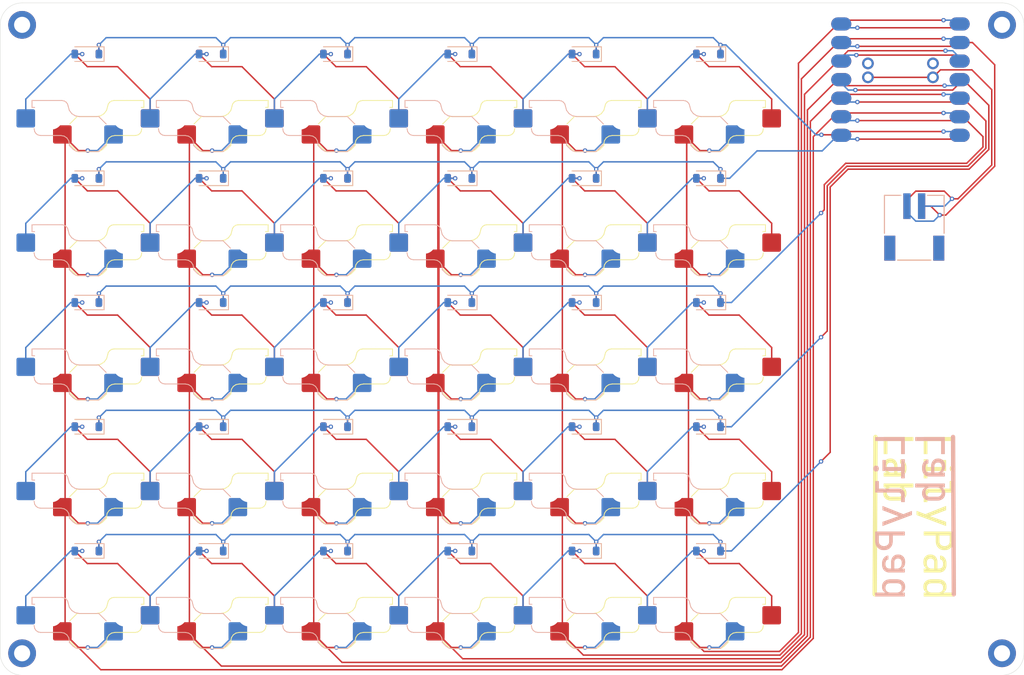
<source format=kicad_pcb>
(kicad_pcb (version 20241229) (generator "pcbnew") (generator_version "9.0")
  (layers (0 "F.Cu" signal) (2 "B.Cu" signal) (13 "F.Paste" user) (15 "B.Paste" user) (5 "F.SilkS" user "F.Silkscreen") (7 "B.SilkS" user "B.Silkscreen") (1 "F.Mask" user) (3 "B.Mask" user) (25 "Edge.Cuts" user))
  (net 0 "")
  (net 1 "Net-(D1-A)")
  (net 2 "Net-(D2-A)")
  (net 3 "Net-(D3-A)")
  (net 4 "Net-(D4-A)")
  (net 5 "Net-(D5-A)")
  (net 6 "Net-(D6-A)")
  (net 7 "Net-(D8-A)")
  (net 8 "Net-(D9-A)")
  (net 9 "Net-(D10-A)")
  (net 10 "Net-(D11-A)")
  (net 11 "Net-(D12-A)")
  (net 12 "Net-(D13-A)")
  (net 13 "Net-(D15-A)")
  (net 14 "Net-(D16-A)")
  (net 15 "Net-(D17-A)")
  (net 16 "Net-(D18-A)")
  (net 17 "Net-(D19-A)")
  (net 18 "Net-(D20-A)")
  (net 19 "Net-(D22-A)")
  (net 20 "Net-(D23-A)")
  (net 21 "Net-(D24-A)")
  (net 22 "Net-(D7-A)")
  (net 23 "Net-(D14-A)")
  (net 24 "Net-(D21-A)")
  (net 25 "GND")
  (net 26 "unconnected-(U2-5V-Pad14)")
  (net 27 "unconnected-(U2-3V3-Pad12)")
  (net 28 "Net-(D25-A)")
  (net 29 "Net-(D26-A)")
  (net 30 "Net-(D27-A)")
  (net 31 "Net-(D28-A)")
  (net 32 "Net-(D29-A)")
  (net 33 "Net-(D30-A)")
  (net 34 "/ROW0")
  (net 35 "/ROW1")
  (net 36 "/ROW2")
  (net 37 "/ROW3")
  (net 38 "/ROW4")
  (net 39 "/VBAT")
  (net 40 "/COL0")
  (net 41 "/COL1")
  (net 42 "/COL2")
  (net 43 "/COL3")
  (net 44 "/COL4")
  (net 45 "/COL5")
  (footprint "Footprints:RevDiode" (layer "F.Cu") (at 68 97 180)
    (property "Reference" "D27" (hide yes))
    (property "Value" "D" (hide yes))
  )
  (footprint "MountingHole:MountingHole_2.2mm_M2_DIN965_Pad" (layer "F.Cu") (at 25 111)
    (property "Reference" "REF**" (hide yes))
    (property "Value" "MountingHole_2.2mm_M2_DIN965_Pad" (hide yes))
  )
  (footprint "Footprints:RevDiode" (layer "F.Cu") (at 119 63 180)
    (property "Reference" "D18" (hide yes))
    (property "Value" "D" (hide yes))
  )
  (footprint "Footprints:RevDiode" (layer "F.Cu") (at 34 46 180)
    (property "Reference" "D7" (hide yes))
    (property "Value" "D" (hide yes))
  )
  (footprint "Footprints:SW_Hotswap_Kailh_Choc_V1V2" (layer "F.Cu") (at 34 51)
    (property "Reference" "SW7" (hide yes))
    (property "Value" "SW_Push" (hide yes))
  )
  (footprint "Footprints:RevDiode" (layer "F.Cu") (at 68 46 180)
    (property "Reference" "D9" (hide yes))
    (property "Value" "D" (hide yes))
  )
  (footprint "Footprints:SW_Hotswap_Kailh_Choc_V1V2" (layer "F.Cu") (at 119 34)
    (property "Reference" "SW6" (hide yes))
    (property "Value" "SW_Push" (hide yes))
  )
  (footprint "Footprints:SW_Hotswap_Kailh_Choc_V1V2" (layer "F.Cu") (at 34 85)
    (property "Reference" "SW19" (hide yes))
    (property "Value" "SW_Push" (hide yes))
  )
  (footprint "Footprints:SW_Hotswap_Kailh_Choc_V1V2" (layer "F.Cu") (at 85 51)
    (property "Reference" "SW10" (hide yes))
    (property "Value" "SW_Push" (hide yes))
  )
  (footprint "Footprints:SW_Hotswap_Kailh_Choc_V1V2" (layer "F.Cu") (at 34 102)
    (property "Reference" "SW25" (hide yes))
    (property "Value" "SW_Push" (hide yes))
  )
  (footprint "Footprints:RevDiode" (layer "F.Cu") (at 85 46 180)
    (property "Reference" "D10" (hide yes))
    (property "Value" "D" (hide yes))
  )
  (footprint "Footprints:RevDiode" (layer "F.Cu") (at 68 63 180)
    (property "Reference" "D15" (hide yes))
    (property "Value" "D" (hide yes))
  )
  (footprint "Footprints:SW_Hotswap_Kailh_Choc_V1V2" (layer "F.Cu") (at 85 68)
    (property "Reference" "SW16" (hide yes))
    (property "Value" "SW_Push" (hide yes))
  )
  (footprint "Footprints:RevDiode" (layer "F.Cu") (at 85 80 180)
    (property "Reference" "D22" (hide yes))
    (property "Value" "D" (hide yes))
  )
  (footprint "Footprints:RevDiode" (layer "F.Cu") (at 51 63 180)
    (property "Reference" "D14" (hide yes))
    (property "Value" "D" (hide yes))
  )
  (footprint "MountingHole:MountingHole_2.2mm_M2_DIN965_Pad" (layer "F.Cu") (at 159 111)
    (property "Reference" "REF**" (hide yes))
    (property "Value" "MountingHole_2.2mm_M2_DIN965_Pad" (hide yes))
  )
  (footprint "Footprints:SW_Hotswap_Kailh_Choc_V1V2" (layer "F.Cu") (at 119 68)
    (property "Reference" "SW18" (hide yes))
    (property "Value" "SW_Push" (hide yes))
  )
  (footprint "Footprints:SW_Hotswap_Kailh_Choc_V1V2" (layer "F.Cu") (at 68 102)
    (property "Reference" "SW27" (hide yes))
    (property "Value" "SW_Push" (hide yes))
  )
  (footprint "Footprints:SW_Hotswap_Kailh_Choc_V1V2" (layer "F.Cu") (at 51 34)
    (property "Reference" "SW2" (hide yes))
    (property "Value" "SW_Push" (hide yes))
  )
  (footprint "Footprints:RevDiode" (layer "F.Cu") (at 85 63 180)
    (property "Reference" "D16" (hide yes))
    (property "Value" "D" (hide yes))
  )
  (footprint "Footprints:SW_Hotswap_Kailh_Choc_V1V2" (layer "F.Cu") (at 119 85)
    (property "Reference" "SW24" (hide yes))
    (property "Value" "SW_Push" (hide yes))
  )
  (footprint "Footprints:SW_Hotswap_Kailh_Choc_V1V2" (layer "F.Cu") (at 102 102)
    (property "Reference" "SW29" (hide yes))
    (property "Value" "SW_Push" (hide yes))
  )
  (footprint "Footprints:RevDiode" (layer "F.Cu") (at 102 29 180)
    (property "Reference" "D5" (hide yes))
    (property "Value" "D" (hide yes))
  )
  (footprint "Footprints:SW_Hotswap_Kailh_Choc_V1V2" (layer "F.Cu") (at 102 34)
    (property "Reference" "SW5" (hide yes))
    (property "Value" "SW_Push" (hide yes))
  )
  (footprint "Footprints:RevDiode" (layer "F.Cu") (at 34 63 180)
    (property "Reference" "D13" (hide yes))
    (property "Value" "D" (hide yes))
  )
  (footprint "Footprints:RevDiode" (layer "F.Cu") (at 51 46 180)
    (property "Reference" "D8" (hide yes))
    (property "Value" "D" (hide yes))
  )
  (footprint "Footprints:SW_Hotswap_Kailh_Choc_V1V2" (layer "F.Cu") (at 51 51)
    (property "Reference" "SW8" (hide yes))
    (property "Value" "SW_Push" (hide yes))
  )
  (footprint "Footprints:RevDiode" (layer "F.Cu") (at 102 97 180)
    (property "Reference" "D29" (hide yes))
    (property "Value" "D" (hide yes))
  )
  (footprint "Footprints:RevDiode" (layer "F.Cu") (at 51 29 180)
    (property "Reference" "D2" (hide yes))
    (property "Value" "D" (hide yes))
  )
  (footprint "Footprints:RevDiode" (layer "F.Cu") (at 85 29 180)
    (property "Reference" "D4" (hide yes))
    (property "Value" "D" (hide yes))
  )
  (footprint "Footprints:SW_Hotswap_Kailh_Choc_V1V2" (layer "F.Cu") (at 102 85)
    (property "Reference" "SW23" (hide yes))
    (property "Value" "SW_Push" (hide yes))
  )
  (footprint "Footprints:SW_Hotswap_Kailh_Choc_V1V2" (layer "F.Cu") (at 34 68)
    (property "Reference" "SW13" (hide yes))
    (property "Value" "SW_Push" (hide yes))
  )
  (footprint "Footprints:RevDiode" (layer "F.Cu") (at 51 97 180)
    (property "Reference" "D26" (hide yes))
    (property "Value" "D" (hide yes))
  )
  (footprint "Footprints:SW_Hotswap_Kailh_Choc_V1V2" (layer "F.Cu") (at 68 51)
    (property "Reference" "SW9" (hide yes))
    (property "Value" "SW_Push" (hide yes))
  )
  (footprint "Footprints:RevDiode" (layer "F.Cu") (at 68 29 180)
    (property "Reference" "D3" (hide yes))
    (property "Value" "D" (hide yes))
  )
  (footprint "Footprints:SW_Hotswap_Kailh_Choc_V1V2" (layer "F.Cu") (at 68 85)
    (property "Reference" "SW21" (hide yes))
    (property "Value" "SW_Push" (hide yes))
  )
  (footprint "Footprints:RevDiode" (layer "F.Cu") (at 85 97 180)
    (property "Reference" "D28" (hide yes))
    (property "Value" "D" (hide yes))
  )
  (footprint "Footprints:JSTPH" (layer "F.Cu") (at 147 52.765299)
    (property "Reference" "J1" (hide yes))
    (property "Value" "Conn_01x02_Socket" (hide yes))
  )
  (footprint "Footprints:RevDiode" (layer "F.Cu") (at 119 29 180)
    (property "Reference" "D6" (hide yes))
    (property "Value" "D" (hide yes))
  )
  (footprint "Footprints:RevDiode" (layer "F.Cu") (at 102 80 180)
    (property "Reference" "D23" (hide yes))
    (property "Value" "D" (hide yes))
  )
  (footprint "MountingHole:MountingHole_2.2mm_M2_DIN965_Pad" (layer "F.Cu") (at 159 25)
    (property "Reference" "REF**" (hide yes))
    (property "Value" "MountingHole_2.2mm_M2_DIN965_Pad" (hide yes))
  )
  (footprint "Footprints:SW_Hotswap_Kailh_Choc_V1V2" (layer "F.Cu") (at 119 102)
    (property "Reference" "SW30" (hide yes))
    (property "Value" "SW_Push" (hide yes))
  )
  (footprint "Footprints:SW_Hotswap_Kailh_Choc_V1V2" (layer "F.Cu") (at 68 34)
    (property "Reference" "SW3" (hide yes))
    (property "Value" "SW_Push" (hide yes))
  )
  (footprint "Footprints:SW_Hotswap_Kailh_Choc_V1V2" (layer "F.Cu") (at 85 34)
    (property "Reference" "SW4" (hide yes))
    (property "Value" "SW_Push" (hide yes))
  )
  (footprint "Footprints:SW_Hotswap_Kailh_Choc_V1V2" (layer "F.Cu") (at 85 85)
    (property "Reference" "SW22" (hide yes))
    (property "Value" "SW_Push" (hide yes))
  )
  (footprint "Footprints:SW_Hotswap_Kailh_Choc_V1V2" (layer "F.Cu") (at 102 51)
    (property "Reference" "SW11" (hide yes))
    (property "Value" "SW_Push" (hide yes))
  )
  (footprint "Footprints:SW_Hotswap_Kailh_Choc_V1V2" (layer "F.Cu") (at 85 102)
    (property "Reference" "SW28" (hide yes))
    (property "Value" "SW_Push" (hide yes))
  )
  (footprint "Footprints:RevDiode" (layer "F.Cu") (at 119 46 180)
    (property "Reference" "D12" (hide yes))
    (property "Value" "D" (hide yes))
  )
  (footprint "Footprints:SW_Hotswap_Kailh_Choc_V1V2" (layer "F.Cu") (at 119 51)
    (property "Reference" "SW12" (hide yes))
    (property "Value" "SW_Push" (hide yes))
  )
  (footprint "Footprints:SW_Hotswap_Kailh_Choc_V1V2" (layer "F.Cu") (at 102 68)
    (property "Reference" "SW17" (hide yes))
    (property "Value" "SW_Push" (hide yes))
  )
  (footprint "Footprints:SW_Hotswap_Kailh_Choc_V1V2" (layer "F.Cu") (at 34 34)
    (property "Reference" "SW1" (hide yes))
    (property "Value" "SW_Push" (hide yes))
  )
  (footprint "MountingHole:MountingHole_2.2mm_M2_DIN965_Pad" (layer "F.Cu") (at 25 25)
    (property "Reference" "REF**" (hide yes))
    (property "Value" "MountingHole_2.2mm_M2_DIN965_Pad" (hide yes))
  )
  (footprint "Footprints:SW_Hotswap_Kailh_Choc_V1V2" (layer "F.Cu") (at 51 68)
    (property "Reference" "SW14" (hide yes))
    (property "Value" "SW_Push" (hide yes))
  )
  (footprint "Footprints:RevDiode" (layer "F.Cu") (at 119 80 180)
    (property "Reference" "D24" (hide yes))
    (property "Value" "D" (hide yes))
  )
  (footprint "Footprints:SW_Hotswap_Kailh_Choc_V1V2" (layer "F.Cu") (at 51 85)
    (property "Reference" "SW20" (hide yes))
    (property "Value" "SW_Push" (hide yes))
  )
  (footprint "Footprints:RevDiode" (layer "F.Cu") (at 119 97 180)
    (property "Reference" "D30" (hide yes))
    (property "Value" "D" (hide yes))
  )
  (footprint "Footprints:RevDiode" (layer "F.Cu") (at 51 80 180)
    (property "Reference" "D20" (hide yes))
    (property "Value" "D" (hide yes))
  )
  (footprint "Footprints:RevDiode" (layer "F.Cu") (at 102 46 180)
    (property "Reference" "D11" (hide yes))
    (property "Value" "D" (hide yes))
  )
  (footprint "Footprints:RevDiode" (layer "F.Cu") (at 34 29 180)
    (property "Reference" "D1" (hide yes))
    (property "Value" "D" (hide yes))
  )
  (footprint "Footprints:RevDiode" (layer "F.Cu") (at 102 63 180)
    (property "Reference" "D17" (hide yes))
    (property "Value" "D" (hide yes))
  )
  (footprint "Footprints:RevDiode" (layer "F.Cu") (at 34 80 180)
    (property "Reference" "D19" (hide yes))
    (property "Value" "D" (hide yes))
  )
  (footprint "Footprints:RevDiode" (layer "F.Cu") (at 68 80 180)
    (property "Reference" "D21" (hide yes))
    (property "Value" "D" (hide yes))
  )
  (footprint "Footprints:SW_Hotswap_Kailh_Choc_V1V2" (layer "F.Cu") (at 51 102)
    (property "Reference" "SW26" (hide yes))
    (property "Value" "SW_Push" (hide yes))
  )
  (footprint "Footprints:SW_Hotswap_Kailh_Choc_V1V2" (layer "F.Cu") (at 68 68)
    (property "Reference" "SW15" (hide yes))
    (property "Value" "SW_Push" (hide yes))
  )
  (footprint "Footprints:RevDiode" (layer "F.Cu") (at 34 97 180)
    (property "Reference" "D25" (hide yes))
    (property "Value" "D" (hide yes))
  )
  (footprint "Footprints:XIAO_nRF52840_DUAL" (layer "B.Cu") (at 145.11 22 180)
    (property "Reference" "U2" (hide yes))
    (property "Value" "XIAO-nRF52840-SMD" (hide yes))
  )
  (gr_poly (pts (xy 142.793032 85.380463) (xy 142.793032 85.380459) (xy 142.793032 85.380461)) (stroke (width 0.048492) (color 255 0 0 1)) (fill yes) (layer "F.SilkS"))
  (gr_line (start 141.69451 81.398129) (end 141.590994 102.931503) (stroke (width 0.594825) (color 255 0 0 1)) (layer "F.SilkS"))
  (gr_poly (pts (xy 148.770929 81.920727) (xy 148.770929 83.727234) (xy 148.322039 83.727234) (xy 148.322039 81.42804) (xy 152.318251 81.42804) (xy 152.318251 81.920727)) (stroke (width 0.048492) (color 255 0 0 1)) (fill yes) (layer "F.SilkS"))
  (gr_poly (pts (xy 148.770929 86.026424) (xy 148.770929 87.039162) (xy 148.322039 87.039162) (xy 148.322039 84.466259) (xy 148.770929 84.466259) (xy 148.770929 85.533737) (xy 150.883997 85.533737) (xy 150.883997 84.575745) (xy 151.332884 84.575745) (xy 151.332884 86.026424)) (stroke (width 0.048492) (color 255 0 0 1)) (fill yes) (layer "F.SilkS"))
  (gr_poly (pts (xy 148.322046 103.204639) (xy 148.322046 102.711956) (xy 148.896845 102.711956) (xy 148.896845 102.706512) (xy 148.860385 102.701017) (xy 148.824908 102.69411) (xy 148.790415 102.685791) (xy 148.756907 102.676062) (xy 148.724381 102.664921) (xy 148.69284 102.652369) (xy 148.662282 102.638405) (xy 148.632709 102.62303) (xy 148.604119 102.606244) (xy 148.576512 102.588046) (xy 148.54989 102.568437) (xy 148.524251 102.547417) (xy 148.499596 102.524986) (xy 148.475924 102.501143) (xy 148.453236 102.475888) (xy 148.431532 102.449223) (xy 148.411645 102.421381) (xy 148.393041 102.392598) (xy 148.37572 102.362875) (xy 148.359682 102.33221) (xy 148.344927 102.300605) (xy 148.331455 102.268059) (xy 148.319266 102.234572) (xy 148.30836 102.200144) (xy 148.298737 102.164776) (xy 148.290397 102.128466) (xy 148.28334 102.091216) (xy 148.277566 102.053024) (xy 148.273076 102.013892) (xy 148.269868 101.973819) (xy 148.267943 101.932805) (xy 148.267302 101.89085) (xy 148.267298 101.89085) (xy 148.268474 101.835424) (xy 148.272002 101.781366) (xy 148.277883 101.728677) (xy 148.286116 101.677356) (xy 148.296701 101.627403) (xy 148.309638 101.578819) (xy 148.324927 101.531603) (xy 148.342569 101.485756) (xy 148.362563 101.441278) (xy 148.384909 101.398168) (xy 148.409608 101.356426) (xy 148.436658 101.316053) (xy 148.466062 101.277049) (xy 148.497817 101.239413) (xy 148.531924 101.203146) (xy 148.568384 101.168247) (xy 148.606854 101.135765) (xy 148.646992 101.105379) (xy 148.688798 101.077088) (xy 148.732272 101.050892) (xy 148.777413 101.026793) (xy 148.824223 101.004788) (xy 148.8727 100.98488) (xy 148.922845 100.967067) (xy 148.974658 100.951349) (xy 149.028139 100.937728) (xy 149.083288 100.926201) (xy 149.140105 100.916771) (xy 149.198589 100.909436) (xy 149.258742 100.904197) (xy 149.320562 100.901053) (xy 149.384051 100.900005) (xy 150.265406 100.900005) (xy 150.265406 101.392693) (xy 149.389521 101.392693) (xy 149.344465 101.393377) (xy 149.300993 101.39543) (xy 149.259102 101.398851) (xy 149.218794 101.403641) (xy 149.180068 101.409799) (xy 149.142924 101.417326) (xy 149.107362 101.426222) (xy 149.073383 101.436486) (xy 149.040987 101.448119) (xy 149.010172 101.46112) (xy 148.98094 101.47549) (xy 148.953291 101.491228) (xy 148.927223 101.508335) (xy 148.902738 101.526811) (xy 148.879835 101.546655) (xy 148.858515 101.567867) (xy 148.838628 101.590299) (xy 148.820024 101.613801) (xy 148.802703 101.638371) (xy 148.786665 101.664011) (xy 148.771911 101.690719) (xy 148.758439 101.718497) (xy 148.74625 101.747344) (xy 148.735345 101.77726) (xy 148.725722 101.808246) (xy 148.717382 101.8403) (xy 148.710326 101.873424) (xy 148.704552 101.907617) (xy 148.700062 101.942879) (xy 148.696854 101.97921) (xy 148.69493 102.016611) (xy 148.694288 102.05508) (xy 148.695037 102.092887) (xy 148.697282 102.129667) (xy 148.701024 102.165421) (xy 148.706263 102.200148) (xy 148.712999 102.233849) (xy 148.721232 102.266523) (xy 148.730962 102.298171) (xy 148.742188 102.328793) (xy 148.754912 102.358388) (xy 148.769132 102.386956) (xy 148.784849 102.414499) (xy 148.802063 102.441015) (xy 148.820774 102.466505) (xy 148.840982 102.490968) (xy 148.862687 102.514405) (xy 148.885889 102.536816) (xy 148.910417 102.558028) (xy 148.936099 102.577872) (xy 148.962936 102.596348) (xy 148.990928 102.613455) (xy 149.020075 102.629193) (xy 149.050376 102.643563) (xy 149.081831 102.656564) (xy 149.114442 102.668197) (xy 149.148207 102.678461) (xy 149.183127 102.687356) (xy 149.219202 102.694883) (xy 149.256431 102.701042) (xy 149.294815 102.705832) (xy 149.334354 102.709253) (xy 149.375047 102.711306) (xy 149.416895 102.71199) (xy 150.238032 102.71199) (xy 150.27988 102.711306) (xy 150.320573 102.709253) (xy 150.360112 102.705832) (xy 150.398496 102.701042) (xy 150.435725 102.694883) (xy 150.471799 102.687356) (xy 150.506719 102.678461) (xy 150.540485 102.668197) (xy 150.573095 102.656564) (xy 150.604551 102.643563) (xy 150.634852 102.629193) (xy 150.663999 102.613455) (xy 150.69199 102.596348) (xy 150.718827 102.577872) (xy 150.74451 102.558028) (xy 150.769037 102.536816) (xy 150.792239 102.514405) (xy 150.813944 102.490968) (xy 150.834152 102.466505) (xy 150.852863 102.441015) (xy 150.870077 102.414499) (xy 150.885795 102.386956) (xy 150.900015 102.358388) (xy 150.912738 102.328793) (xy 150.923965 102.298171) (xy 150.933695 102.266523) (xy 150.941927 102.233849) (xy 150.948663 102.200148) (xy 150.953902 102.165421) (xy 150.957644 102.129667) (xy 150.95989 102.092887) (xy 150.960638 102.05508) (xy 150.959997 102.016611) (xy 150.958072 101.97921) (xy 150.954865 101.942879) (xy 150.950374 101.907617) (xy 150.944601 101.873424) (xy 150.937544 101.8403) (xy 150.929205 101.808246) (xy 150.919582 101.77726) (xy 150.908676 101.747344) (xy 150.896488 101.718497) (xy 150.883016 101.690719) (xy 150.868261 101.664011) (xy 150.852223 101.638371) (xy 150.834903 101.613801) (xy 150.816299 101.590299) (xy 150.796412 101.567867) (xy 150.775734 101.546655) (xy 150.753388 101.526811) (xy 150.729374 101.508335) (xy 150.703692 101.491228) (xy 150.676342 101.47549) (xy 150.647324 101.46112) (xy 150.616638 101.448119) (xy 150.584284 101.436486) (xy 150.550262 101.426222) (xy 150.514572 101.417326) (xy 150.477214 101.409799) (xy 150.438189 101.403641) (xy 150.397495 101.398851) (xy 150.355133 101.39543) (xy 150.311103 101.393377) (xy 150.265406 101.392693) (xy 150.265406 100.900005) (xy 150.329557 100.901053) (xy 150.391998 100.904197) (xy 150.452728 100.909436) (xy 150.511747 100.916771) (xy 150.569056 100.926201) (xy 150.624654 100.937728) (xy 150.678541 100.951349) (xy 150.730717 100.967067) (xy 150.781183 100.98488) (xy 150.829938 101.004788) (xy 150.876983 101.026793) (xy 150.922317 101.050892) (xy 150.96594 101.077088) (xy 151.007853 101.105379) (xy 151.048055 101.135765) (xy 151.086546 101.168247) (xy 151.123007 101.202504) (xy 151.157115 101.238215) (xy 151.18887 101.27538) (xy 151.218274 101.314) (xy 151.245324 101.354073) (xy 151.270023 101.395601) (xy 151.292369 101.438583) (xy 151.312363 101.483018) (xy 151.330004 101.528908) (xy 151.345294 101.576252) (xy 151.358231 101.62505) (xy 151.368815 101.675302) (xy 151.377048 101.727008) (xy 151.382928 101.780168) (xy 151.386456 101.834782) (xy 151.387633 101.89085) (xy 151.38697 101.932806) (xy 151.384981 101.97382) (xy 151.381667 102.013894) (xy 151.377027 102.053027) (xy 151.371061 102.091218) (xy 151.363769 102.128469) (xy 151.355152 102.164779) (xy 151.345208 102.200148) (xy 151.333939 102.234576) (xy 151.321344 102.268063) (xy 151.307424 102.300609) (xy 151.292177 102.332214) (xy 151.275605 102.362878) (xy 151.257706 102.392602) (xy 151.238482 102.421385) (xy 151.217932 102.449226) (xy 151.196248 102.476577) (xy 151.173624 102.502515) (xy 151.150059 102.527043) (xy 151.125554 102.550159) (xy 151.100107 102.571864) (xy 151.073719 102.592157) (xy 151.046391 102.611039) (xy 151.018122 102.62851) (xy 150.988912 102.644569) (xy 150.958761 102.659217) (xy 150.927669 102.672453) (xy 150.895636 102.684278) (xy 150.862661 102.694692) (xy 150.828746 102.703694) (xy 150.79389 102.711285) (xy 150.758093 102.717464) (xy 150.758093 102.722908) (xy 151.442377 102.711956) (xy 152.318262 102.711956) (xy 152.318262 103.204639)) (stroke (width 0.048492) (color 255 0 0 1)) (fill yes) (layer "F.SilkS"))
  (gr_poly (pts (xy 151.386602 98.854361) (xy 151.383523 98.919774) (xy 151.378391 98.983178) (xy 151.371206 99.044571) (xy 151.361969 99.103954) (xy 151.350678 99.161327) (xy 151.337335 99.216689) (xy 151.321939 99.270042) (xy 151.30449 99.321384) (xy 151.284988 99.370717) (xy 151.263433 99.418039) (xy 151.239825 99.463352) (xy 151.214164 99.506654) (xy 151.186451 99.547946) (xy 151.156684 99.587228) (xy 151.124865 99.6245) (xy 151.091207 99.660297) (xy 151.055924 99.693784) (xy 151.019016 99.724962) (xy 150.980482 99.75383) (xy 150.940324 99.780389) (xy 150.89854 99.804638) (xy 150.855131 99.826577) (xy 150.810097 99.846208) (xy 150.763437 99.863528) (xy 150.715153 99.87854) (xy 150.665243 99.891241) (xy 150.613708 99.901634) (xy 150.560547 99.909717) (xy 150.505761 99.91549) (xy 150.44935 99.918954) (xy 150.391314 99.920109) (xy 148.322046 99.920109) (xy 148.322046 99.432899) (xy 148.869471 99.432899) (xy 148.869471 99.421947) (xy 148.835021 99.415725) (xy 148.80147 99.408005) (xy 148.768816 99.398788) (xy 148.737061 99.388075) (xy 148.706204 99.375865) (xy 148.676245 99.362158) (xy 148.647185 99.346954) (xy 148.619022 99.330253) (xy 148.591758 99.312055) (xy 148.565391 99.292361) (xy 148.539923 99.271169) (xy 148.515353 99.248481) (xy 148.491681 99.224296) (xy 148.468907 99.198613) (xy 148.447032 99.171434) (xy 148.426054 99.142757) (xy 148.40683 99.112734) (xy 148.388847 99.081514) (xy 148.372103 99.049096) (xy 148.3566 99.015481) (xy 148.342337 98.980668) (xy 148.329314 98.944658) (xy 148.317532 98.90745) (xy 148.30699 98.869045) (xy 148.297688 98.829443) (xy 148.289626 98.788642) (xy 148.282805 98.746644) (xy 148.277224 98.703449) (xy 148.272883 98.659056) (xy 148.269782 98.613466) (xy 148.267922 98.566678) (xy 148.267302 98.518692) (xy 148.267298 98.518703) (xy 148.268303 98.461287) (xy 148.271318 98.405368) (xy 148.276343 98.350946) (xy 148.283378 98.298021) (xy 148.292423 98.246592) (xy 148.303478 98.196661) (xy 148.316543 98.148226) (xy 148.331618 98.101288) (xy 148.348703 98.055848) (xy 148.367799 98.011904) (xy 148.388904 97.969457) (xy 148.41202 97.928506) (xy 148.437145 97.889053) (xy 148.464281 97.851097) (xy 148.493428 97.814637) (xy 148.524584 97.779675) (xy 148.55805 97.74653) (xy 148.592756 97.715524) (xy 148.628703 97.686656) (xy 148.665889 97.659927) (xy 148.704316 97.635335) (xy 148.743983 97.612882) (xy 148.78489 97.592568) (xy 148.827038 97.574391) (xy 148.870426 97.558353) (xy 148.915054 97.544454) (xy 148.960922 97.532693) (xy 149.008031 97.52307) (xy 149.05638 97.515585) (xy 149.105969 97.510239) (xy 149.156798 97.507032) (xy 149.208868 97.505962) (xy 149.225306 97.506196) (xy 149.225306 98.009598) (xy 149.194235 98.010239) (xy 149.163977 98.012164) (xy 149.134531 98.015372) (xy 149.105898 98.019862) (xy 149.078078 98.025636) (xy 149.05107 98.032693) (xy 149.024874 98.041033) (xy 148.999491 98.050655) (xy 148.974921 98.061561) (xy 148.951163 98.07375) (xy 148.928218 98.087222) (xy 148.906086 98.101976) (xy 148.884766 98.118014) (xy 148.864259 98.135334) (xy 148.844564 98.153938) (xy 148.825682 98.173824) (xy 148.808446 98.195529) (xy 148.792322 98.218218) (xy 148.77731 98.24189) (xy 148.76341 98.266545) (xy 148.750622 98.292184) (xy 148.738946 98.318807) (xy 148.728383 98.346414) (xy 148.718931 98.375004) (xy 148.710591 98.404578) (xy 148.703363 98.435135) (xy 148.697247 98.466676) (xy 148.692244 98.499201) (xy 148.688352 98.532709) (xy 148.685572 98.567202) (xy 148.683904 98.602678) (xy 148.683348 98.639137) (xy 148.683344 98.639137) (xy 148.684028 98.683722) (xy 148.686081 98.727152) (xy 148.689503 98.769428) (xy 148.694292 98.810549) (xy 148.700451 98.850515) (xy 148.707978 98.889327) (xy 148.716874 98.926984) (xy 148.727138 98.963487) (xy 148.73877 98.998834) (xy 148.751772 99.033028) (xy 148.766141 99.066066) (xy 148.78188 99.097949) (xy 148.798987 99.128678) (xy 148.817462 99.158252) (xy 148.837306 99.186672) (xy 148.858519 99.213936) (xy 148.880908 99.239789) (xy 148.904281 99.263974) (xy 148.928637 99.286491) (xy 148.953978 99.30734) (xy 148.980301 99.326522) (xy 149.007609 99.344035) (xy 149.0359 99.359881) (xy 149.065174 99.374058) (xy 149.095433 99.386568) (xy 149.126674 99.39741) (xy 149.1589 99.406583) (xy 149.192109 99.414089) (xy 149.226302 99.419927) (xy 149.261479 99.424097) (xy 149.29764 99.426599) (xy 149.334784 99.427433) (xy 149.756304 99.427433) (xy 149.756304 98.551552) (xy 149.755727 98.521785) (xy 149.753995 98.492703) (xy 149.751108 98.464305) (xy 149.747066 98.436592) (xy 149.74187 98.409562) (xy 149.735519 98.383217) (xy 149.728014 98.357557) (xy 149.719354 98.332581) (xy 149.709539 98.308289) (xy 149.698569 98.284681) (xy 149.686445 98.261758) (xy 149.673166 98.239519) (xy 149.658733 98.217964) (xy 149.643144 98.197094) (xy 149.626401 98.176908) (xy 149.608503 98.157406) (xy 149.590326 98.139507) (xy 149.571379 98.122763) (xy 149.551662 98.107173) (xy 149.531176 98.092739) (xy 149.50992 98.079459) (xy 149.487895 98.067334) (xy 149.4651 98.056364) (xy 149.441535 98.046549) (xy 149.417201 98.037888) (xy 149.392096 98.030383) (xy 149.366222 98.024032) (xy 149.339579 98.018835) (xy 149.312165 98.014794) (xy 149.283982 98.011907) (xy 149.255029 98.010175) (xy 149.225306 98.009598) (xy 149.225306 97.506196) (xy 149.243489 97.506454) (xy 149.277554 97.50793) (xy 149.311062 97.510389) (xy 149.344015 97.513832) (xy 149.376412 97.518259) (xy 149.408252 97.523669) (xy 149.439537 97.530063) (xy 149.470265 97.537441) (xy 149.500437 97.545803) (xy 149.530054 97.555148) (xy 149.559114 97.565476) (xy 149.587618 97.576789) (xy 149.615566 97.589085) (xy 149.642958 97.602364) (xy 149.669794 97.616627) (xy 149.696074 97.631874) (xy 149.721713 97.647997) (xy 149.746624 97.664891) (xy 149.770809 97.682554) (xy 149.794267 97.700986) (xy 149.816998 97.720189) (xy 149.839001 97.740162) (xy 149.860278 97.760904) (xy 149.880828 97.782416) (xy 149.900651 97.804698) (xy 149.919747 97.82775) (xy 149.938116 97.851571) (xy 149.955758 97.876163) (xy 149.972673 97.901524) (xy 149.988861 97.927655) (xy 150.004322 97.954556) (xy 150.019056 97.982227) (xy 150.033641 98.01054) (xy 150.047284 98.039366) (xy 150.059986 98.068704) (xy 150.071747 98.098556) (xy 150.082568 98.128922) (xy 150.092447 98.1598) (xy 150.101385 98.191192) (xy 150.109383 98.223096) (xy 150.116439 98.255514) (xy 150.122555 98.288445) (xy 150.12773 98.321889) (xy 150.131964 98.355847) (xy 150.135256 98.390317) (xy 150.137609 98.425301) (xy 150.13902 98.460797) (xy 150.13949 98.496807) (xy 150.13949 99.427433) (xy 150.374884 99.427433) (xy 150.410921 99.426808) (xy 150.445814 99.424931) (xy 150.479563 99.421804) (xy 150.512167 99.417425) (xy 150.543628 99.411796) (xy 150.573945 99.404916) (xy 150.603118 99.396785) (xy 150.631147 99.387403) (xy 150.658032 99.37677) (xy 150.683773 99.364886) (xy 150.708369 99.351751) (xy 150.731822 99.337365) (xy 150.754131 99.321728) (xy 150.775296 99.30484) (xy 150.795316 99.286702) (xy 150.814193 99.267312) (xy 150.831926 99.246671) (xy 150.848514 99.22478) (xy 150.863959 99.201637) (xy 150.878259 99.177244) (xy 150.891416 99.151599) (xy 150.903428 99.124704) (xy 150.914297 99.096557) (xy 150.924021 99.06716) (xy 150.932601 99.036511) (xy 150.940038 99.004612) (xy 150.94633 98.971462) (xy 150.951478 98.93706) (xy 150.955482 98.901408) (xy 150.958342 98.864505) (xy 150.960059 98.826351) (xy 150.960631 98.786945) (xy 150.960224 98.75179) (xy 150.959005 98.717491) (xy 150.956974 98.684046) (xy 150.95413 98.651457) (xy 150.950474 98.619724) (xy 150.946005 98.588845) (xy 150.940723 98.558822) (xy 150.934629 98.529654) (xy 150.927722 98.501342) (xy 150.920003 98.473885) (xy 150.911471 98.447284) (xy 150.902127 98.421537) (xy 150.89197 98.396646) (xy 150.881 98.372611) (xy 150.869218 98.349431) (xy 150.856623 98.327106) (xy 150.8433 98.305851) (xy 150.829336 98.285879) (xy 150.814731 98.267189) (xy 150.799484 98.249783) (xy 150.783595 98.23366) (xy 150.767066 98.218819) (xy 150.749894 98.205262) (xy 150.732082 98.192988) (xy 150.713627 98.181997) (xy 150.70416 98.176982) (xy 150.694532 98.172289) (xy 150.684743 98.167916) (xy 150.674794 98.163863) (xy 150.654415 98.156721) (xy 150.633395 98.150862) (xy 150.611733 98.146286) (xy 150.58943 98.142993) (xy 150.566485 98.140984) (xy 150.566485 97.648296) (xy 150.610472 97.652787) (xy 150.653475 97.659415) (xy 150.695495 97.668183) (xy 150.736531 97.679088) (xy 150.776583 97.692132) (xy 150.815652 97.707314) (xy 150.853737 97.724635) (xy 150.890838 97.744094) (xy 150.926956 97.765692) (xy 150.96209 97.789428) (xy 150.99624 97.815302) (xy 151.029407 97.843315) (xy 151.061589 97.873466) (xy 151.092788 97.905755) (xy 151.123004 97.940183) (xy 151.152235 97.976749) (xy 151.180739 98.015839) (xy 151.207404 98.056468) (xy 151.232231 98.098637) (xy 151.255218 98.142345) (xy 151.276367 98.187594) (xy 151.295676 98.234381) (xy 151.313147 98.282708) (xy 151.328779 98.332575) (xy 151.342572 98.383982) (xy 151.354525 98.436928) (xy 151.36464 98.491414) (xy 151.372916 98.547439) (xy 151.379353 98.605004) (xy 151.383951 98.664109) (xy 151.386709 98.724754) (xy 151.387629 98.786938)) (stroke (width 0.048492) (color 255 0 0 1)) (fill yes) (layer "F.SilkS"))
  (gr_poly (pts (xy 145.968115 88.281857) (xy 145.283831 88.270916) (xy 145.283831 88.276356) (xy 145.319628 88.282515) (xy 145.354484 88.290042) (xy 145.3884 88.298938) (xy 145.421374 88.309202) (xy 145.453407 88.320835) (xy 145.484499 88.333836) (xy 145.514651 88.348206) (xy 145.543861 88.363944) (xy 145.57213 88.381051) (xy 145.599459 88.399526) (xy 145.625846 88.41937) (xy 145.651293 88.440583) (xy 145.675798 88.463164) (xy 145.699363 88.487114) (xy 145.721987 88.512433) (xy 145.74367 88.53912) (xy 145.76422 88.567625) (xy 145.783444 88.597028) (xy 145.801343 88.627329) (xy 145.817915 88.658528) (xy 145.833162 88.690625) (xy 145.847083 88.723621) (xy 145.859679 88.757514) (xy 145.870948 88.792306) (xy 145.880892 88.827996) (xy 145.889509 88.864583) (xy 145.896801 88.902069) (xy 145.902768 88.940453) (xy 145.907408 88.979735) (xy 145.910722 89.019916) (xy 145.912711 89.060994) (xy 145.913374 89.10297) (xy 145.912198 89.159039) (xy 145.90867 89.213653) (xy 145.902789 89.266813) (xy 145.894556 89.31852) (xy 145.883971 89.368772) (xy 145.871034 89.41757) (xy 145.855745 89.464913) (xy 145.838103 89.510803) (xy 145.818109 89.555239) (xy 145.795763 89.59822) (xy 145.771064 89.639748) (xy 145.744014 89.679821) (xy 145.71461 89.71844) (xy 145.682855 89.755605) (xy 145.648748 89.791316) (xy 145.612288 89.825573) (xy 145.573796 89.858055) (xy 145.533593 89.888441) (xy 145.49168 89.916732) (xy 145.448056 89.942927) (xy 145.402722 89.967027) (xy 145.355677 89.989031) (xy 145.306922 90.008939) (xy 145.256456 90.026752) (xy 145.204279 90.042469) (xy 145.150392 90.05609) (xy 145.094794 90.067616) (xy 145.037485 90.077046) (xy 144.978466 90.084381) (xy 144.917736 90.08962) (xy 144.855295 90.092763) (xy 144.791144 90.093811) (xy 143.909792 90.093811) (xy 143.846303 90.092763) (xy 143.784482 90.08962) (xy 143.724329 90.084381) (xy 143.665844 90.077046) (xy 143.609027 90.067616) (xy 143.553878 90.05609) (xy 143.500396 90.042469) (xy 143.448583 90.026752) (xy 143.398437 90.008939) (xy 143.34996 89.989031) (xy 143.30315 89.967027) (xy 143.258008 89.942927) (xy 143.214534 89.916732) (xy 143.172727 89.888441) (xy 143.132589 89.858055) (xy 143.094118 89.825573) (xy 143.057659 89.791316) (xy 143.023552 89.755605) (xy 142.991797 89.71844) (xy 142.962394 89.679821) (xy 142.935343 89.639748) (xy 142.910645 89.59822) (xy 142.888299 89.555239) (xy 142.868304 89.510803) (xy 142.850662 89.464913) (xy 142.835373 89.41757) (xy 142.822435 89.368772) (xy 142.81185 89.31852) (xy 142.803617 89.266813) (xy 142.797736 89.213653) (xy 142.794208 89.159039) (xy 142.793032 89.10297) (xy 142.793032 89.102962) (xy 142.793673 89.061008) (xy 142.795598 89.019994) (xy 142.798806 88.97992) (xy 142.803297 88.940788) (xy 142.809071 88.902597) (xy 142.816128 88.865346) (xy 142.824468 88.829037) (xy 142.834091 88.793668) (xy 142.844997 88.75924) (xy 142.857187 88.725754) (xy 142.870659 88.693208) (xy 142.885414 88.661602) (xy 142.901451 88.630938) (xy 142.918772 88.601214) (xy 142.937376 88.572432) (xy 142.957262 88.54459) (xy 142.978967 88.517924) (xy 143.001655 88.49267) (xy 143.025327 88.468827) (xy 143.049983 88.446395) (xy 143.075622 88.425375) (xy 143.102244 88.405766) (xy 143.129851 88.387569) (xy 143.158441 88.370782) (xy 143.188015 88.355407) (xy 143.218572 88.341444) (xy 143.250114 88.328892) (xy 143.282639 88.317751) (xy 143.316148 88.308021) (xy 143.350641 88.299703) (xy 143.386118 88.292796) (xy 143.422579 88.2873) (xy 143.422579 88.281857) (xy 142.84778 88.281857) (xy 142.84778 87.789177) (xy 144.763777 87.789177) (xy 144.763777 88.281826) (xy 143.942629 88.281826) (xy 143.900782 88.28251) (xy 143.860089 88.284563) (xy 143.820551 88.287984) (xy 143.782167 88.292774) (xy 143.744938 88.298933) (xy 143.708864 88.30646) (xy 143.673944 88.315356) (xy 143.640179 88.32562) (xy 143.607568 88.337252) (xy 143.576112 88.350254) (xy 143.545811 88.364623) (xy 143.516664 88.380362) (xy 143.488672 88.397469) (xy 143.461834 88.415944) (xy 143.436151 88.435788) (xy 143.411623 88.457001) (xy 143.388422 88.480053) (xy 143.366718 88.504045) (xy 143.34651 88.528979) (xy 143.327799 88.554853) (xy 143.310586 88.581669) (xy 143.294869 88.609425) (xy 143.280649 88.638122) (xy 143.267925 88.66776) (xy 143.256699 88.698339) (xy 143.246969 88.729859) (xy 143.238737 88.76232) (xy 143.232001 88.795721) (xy 143.226762 88.830064) (xy 143.22302 88.865347) (xy 143.220775 88.901571) (xy 143.220026 88.938736) (xy 143.220034 88.938736) (xy 143.220675 88.977206) (xy 143.2226 89.014606) (xy 143.225807 89.050937) (xy 143.230298 89.0862) (xy 143.236071 89.120392) (xy 143.243128 89.153516) (xy 143.251467 89.18557) (xy 143.261089 89.216556) (xy 143.271995 89.246472) (xy 143.284183 89.275318) (xy 143.297655 89.303096) (xy 143.312409 89.329804) (xy 143.328446 89.355443) (xy 143.345767 89.380013) (xy 143.36437 89.403514) (xy 143.384257 89.425945) (xy 143.405577 89.447159) (xy 143.42848 89.467003) (xy 143.452965 89.485479) (xy 143.479032 89.502586) (xy 143.506682 89.518325) (xy 143.535914 89.532695) (xy 143.566728 89.545697) (xy 143.599125 89.55733) (xy 143.633104 89.567594) (xy 143.668665 89.57649) (xy 143.705809 89.584017) (xy 143.744535 89.590175) (xy 143.784843 89.594965) (xy 143.826734 89.598387) (xy 143.870207 89.60044) (xy 143.915262 89.601124) (xy 144.791151 89.601124) (xy 144.836849 89.60044) (xy 144.880879 89.598387) (xy 144.92324 89.594965) (xy 144.963934 89.590175) (xy 145.00296 89.584017) (xy 145.040318 89.57649) (xy 145.076008 89.567594) (xy 145.110029 89.55733) (xy 145.142383 89.545697) (xy 145.173069 89.532695) (xy 145.202087 89.518325) (xy 145.229437 89.502586) (xy 145.255119 89.485479) (xy 145.279133 89.467003) (xy 145.301479 89.447159) (xy 145.322157 89.425945) (xy 145.342043 89.403514) (xy 145.360647 89.380013) (xy 145.377967 89.355443) (xy 145.394005 89.329804) (xy 145.40876 89.303096) (xy 145.422231 89.275318) (xy 145.43442 89.246472) (xy 145.445326 89.216556) (xy 145.454949 89.18557) (xy 145.463289 89.153516) (xy 145.470345 89.120392) (xy 145.476119 89.0862) (xy 145.48061 89.050937) (xy 145.483817 89.014606) (xy 145.485742 88.977206) (xy 145.486384 88.938736) (xy 145.485635 88.901571) (xy 145.48339 88.865347) (xy 145.479647 88.830064) (xy 145.474408 88.795721) (xy 145.467672 88.76232) (xy 145.459439 88.729859) (xy 145.449709 88.698339) (xy 145.438482 88.66776) (xy 145.425759 88.638122) (xy 145.411538 88.609425) (xy 145.395821 88.581669) (xy 145.378607 88.554853) (xy 145.359896 88.528979) (xy 145.339688 88.504045) (xy 145.317984 88.480053) (xy 145.294783 88.457001) (xy 145.270255 88.435788) (xy 145.244573 88.415944) (xy 145.217736 88.397469) (xy 145.189744 88.380362) (xy 145.160597 88.364623) (xy 145.130296 88.350254) (xy 145.09884 88.337252) (xy 145.06623 88.32562) (xy 145.032465 88.315356) (xy 144.997545 88.30646) (xy 144.96147 88.298933) (xy 144.924241 88.292774) (xy 144.885857 88.287984) (xy 144.846318 88.284563) (xy 144.805625 88.28251) (xy 144.763777 88.281826) (xy 144.763777 87.789177) (xy 146.843992 87.789177) (xy 146.843992 88.281857)) (stroke (width 0.048492) (color 255 0 0 1)) (fill yes) (layer "F.SilkS"))
  (gr_poly (pts (xy 149.170546 88.982529) (xy 149.147579 88.982935) (xy 149.125212 88.984154) (xy 149.103443 88.986185) (xy 149.082272 88.98903) (xy 149.061701 88.992686) (xy 149.041728 88.997156) (xy 149.022354 89.002438) (xy 149.003579 89.008532) (xy 148.985403 89.015439) (xy 148.967825 89.023159) (xy 148.950846 89.031691) (xy 148.934466 89.041036) (xy 148.918685 89.051193) (xy 148.903502 89.062163) (xy 148.888918 89.073945) (xy 148.874933 89.08654) (xy 148.862338 89.099819) (xy 148.850555 89.113655) (xy 148.839585 89.128046) (xy 148.829427 89.142993) (xy 148.820082 89.158496) (xy 148.81155 89.174556) (xy 148.803831 89.191171) (xy 148.796924 89.208342) (xy 148.790829 89.226069) (xy 148.785548 89.244352) (xy 148.781079 89.263192) (xy 148.777422 89.282587) (xy 148.774578 89.302538) (xy 148.772547 89.323045) (xy 148.771328 89.344108) (xy 148.770922 89.365726) (xy 148.770922 90.296352) (xy 148.322035 90.296352) (xy 148.322039 89.365726) (xy 148.322937 89.316394) (xy 148.325631 89.268301) (xy 148.330122 89.221449) (xy 148.336409 89.175838) (xy 148.344492 89.131466) (xy 148.354372 89.088335) (xy 148.366047 89.046444) (xy 148.379519 89.005793) (xy 148.394787 88.966383) (xy 148.411852 88.928213) (xy 148.430712 88.891283) (xy 148.451369 88.855593) (xy 148.473822 88.821144) (xy 148.498071 88.787935) (xy 148.524117 88.755967) (xy 148.551958 88.725239) (xy 148.58196 88.696734) (xy 148.613116 88.670068) (xy 148.645427 88.645242) (xy 148.678893 88.622254) (xy 148.713514 88.601105) (xy 148.749289 88.581796) (xy 148.786219 88.564325) (xy 148.824304 88.548694) (xy 148.863543 88.534901) (xy 148.903937 88.522947) (xy 148.945486 88.512833) (xy 148.988189 88.504557) (xy 149.032048 88.498121) (xy 149.07706 88.493523) (xy 149.123228 88.490765) (xy 149.17055 88.489845) (xy 151.86936 88.489845) (xy 151.86936 87.449734) (xy 152.318251 87.449734) (xy 152.318251 88.982529)) (stroke (width 0.048492) (color 255 0 0 1)) (fill yes) (layer "F.SilkS"))
  (gr_line (start 141.69451 81.398129) (end 141.590994 102.931503) (stroke (width 0.1)) (layer "F.SilkS"))
  (gr_poly (pts (xy 152.575152 85.747621) (xy 152.573997 85.769304) (xy 152.572073 85.790389) (xy 152.569379 85.810875) (xy 152.565914 85.830763) (xy 152.561681 85.850051) (xy 152.556677 85.868741) (xy 152.550903 85.886832) (xy 152.54436 85.904324) (xy 152.537047 85.921217) (xy 152.528964 85.937512) (xy 152.520112 85.953207) (xy 152.510489 85.968304) (xy 152.500097 85.982802) (xy 152.488935 85.996702) (xy 152.477003 86.010002) (xy 152.465092 86.022597) (xy 152.452626 86.034379) (xy 152.439603 86.045349) (xy 152.426024 86.055506) (xy 152.411889 86.064851) (xy 152.397199 86.073382) (xy 152.381952 86.081102) (xy 152.36615 86.088008) (xy 152.349791 86.094103) (xy 152.332876 86.099384) (xy 152.315406 86.103853) (xy 152.297379 86.10751) (xy 152.278797 86.110353) (xy 152.259658 86.112385) (xy 152.239964 86.113604) (xy 152.219713 86.11401) (xy 152.200126 86.113604) (xy 152.181051 86.112385) (xy 152.16249 86.110353) (xy 152.144442 86.10751) (xy 152.126907 86.103853) (xy 152.109885 86.099384) (xy 152.093377 86.094103) (xy 152.077381 86.088008) (xy 152.061899 86.081102) (xy 152.04693 86.073382) (xy 152.032474 86.064851) (xy 152.018532 86.055506) (xy 152.005102 86.045349) (xy 151.992186 86.034379) (xy 151.979783 86.022597) (xy 151.967894 86.010002) (xy 151.956624 85.996702) (xy 151.946082 85.982802) (xy 151.936267 85.968304) (xy 151.927179 85.953207) (xy 151.918818 85.937512) (xy 151.911184 85.921217) (xy 151.904278 85.904324) (xy 151.898098 85.886832) (xy 151.892646 85.868741) (xy 151.88792 85.850051) (xy 151.883922 85.830763) (xy 151.88065 85.810875) (xy 151.878106 85.790389) (xy 151.876288 85.769304) (xy 151.875198 85.747621) (xy 151.874834 85.725338) (xy 151.875198 85.703056) (xy 151.876288 85.681373) (xy 151.878106 85.660288) (xy 151.88065 85.639803) (xy 151.883922 85.619916) (xy 151.88792 85.600628) (xy 151.892646 85.581938) (xy 151.898098 85.563848) (xy 151.904278 85.546356) (xy 151.911184 85.529463) (xy 151.918818 85.513168) (xy 151.927179 85.497473) (xy 151.936267 85.482376) (xy 151.946082 85.467878) (xy 151.956624 85.453978) (xy 151.967894 85.440678) (xy 151.979783 85.428083) (xy 151.992186 85.4163) (xy 152.005102 85.405331) (xy 152.018531 85.395174) (xy 152.032473 85.385829) (xy 152.046929 85.377297) (xy 152.061898 85.369578) (xy 152.07738 85.362671) (xy 152.093375 85.356577) (xy 152.109884 85.351296) (xy 152.126905 85.346827) (xy 152.14444 85.34317) (xy 152.162489 85.340326) (xy 152.18105 85.338295) (xy 152.200125 85.337076) (xy 152.219713 85.33667) (xy 152.239964 85.337076) (xy 152.259658 85.338295) (xy 152.278797 85.340326) (xy 152.297379 85.34317) (xy 152.315406 85.346827) (xy 152.332876 85.351296) (xy 152.349791 85.356577) (xy 152.36615 85.362671) (xy 152.381952 85.369578) (xy 152.397199 85.377297) (xy 152.411889 85.385829) (xy 152.426024 85.395174) (xy 152.439603 85.405331) (xy 152.452626 85.4163) (xy 152.465092 85.428083) (xy 152.477003 85.440678) (xy 152.488935 85.453978) (xy 152.500097 85.467878) (xy 152.510489 85.482376) (xy 152.520112 85.497473) (xy 152.528964 85.513168) (xy 152.537047 85.529463) (xy 152.54436 85.546356) (xy 152.550903 85.563848) (xy 152.556677 85.581938) (xy 152.561681 85.600628) (xy 152.565914 85.619916) (xy 152.569379 85.639803) (xy 152.572073 85.660288) (xy 152.573997 85.681373) (xy 152.575152 85.703056) (xy 152.575537 85.725338)) (stroke (width 0.048492) (color 255 0 0 1)) (fill yes) (layer "F.SilkS"))
  (gr_poly (pts (xy 152.316989 95.71361) (xy 152.313204 95.780713) (xy 152.306896 95.846019) (xy 152.298064 95.90953) (xy 152.286709 95.971244) (xy 152.272831 96.031161) (xy 152.256429 96.089283) (xy 152.237505 96.145608) (xy 152.216056 96.200137) (xy 152.192085 96.252869) (xy 152.16559 96.303806) (xy 152.136572 96.352946) (xy 152.105031 96.40029) (xy 152.070967 96.445837) (xy 152.034379 96.489589) (xy 151.995268 96.531544) (xy 151.954724 96.57198) (xy 151.912469 96.609808) (xy 151.868503 96.645027) (xy 151.822827 96.677637) (xy 151.77544 96.707639) (xy 151.726343 96.735032) (xy 151.675534 96.759816) (xy 151.623016 96.781991) (xy 151.568786 96.801557) (xy 151.512846 96.818515) (xy 151.455195 96.832864) (xy 151.395834 96.844604) (xy 151.334762 96.853735) (xy 151.27198 96.860257) (xy 151.207487 96.86417) (xy 151.141283 96.865475) (xy 151.075058 96.86417) (xy 151.010501 96.860257) (xy 150.947612 96.853735) (xy 150.88639 96.844604) (xy 150.826837 96.832864) (xy 150.768951 96.818515) (xy 150.712733 96.801557) (xy 150.658183 96.781991) (xy 150.6053 96.759816) (xy 150.554086 96.735032) (xy 150.504539 96.707639) (xy 150.456661 96.677637) (xy 150.41045 96.645027) (xy 150.365907 96.609808) (xy 150.323032 96.57198) (xy 150.281824 96.531544) (xy 150.243376 96.489589) (xy 150.207409 96.445837) (xy 150.173922 96.40029) (xy 150.142916 96.352946) (xy 150.11439 96.303806) (xy 150.088345 96.252869) (xy 150.06478 96.200137) (xy 150.043696 96.145608) (xy 150.025092 96.089283) (xy 150.008968 96.031161) (xy 149.995326 95.971244) (xy 149.984163 95.90953) (xy 149.975482 95.846019) (xy 149.96928 95.780713) (xy 149.96556 95.71361) (xy 149.964319 95.644711) (xy 149.964319 94.850945) (xy 148.322039 94.850945) (xy 148.322039 94.358257) (xy 150.407732 94.358257) (xy 150.407732 94.850941) (xy 150.407732 95.644711) (xy 150.408502 95.68457) (xy 150.410812 95.723403) (xy 150.414661 95.76121) (xy 150.42005 95.79799) (xy 150.426978 95.833744) (xy 150.435446 95.868471) (xy 150.445454 95.902172) (xy 150.457002 95.934846) (xy 150.470089 95.966494) (xy 150.484716 95.997116) (xy 150.500883 96.026711) (xy 150.518589 96.05528) (xy 150.537835 96.082822) (xy 150.558621 96.109338) (xy 150.580946 96.134827) (xy 150.604811 96.15929) (xy 150.630641 96.183155) (xy 150.657499 96.205479) (xy 150.685382 96.226264) (xy 150.714293 96.24551) (xy 150.74423 96.263216) (xy 150.775193 96.279382) (xy 150.807183 96.294009) (xy 150.8402 96.307096) (xy 150.874243 96.318643) (xy 150.909312 96.328651) (xy 150.945408 96.337119) (xy 150.98253 96.344048) (xy 151.020679 96.349437) (xy 151.059854 96.353286) (xy 151.100055 96.355595) (xy 151.141283 96.356365) (xy 151.183153 96.355595) (xy 151.22391 96.353286) (xy 151.263556 96.349437) (xy 151.30209 96.344048) (xy 151.339511 96.337119) (xy 151.375821 96.328651) (xy 151.411019 96.318643) (xy 151.445105 96.307096) (xy 151.478079 96.294009) (xy 151.509941 96.279382) (xy 151.540691 96.263216) (xy 151.570329 96.24551) (xy 151.598855 96.226264) (xy 151.626268 96.205479) (xy 151.65257 96.183155) (xy 151.677759 96.15929) (xy 151.701624 96.134827) (xy 151.723948 96.109338) (xy 151.744734 96.082822) (xy 151.763979 96.05528) (xy 151.781685 96.026711) (xy 151.797851 95.997116) (xy 151.812478 95.966494) (xy 151.825565 95.934846) (xy 151.837112 95.902172) (xy 151.84712 95.868471) (xy 151.855588 95.833744) (xy 151.862517 95.79799) (xy 151.867906 95.76121) (xy 151.871755 95.723403) (xy 151.874064 95.68457) (xy 151.874834 95.644711) (xy 151.874834 94.850945) (xy 150.407732 94.850941) (xy 150.407732 94.358257) (xy 152.318251 94.358257) (xy 152.318251 95.644711)) (stroke (width 0.048492) (color 255 0 0 1)) (fill yes) (layer "F.SilkS"))
  (gr_poly (pts (xy 145.91234 85.716124) (xy 145.909261 85.781537) (xy 145.904129 85.844941) (xy 145.896944 85.906334) (xy 145.887706 85.965717) (xy 145.876416 86.02309) (xy 145.863073 86.078452) (xy 145.847676 86.131805) (xy 145.830227 86.183147) (xy 145.810725 86.23248) (xy 145.789171 86.279802) (xy 145.765563 86.325115) (xy 145.739902 86.368417) (xy 145.712189 86.409709) (xy 145.682422 86.448991) (xy 145.650602 86.486263) (xy 145.616945 86.522059) (xy 145.581662 86.555546) (xy 145.544753 86.586724) (xy 145.50622 86.615591) (xy 145.466062 86.64215) (xy 145.424278 86.666399) (xy 145.380869 86.688339) (xy 145.335835 86.707969) (xy 145.289175 86.72529) (xy 145.240891 86.740302) (xy 145.190981 86.753004) (xy 145.139445 86.763396) (xy 145.086285 86.771479) (xy 145.031499 86.777253) (xy 144.975088 86.780717) (xy 144.917051 86.781872) (xy 142.84778 86.781872) (xy 142.84778 86.294662) (xy 143.395205 86.294662) (xy 143.395205 86.28371) (xy 143.360755 86.277488) (xy 143.327204 86.269768) (xy 143.29455 86.260551) (xy 143.262795 86.249838) (xy 143.231938 86.237628) (xy 143.201979 86.223921) (xy 143.172918 86.208717) (xy 143.144755 86.192017) (xy 143.117491 86.173819) (xy 143.091124 86.154125) (xy 143.065656 86.132934) (xy 143.041085 86.110246) (xy 143.017413 86.086061) (xy 142.994639 86.060379) (xy 142.972763 86.0332) (xy 142.951784 86.004524) (xy 142.93256 85.974501) (xy 142.914577 85.94328) (xy 142.897833 85.910861) (xy 142.88233 85.877246) (xy 142.868067 85.842433) (xy 142.855045 85.806422) (xy 142.843262 85.769214) (xy 142.83272 85.730809) (xy 142.823418 85.691207) (xy 142.815356 85.650406) (xy 142.808535 85.608409) (xy 142.802954 85.565214) (xy 142.798613 85.520821) (xy 142.795512 85.475231) (xy 142.793652 85.428444) (xy 142.793032 85.380461) (xy 142.794037 85.323047) (xy 142.797052 85.267127) (xy 142.802077 85.212705) (xy 142.809112 85.15978) (xy 142.818158 85.108351) (xy 142.829213 85.05842) (xy 142.842279 85.009985) (xy 142.857354 84.963047) (xy 142.87444 84.917607) (xy 142.893536 84.873663) (xy 142.914642 84.831216) (xy 142.937758 84.790266) (xy 142.962885 84.750812) (xy 142.990022 84.712856) (xy 143.019168 84.676396) (xy 143.050326 84.641434) (xy 143.08379 84.608289) (xy 143.118495 84.577283) (xy 143.154441 84.548415) (xy 143.191627 84.521686) (xy 143.230053 84.497094) (xy 143.26972 84.474641) (xy 143.310627 84.454327) (xy 143.352775 84.436151) (xy 143.396163 84.420113) (xy 143.440791 84.406213) (xy 143.486659 84.394452) (xy 143.533768 84.384829) (xy 143.582117 84.377344) (xy 143.631706 84.371998) (xy 143.682536 84.368791) (xy 143.734606 84.367722) (xy 143.751032 84.367955) (xy 143.751032 84.871357) (xy 143.719961 84.871998) (xy 143.689703 84.873923) (xy 143.660258 84.877131) (xy 143.631624 84.881621) (xy 143.603804 84.887395) (xy 143.576796 84.894452) (xy 143.550601 84.902792) (xy 143.525218 84.912415) (xy 143.500648 84.92332) (xy 143.476891 84.935509) (xy 143.453946 84.948981) (xy 143.431814 84.963735) (xy 143.410494 84.979773) (xy 143.389987 84.997094) (xy 143.370293 85.015697) (xy 143.351412 85.035583) (xy 143.334175 85.057288) (xy 143.318051 85.079977) (xy 143.303039 85.103649) (xy 143.289139 85.128304) (xy 143.276351 85.153944) (xy 143.264675 85.180566) (xy 143.254111 85.208173) (xy 143.24466 85.236763) (xy 143.23632 85.266337) (xy 143.229092 85.296894) (xy 143.222977 85.328435) (xy 143.217973 85.36096) (xy 143.214081 85.394469) (xy 143.211302 85.428961) (xy 143.209634 85.464437) (xy 143.209078 85.500896) (xy 143.209762 85.545481) (xy 143.211815 85.588911) (xy 143.215237 85.631187) (xy 143.220027 85.672307) (xy 143.226186 85.712274) (xy 143.233713 85.751085) (xy 143.242609 85.788742) (xy 143.252874 85.825244) (xy 143.264507 85.860592) (xy 143.277508 85.894785) (xy 143.291878 85.927823) (xy 143.307617 85.959707) (xy 143.324724 85.990436) (xy 143.3432 86.02001) (xy 143.363044 86.04843) (xy 143.384257 86.075695) (xy 143.406645 86.101548) (xy 143.430018 86.125733) (xy 143.454374 86.14825) (xy 143.479713 86.1691) (xy 143.506037 86.188281) (xy 143.533344 86.205794) (xy 143.561635 86.22164) (xy 143.590909 86.235817) (xy 143.621167 86.248327) (xy 143.65241 86.259169) (xy 143.684635 86.268343) (xy 143.717845 86.275848) (xy 143.752038 86.281686) (xy 143.787216 86.285856) (xy 143.823377 86.288358) (xy 143.860521 86.289192) (xy 144.28203 86.289192) (xy 144.28203 85.413311) (xy 144.281453 85.383544) (xy 144.279721 85.354462) (xy 144.276834 85.326064) (xy 144.272793 85.298351) (xy 144.267597 85.271322) (xy 144.261246 85.244977) (xy 144.25374 85.219316) (xy 144.24508 85.19434) (xy 144.235265 85.170048) (xy 144.224296 85.14644) (xy 144.212171 85.123517) (xy 144.198892 85.101278) (xy 144.184459 85.079723) (xy 144.168871 85.058853) (xy 144.152128 85.038667) (xy 144.13423 85.019165) (xy 144.116054 85.001266) (xy 144.097108 84.984522) (xy 144.077392 84.968932) (xy 144.056906 84.954498) (xy 144.03565 84.941218) (xy 144.013625 84.929093) (xy 143.990829 84.918123) (xy 143.967264 84.908308) (xy 143.942929 84.899648) (xy 143.917825 84.892142) (xy 143.89195 84.885791) (xy 143.865306 84.880595) (xy 143.837892 84.876553) (xy 143.809709 84.873666) (xy 143.780755 84.871934) (xy 143.751032 84.871357) (xy 143.751032 84.367955) (xy 143.769227 84.368213) (xy 143.803291 84.369689) (xy 143.8368 84.372148) (xy 143.869753 84.375591) (xy 143.902149 84.380018) (xy 143.93399 84.385429) (xy 143.965275 84.391823) (xy 143.996003 84.3992) (xy 144.026176 84.407562) (xy 144.055792 84.416907) (xy 144.084853 84.427236) (xy 144.113357 84.438548) (xy 144.141306 84.450844) (xy 144.168698 84.464123) (xy 144.195535 84.478387) (xy 144.221815 84.493633) (xy 144.247453 84.509757) (xy 144.272365 84.52665) (xy 144.296549 84.544313) (xy 144.320007 84.562746) (xy 144.342737 84.581948) (xy 144.364741 84.601921) (xy 144.386018 84.622663) (xy 144.406568 84.644175) (xy 144.426391 84.666457) (xy 144.445486 84.689509) (xy 144.463855 84.71333) (xy 144.481497 84.737922) (xy 144.498412 84.763283) (xy 144.5146 84.789414) (xy 144.53006 84.816316) (xy 144.544794 84.843987) (xy 144.559378 84.872299) (xy 144.573022 84.901125) (xy 144.585724 84.930464) (xy 144.597485 84.960316) (xy 144.608305 84.990681) (xy 144.618185 85.021559) (xy 144.627123 85.052951) (xy 144.635121 85.084856) (xy 144.642177 85.117273) (xy 144.648293 85.150204) (xy 144.653467 85.183649) (xy 144.657701 85.217606) (xy 144.660994 85.252076) (xy 144.663346 85.28706) (xy 144.664758 85.322557) (xy 144.665228 85.358566) (xy 144.665228 86.289192) (xy 144.900622 86.289192) (xy 144.936659 86.288567) (xy 144.971552 86.28669) (xy 145.005301 86.283563) (xy 145.037906 86.279185) (xy 145.069368 86.273555) (xy 145.099685 86.266675) (xy 145.128858 86.258544) (xy 145.156887 86.249162) (xy 145.183772 86.238528) (xy 145.209513 86.226644) (xy 145.23411 86.213509) (xy 145.257563 86.199123) (xy 145.279872 86.183486) (xy 145.301036 86.166598) (xy 145.321057 86.14846) (xy 145.339934 86.12907) (xy 145.357667 86.108429) (xy 145.374255 86.086537) (xy 145.3897 86.063395) (xy 145.404001 86.039001) (xy 145.417157 86.013357) (xy 145.42917 85.986461) (xy 145.440038 85.958315) (xy 145.449763 85.928917) (xy 145.458343 85.898269) (xy 145.465779 85.86637) (xy 145.472072 85.83322) (xy 145.47722 85.798818) (xy 145.481224 85.763166) (xy 145.484084 85.726263) (xy 145.4858 85.688109) (xy 145.486372 85.648705) (xy 145.485966 85.61355) (xy 145.484747 85.57925) (xy 145.482716 85.545806) (xy 145.479872 85.513217) (xy 145.476215 85.481483) (xy 145.471746 85.450604) (xy 145.466464 85.420581) (xy 145.46037 85.391414) (xy 145.453463 85.363101) (xy 145.445744 85.335644) (xy 145.437212 85.309043) (xy 145.427867 85.283296) (xy 145.417709 85.258406) (xy 145.406739 85.23437) (xy 145.394956 85.21119) (xy 145.382361 85.188866) (xy 145.369038 85.16761) (xy 145.355074 85.147638) (xy 145.340468 85.128949) (xy 145.325222 85.111542) (xy 145.309333 85.095419) (xy 145.292803 85.080579) (xy 145.275632 85.067021) (xy 145.257819 85.054747) (xy 145.239365 85.043756) (xy 145.229897 85.038741) (xy 145.220269 85.034048) (xy 145.210481 85.029675) (xy 145.200532 85.025623) (xy 145.180153 85.01848) (xy 145.159133 85.012621) (xy 145.137471 85.008045) (xy 145.115167 85.004753) (xy 145.092222 85.002743) (xy 145.092222 84.510056) (xy 145.136209 84.514546) (xy 145.179213 84.521176) (xy 145.221233 84.529943) (xy 145.262269 84.540849) (xy 145.302321 84.553893) (xy 145.34139 84.569075) (xy 145.379475 84.586396) (xy 145.416576 84.605855) (xy 145.452694 84.627453) (xy 145.487828 84.651189) (xy 145.521978 84.677063) (xy 145.555144 84.705076) (xy 145.587327 84.735228) (xy 145.618526 84.767517) (xy 145.648741 84.801946) (xy 145.677973 84.838512) (xy 145.706477 84.877602) (xy 145.733142 84.918231) (xy 145.757969 84.9604) (xy 145.780956 85.004108) (xy 145.802105 85.049357) (xy 145.821414 85.096144) (xy 145.838885 85.144471) (xy 145.854517 85.194338) (xy 145.868309 85.245745) (xy 145.880263 85.298691) (xy 145.890378 85.353177) (xy 145.898654 85.409202) (xy 145.905091 85.466767) (xy 145.909688 85.525872) (xy 145.912447 85.586517) (xy 145.913366 85.648701)) (stroke (width 0.048492) (color 255 0 0 1)) (fill yes) (layer "F.SilkS"))
  (gr_poly (pts (xy 143.296671 81.920727) (xy 143.296671 83.727234) (xy 142.84778 83.727234) (xy 142.84778 81.42804) (xy 146.843992 81.42804) (xy 146.843992 81.920727)) (stroke (width 0.048492) (color 255 0 0 1)) (fill yes) (layer "F.SilkS"))
  (gr_poly (pts (xy 149.471632 92.108334) (xy 149.416204 92.129889) (xy 149.359409 92.15076) (xy 149.301246 92.170947) (xy 149.241713 92.190449) (xy 149.212117 92.199687) (xy 149.183548 92.208241) (xy 149.156006 92.21611) (xy 149.12949 92.223296) (xy 149.104001 92.229797) (xy 149.079538 92.235613) (xy 149.056101 92.240746) (xy 149.03369 92.245193) (xy 149.056101 92.249643) (xy 149.079538 92.254776) (xy 149.104002 92.260593) (xy 149.129491 92.267094) (xy 149.156007 92.274279) (xy 149.183549 92.282148) (xy 149.212118 92.290701) (xy 149.241713 92.299938) (xy 149.301246 92.319098) (xy 149.359409 92.338259) (xy 149.416204 92.357419) (xy 149.471632 92.376579) (xy 151.33288 93.038967) (xy 151.33288 93.559021) (xy 147.336668 92.059074) (xy 147.336668 91.544487) (xy 148.508162 91.9879) (xy 151.33288 90.865677) (xy 151.33288 91.396679)) (stroke (width 0.048492) (color 255 0 0 1)) (fill yes) (layer "F.SilkS"))
  (gr_poly (pts (xy 145.677957 103.204639) (xy 145.677957 102.711956) (xy 145.103158 102.711956) (xy 145.103158 102.706512) (xy 145.139618 102.701017) (xy 145.175095 102.69411) (xy 145.209588 102.685791) (xy 145.243096 102.676062) (xy 145.275622 102.664921) (xy 145.307163 102.652369) (xy 145.337721 102.638405) (xy 145.367294 102.62303) (xy 145.395884 102.606244) (xy 145.423491 102.588046) (xy 145.450113 102.568437) (xy 145.475752 102.547417) (xy 145.500407 102.524986) (xy 145.524079 102.501143) (xy 145.546767 102.475888) (xy 145.568471 102.449223) (xy 145.588358 102.421381) (xy 145.606962 102.392598) (xy 145.624283 102.362875) (xy 145.640321 102.33221) (xy 145.655076 102.300605) (xy 145.668548 102.268059) (xy 145.680737 102.234572) (xy 145.691643 102.200144) (xy 145.701266 102.164776) (xy 145.709606 102.128466) (xy 145.716663 102.091216) (xy 145.722437 102.053024) (xy 145.726927 102.013892) (xy 145.730135 101.973819) (xy 145.73206 101.932805) (xy 145.732701 101.89085) (xy 145.732705 101.89085) (xy 145.731529 101.835424) (xy 145.728001 101.781366) (xy 145.72212 101.728677) (xy 145.713887 101.677356) (xy 145.703302 101.627403) (xy 145.690365 101.578819) (xy 145.675076 101.531603) (xy 145.657434 101.485756) (xy 145.63744 101.441278) (xy 145.615094 101.398168) (xy 145.590395 101.356426) (xy 145.563345 101.316053) (xy 145.533941 101.277049) (xy 145.502186 101.239413) (xy 145.468079 101.203146) (xy 145.431619 101.168247) (xy 145.393149 101.135765) (xy 145.353011 101.105379) (xy 145.311205 101.077088) (xy 145.267731 101.050892) (xy 145.22259 101.026793) (xy 145.17578 101.004788) (xy 145.127303 100.98488) (xy 145.077158 100.967067) (xy 145.025345 100.951349) (xy 144.971864 100.937728) (xy 144.916715 100.926201) (xy 144.859898 100.916771) (xy 144.801414 100.909436) (xy 144.741261 100.904197) (xy 144.679441 100.901053) (xy 144.615952 100.900005) (xy 143.734597 100.900005) (xy 143.734597 101.392693) (xy 144.610482 101.392693) (xy 144.655538 101.393377) (xy 144.69901 101.39543) (xy 144.740901 101.398851) (xy 144.781209 101.403641) (xy 144.819935 101.409799) (xy 144.857079 101.417326) (xy 144.892641 101.426222) (xy 144.92662 101.436486) (xy 144.959016 101.448119) (xy 144.989831 101.46112) (xy 145.019063 101.47549) (xy 145.046712 101.491228) (xy 145.07278 101.508335) (xy 145.097265 101.526811) (xy 145.120168 101.546655) (xy 145.141488 101.567867) (xy 145.161375 101.590299) (xy 145.179979 101.613801) (xy 145.1973 101.638371) (xy 145.213338 101.664011) (xy 145.228092 101.690719) (xy 145.241564 101.718497) (xy 145.253753 101.747344) (xy 145.264658 101.77726) (xy 145.274281 101.808246) (xy 145.282621 101.8403) (xy 145.289677 101.873424) (xy 145.295451 101.907617) (xy 145.299941 101.942879) (xy 145.303149 101.97921) (xy 145.305073 102.016611) (xy 145.305715 102.05508) (xy 145.304966 102.092887) (xy 145.302721 102.129667) (xy 145.298979 102.165421) (xy 145.29374 102.200148) (xy 145.287004 102.233849) (xy 145.278771 102.266523) (xy 145.269041 102.298171) (xy 145.257815 102.328793) (xy 145.245091 102.358388) (xy 145.230871 102.386956) (xy 145.215154 102.414499) (xy 145.19794 102.441015) (xy 145.179229 102.466505) (xy 145.159021 102.490968) (xy 145.137316 102.514405) (xy 145.114114 102.536816) (xy 145.089586 102.558028) (xy 145.063904 102.577872) (xy 145.037067 102.596348) (xy 145.009075 102.613455) (xy 144.979928 102.629193) (xy 144.949627 102.643563) (xy 144.918172 102.656564) (xy 144.885561 102.668197) (xy 144.851796 102.678461) (xy 144.816876 102.687356) (xy 144.780801 102.694883) (xy 144.743572 102.701042) (xy 144.705188 102.705832) (xy 144.665649 102.709253) (xy 144.624956 102.711306) (xy 144.583108 102.71199) (xy 143.761971 102.71199) (xy 143.720123 102.711306) (xy 143.67943 102.709253) (xy 143.639891 102.705832) (xy 143.601507 102.701042) (xy 143.564278 102.694883) (xy 143.528204 102.687356) (xy 143.493284 102.678461) (xy 143.459518 102.668197) (xy 143.426908 102.656564) (xy 143.395452 102.643563) (xy 143.365151 102.629193) (xy 143.336004 102.613455) (xy 143.308013 102.596348) (xy 143.281176 102.577872) (xy 143.255493 102.558028) (xy 143.230966 102.536816) (xy 143.207764 102.514405) (xy 143.186059 102.490968) (xy 143.165851 102.466505) (xy 143.14714 102.441015) (xy 143.129926 102.414499) (xy 143.114208 102.386956) (xy 143.099988 102.358388) (xy 143.087265 102.328793) (xy 143.076038 102.298171) (xy 143.066308 102.266523) (xy 143.058076 102.233849) (xy 143.05134 102.200148) (xy 143.046101 102.165421) (xy 143.042359 102.129667) (xy 143.040113 102.092887) (xy 143.039365 102.05508) (xy 143.040006 102.016611) (xy 143.041931 101.97921) (xy 143.045138 101.942879) (xy 143.049629 101.907617) (xy 143.055402 101.873424) (xy 143.062459 101.8403) (xy 143.070798 101.808246) (xy 143.080421 101.77726) (xy 143.091327 101.747344) (xy 143.103515 101.718497) (xy 143.116987 101.690719) (xy 143.131742 101.664011) (xy 143.14778 101.638371) (xy 143.1651 101.613801) (xy 143.183704 101.590299) (xy 143.203591 101.567867) (xy 143.224269 101.546655) (xy 143.246615 101.526811) (xy 143.270629 101.508335) (xy 143.296311 101.491228) (xy 143.323661 101.47549) (xy 143.352679 101.46112) (xy 143.383365 101.448119) (xy 143.415719 101.436486) (xy 143.449741 101.426222) (xy 143.485431 101.417326) (xy 143.522789 101.409799) (xy 143.561814 101.403641) (xy 143.602508 101.398851) (xy 143.64487 101.39543) (xy 143.6889 101.393377) (xy 143.734597 101.392693) (xy 143.734597 100.900005) (xy 143.670446 100.901053) (xy 143.608005 100.904197) (xy 143.547275 100.909436) (xy 143.488256 100.916771) (xy 143.430947 100.926201) (xy 143.375349 100.937728) (xy 143.321462 100.951349) (xy 143.269286 100.967067) (xy 143.21882 100.98488) (xy 143.170065 101.004788) (xy 143.12302 101.026793) (xy 143.077686 101.050892) (xy 143.034063 101.077088) (xy 142.99215 101.105379) (xy 142.951948 101.135765) (xy 142.913457 101.168247) (xy 142.876996 101.202504) (xy 142.842888 101.238215) (xy 142.811133 101.27538) (xy 142.781729 101.314) (xy 142.754679 101.354073) (xy 142.72998 101.395601) (xy 142.707634 101.438583) (xy 142.68764 101.483018) (xy 142.669999 101.528908) (xy 142.654709 101.576252) (xy 142.641772 101.62505) (xy 142.631188 101.675302) (xy 142.622955 101.727008) (xy 142.617075 101.780168) (xy 142.613547 101.834782) (xy 142.61237 101.89085) (xy 142.613033 101.932806) (xy 142.615022 101.97382) (xy 142.618336 102.013894) (xy 142.622976 102.053027) (xy 142.628942 102.091218) (xy 142.636234 102.128469) (xy 142.644851 102.164779) (xy 142.654795 102.200148) (xy 142.666064 102.234576) (xy 142.678659 102.268063) (xy 142.692579 102.300609) (xy 142.707826 102.332214) (xy 142.724398 102.362878) (xy 142.742297 102.392602) (xy 142.761521 102.421385) (xy 142.782071 102.449226) (xy 142.803755 102.476577) (xy 142.826379 102.502515) (xy 142.849944 102.527043) (xy 142.874449 102.550159) (xy 142.899896 102.571864) (xy 142.926284 102.592157) (xy 142.953612 102.611039) (xy 142.981881 102.62851) (xy 143.011091 102.644569) (xy 143.041242 102.659217) (xy 143.072334 102.672453) (xy 143.104367 102.684278) (xy 143.137342 102.694692) (xy 143.171257 102.703694) (xy 143.206113 102.711285) (xy 143.24191 102.717464) (xy 143.24191 102.722908) (xy 142.557626 102.711956) (xy 141.681741 102.711956) (xy 141.681741 103.204639)) (stroke (width 0.048492) (color 255 0 0 1)) (fill yes) (layer "B.SilkS"))
  (gr_poly (pts (xy 141.424851 85.747621) (xy 141.426006 85.769304) (xy 141.42793 85.790389) (xy 141.430624 85.810875) (xy 141.434089 85.830763) (xy 141.438322 85.850051) (xy 141.443326 85.868741) (xy 141.4491 85.886832) (xy 141.455643 85.904324) (xy 141.462956 85.921217) (xy 141.471039 85.937512) (xy 141.479891 85.953207) (xy 141.489514 85.968304) (xy 141.499906 85.982802) (xy 141.511068 85.996702) (xy 141.523 86.010002) (xy 141.534911 86.022597) (xy 141.547377 86.034379) (xy 141.5604 86.045349) (xy 141.573979 86.055506) (xy 141.588114 86.064851) (xy 141.602804 86.073382) (xy 141.618051 86.081102) (xy 141.633853 86.088008) (xy 141.650212 86.094103) (xy 141.667127 86.099384) (xy 141.684597 86.103853) (xy 141.702624 86.10751) (xy 141.721206 86.110353) (xy 141.740345 86.112385) (xy 141.760039 86.113604) (xy 141.78029 86.11401) (xy 141.799877 86.113604) (xy 141.818952 86.112385) (xy 141.837513 86.110353) (xy 141.855561 86.10751) (xy 141.873096 86.103853) (xy 141.890118 86.099384) (xy 141.906626 86.094103) (xy 141.922622 86.088008) (xy 141.938104 86.081102) (xy 141.953073 86.073382) (xy 141.967529 86.064851) (xy 141.981471 86.055506) (xy 141.994901 86.045349) (xy 142.007817 86.034379) (xy 142.02022 86.022597) (xy 142.032109 86.010002) (xy 142.043379 85.996702) (xy 142.053921 85.982802) (xy 142.063736 85.968304) (xy 142.072824 85.953207) (xy 142.081185 85.937512) (xy 142.088819 85.921217) (xy 142.095725 85.904324) (xy 142.101905 85.886832) (xy 142.107357 85.868741) (xy 142.112083 85.850051) (xy 142.116081 85.830763) (xy 142.119353 85.810875) (xy 142.121897 85.790389) (xy 142.123715 85.769304) (xy 142.124805 85.747621) (xy 142.125169 85.725338) (xy 142.124805 85.703056) (xy 142.123715 85.681373) (xy 142.121897 85.660288) (xy 142.119353 85.639803) (xy 142.116081 85.619916) (xy 142.112083 85.600628) (xy 142.107357 85.581938) (xy 142.101905 85.563848) (xy 142.095725 85.546356) (xy 142.088819 85.529463) (xy 142.081185 85.513168) (xy 142.072824 85.497473) (xy 142.063736 85.482376) (xy 142.053921 85.467878) (xy 142.043379 85.453978) (xy 142.032109 85.440678) (xy 142.02022 85.428083) (xy 142.007817 85.4163) (xy 141.994901 85.405331) (xy 141.981472 85.395174) (xy 141.96753 85.385829) (xy 141.953074 85.377297) (xy 141.938105 85.369578) (xy 141.922623 85.362671) (xy 141.906628 85.356577) (xy 141.890119 85.351296) (xy 141.873098 85.346827) (xy 141.855563 85.34317) (xy 141.837514 85.340326) (xy 141.818953 85.338295) (xy 141.799878 85.337076) (xy 141.78029 85.33667) (xy 141.760039 85.337076) (xy 141.740345 85.338295) (xy 141.721206 85.340326) (xy 141.702624 85.34317) (xy 141.684597 85.346827) (xy 141.667127 85.351296) (xy 141.650212 85.356577) (xy 141.633853 85.362671) (xy 141.618051 85.369578) (xy 141.602804 85.377297) (xy 141.588114 85.385829) (xy 141.573979 85.395174) (xy 141.5604 85.405331) (xy 141.547377 85.4163) (xy 141.534911 85.428083) (xy 141.523 85.440678) (xy 141.511068 85.453978) (xy 141.499906 85.467878) (xy 141.489514 85.482376) (xy 141.479891 85.497473) (xy 141.471039 85.513168) (xy 141.462956 85.529463) (xy 141.455643 85.546356) (xy 141.4491 85.563848) (xy 141.443326 85.581938) (xy 141.438322 85.600628) (xy 141.434089 85.619916) (xy 141.430624 85.639803) (xy 141.42793 85.660288) (xy 141.426006 85.681373) (xy 141.424851 85.703056) (xy 141.424466 85.725338)) (stroke (width 0.048492) (color 255 0 0 1)) (fill yes) (layer "B.SilkS"))
  (gr_poly (pts (xy 144.829457 88.982529) (xy 144.852424 88.982935) (xy 144.874791 88.984154) (xy 144.89656 88.986185) (xy 144.917731 88.98903) (xy 144.938302 88.992686) (xy 144.958275 88.997156) (xy 144.977649 89.002438) (xy 144.996424 89.008532) (xy 145.0146 89.015439) (xy 145.032178 89.023159) (xy 145.049157 89.031691) (xy 145.065537 89.041036) (xy 145.081318 89.051193) (xy 145.096501 89.062163) (xy 145.111085 89.073945) (xy 145.12507 89.08654) (xy 145.137665 89.099819) (xy 145.149448 89.113655) (xy 145.160418 89.128046) (xy 145.170576 89.142993) (xy 145.179921 89.158496) (xy 145.188453 89.174556) (xy 145.196172 89.191171) (xy 145.203079 89.208342) (xy 145.209174 89.226069) (xy 145.214455 89.244352) (xy 145.218924 89.263192) (xy 145.222581 89.282587) (xy 145.225425 89.302538) (xy 145.227456 89.323045) (xy 145.228675 89.344108) (xy 145.229081 89.365726) (xy 145.229081 90.296352) (xy 145.677968 90.296352) (xy 145.677964 89.365726) (xy 145.677066 89.316394) (xy 145.674372 89.268301) (xy 145.669881 89.221449) (xy 145.663594 89.175838) (xy 145.655511 89.131466) (xy 145.645631 89.088335) (xy 145.633956 89.046444) (xy 145.620484 89.005793) (xy 145.605216 88.966383) (xy 145.588151 88.928213) (xy 145.569291 88.891283) (xy 145.548634 88.855593) (xy 145.526181 88.821144) (xy 145.501932 88.787935) (xy 145.475886 88.755967) (xy 145.448045 88.725239) (xy 145.418043 88.696734) (xy 145.386887 88.670068) (xy 145.354576 88.645242) (xy 145.32111 88.622254) (xy 145.286489 88.601105) (xy 145.250714 88.581796) (xy 145.213784 88.564325) (xy 145.175699 88.548694) (xy 145.13646 88.534901) (xy 145.096066 88.522947) (xy 145.054517 88.512833) (xy 145.011814 88.504557) (xy 144.967955 88.498121) (xy 144.922943 88.493523) (xy 144.876775 88.490765) (xy 144.829453 88.489845) (xy 142.130643 88.489845) (xy 142.130643 87.449734) (xy 141.681752 87.449734) (xy 141.681752 88.982529)) (stroke (width 0.048492) (color 255 0 0 1)) (fill yes) (layer "B.SilkS"))
  (gr_poly (pts (xy 148.087663 85.716124) (xy 148.090742 85.781537) (xy 148.095874 85.844941) (xy 148.103059 85.906334) (xy 148.112297 85.965717) (xy 148.123587 86.02309) (xy 148.13693 86.078452) (xy 148.152327 86.131805) (xy 148.169776 86.183147) (xy 148.189278 86.23248) (xy 148.210832 86.279802) (xy 148.23444 86.325115) (xy 148.260101 86.368417) (xy 148.287814 86.409709) (xy 148.317581 86.448991) (xy 148.349401 86.486263) (xy 148.383058 86.522059) (xy 148.418341 86.555546) (xy 148.45525 86.586724) (xy 148.493783 86.615591) (xy 148.533941 86.64215) (xy 148.575725 86.666399) (xy 148.619134 86.688339) (xy 148.664168 86.707969) (xy 148.710828 86.72529) (xy 148.759112 86.740302) (xy 148.809022 86.753004) (xy 148.860558 86.763396) (xy 148.913718 86.771479) (xy 148.968504 86.777253) (xy 149.024915 86.780717) (xy 149.082952 86.781872) (xy 151.152223 86.781872) (xy 151.152223 86.294662) (xy 150.604798 86.294662) (xy 150.604798 86.28371) (xy 150.639248 86.277488) (xy 150.672799 86.269768) (xy 150.705453 86.260551) (xy 150.737208 86.249838) (xy 150.768065 86.237628) (xy 150.798024 86.223921) (xy 150.827085 86.208717) (xy 150.855248 86.192017) (xy 150.882512 86.173819) (xy 150.908879 86.154125) (xy 150.934347 86.132934) (xy 150.958918 86.110246) (xy 150.98259 86.086061) (xy 151.005364 86.060379) (xy 151.02724 86.0332) (xy 151.048219 86.004524) (xy 151.067443 85.974501) (xy 151.085426 85.94328) (xy 151.10217 85.910861) (xy 151.117673 85.877246) (xy 151.131936 85.842433) (xy 151.144958 85.806422) (xy 151.156741 85.769214) (xy 151.167283 85.730809) (xy 151.176585 85.691207) (xy 151.184647 85.650406) (xy 151.191468 85.608409) (xy 151.197049 85.565214) (xy 151.20139 85.520821) (xy 151.204491 85.475231) (xy 151.206351 85.428444) (xy 151.206971 85.380461) (xy 151.205966 85.323047) (xy 151.202951 85.267127) (xy 151.197926 85.212705) (xy 151.190891 85.15978) (xy 151.181845 85.108351) (xy 151.17079 85.05842) (xy 151.157724 85.009985) (xy 151.142649 84.963047) (xy 151.125563 84.917607) (xy 151.106467 84.873663) (xy 151.085361 84.831216) (xy 151.062245 84.790266) (xy 151.037118 84.750812) (xy 151.009981 84.712856) (xy 150.980835 84.676396) (xy 150.949677 84.641434) (xy 150.916213 84.608289) (xy 150.881508 84.577283) (xy 150.845562 84.548415) (xy 150.808376 84.521686) (xy 150.76995 84.497094) (xy 150.730283 84.474641) (xy 150.689376 84.454327) (xy 150.647228 84.436151) (xy 150.60384 84.420113) (xy 150.559212 84.406213) (xy 150.513344 84.394452) (xy 150.466235 84.384829) (xy 150.417886 84.377344) (xy 150.368297 84.371998) (xy 150.317467 84.368791) (xy 150.265397 84.367722) (xy 150.248971 84.367955) (xy 150.248971 84.871357) (xy 150.280042 84.871998) (xy 150.3103 84.873923) (xy 150.339745 84.877131) (xy 150.368379 84.881621) (xy 150.396199 84.887395) (xy 150.423207 84.894452) (xy 150.449402 84.902792) (xy 150.474785 84.912415) (xy 150.499355 84.92332) (xy 150.523112 84.935509) (xy 150.546057 84.948981) (xy 150.568189 84.963735) (xy 150.589509 84.979773) (xy 150.610016 84.997094) (xy 150.62971 85.015697) (xy 150.648591 85.035583) (xy 150.665828 85.057288) (xy 150.681952 85.079977) (xy 150.696964 85.103649) (xy 150.710864 85.128304) (xy 150.723652 85.153944) (xy 150.735328 85.180566) (xy 150.745892 85.208173) (xy 150.755343 85.236763) (xy 150.763683 85.266337) (xy 150.770911 85.296894) (xy 150.777026 85.328435) (xy 150.78203 85.36096) (xy 150.785922 85.394469) (xy 150.788701 85.428961) (xy 150.790369 85.464437) (xy 150.790925 85.500896) (xy 150.790241 85.545481) (xy 150.788188 85.588911) (xy 150.784766 85.631187) (xy 150.779976 85.672307) (xy 150.773817 85.712274) (xy 150.76629 85.751085) (xy 150.757394 85.788742) (xy 150.747129 85.825244) (xy 150.735496 85.860592) (xy 150.722495 85.894785) (xy 150.708125 85.927823) (xy 150.692386 85.959707) (xy 150.675279 85.990436) (xy 150.656803 86.02001) (xy 150.636959 86.04843) (xy 150.615746 86.075695) (xy 150.593358 86.101548) (xy 150.569985 86.125733) (xy 150.545629 86.14825) (xy 150.52029 86.1691) (xy 150.493966 86.188281) (xy 150.466659 86.205794) (xy 150.438368 86.22164) (xy 150.409094 86.235817) (xy 150.378836 86.248327) (xy 150.347593 86.259169) (xy 150.315368 86.268343) (xy 150.282158 86.275848) (xy 150.247965 86.281686) (xy 150.212787 86.285856) (xy 150.176626 86.288358) (xy 150.139482 86.289192) (xy 149.717973 86.289192) (xy 149.717973 85.413311) (xy 149.71855 85.383544) (xy 149.720282 85.354462) (xy 149.723169 85.326064) (xy 149.72721 85.298351) (xy 149.732406 85.271322) (xy 149.738757 85.244977) (xy 149.746263 85.219316) (xy 149.754923 85.19434) (xy 149.764738 85.170048) (xy 149.775707 85.14644) (xy 149.787832 85.123517) (xy 149.801111 85.101278) (xy 149.815544 85.079723) (xy 149.831132 85.058853) (xy 149.847875 85.038667) (xy 149.865773 85.019165) (xy 149.883949 85.001266) (xy 149.902895 84.984522) (xy 149.922611 84.968932) (xy 149.943097 84.954498) (xy 149.964353 84.941218) (xy 149.986378 84.929093) (xy 150.009174 84.918123) (xy 150.032739 84.908308) (xy 150.057074 84.899648) (xy 150.082178 84.892142) (xy 150.108053 84.885791) (xy 150.134697 84.880595) (xy 150.162111 84.876553) (xy 150.190294 84.873666) (xy 150.219248 84.871934) (xy 150.248971 84.871357) (xy 150.248971 84.367955) (xy 150.230776 84.368213) (xy 150.196712 84.369689) (xy 150.163203 84.372148) (xy 150.13025 84.375591) (xy 150.097854 84.380018) (xy 150.066013 84.385429) (xy 150.034728 84.391823) (xy 150.004 84.3992) (xy 149.973827 84.407562) (xy 149.944211 84.416907) (xy 149.91515 84.427236) (xy 149.886646 84.438548) (xy 149.858697 84.450844) (xy 149.831305 84.464123) (xy 149.804468 84.478387) (xy 149.778188 84.493633) (xy 149.75255 84.509757) (xy 149.727638 84.52665) (xy 149.703454 84.544313) (xy 149.679996 84.562746) (xy 149.657266 84.581948) (xy 149.635262 84.601921) (xy 149.613985 84.622663) (xy 149.593435 84.644175) (xy 149.573612 84.666457) (xy 149.554517 84.689509) (xy 149.536148 84.71333) (xy 149.518506 84.737922) (xy 149.501591 84.763283) (xy 149.485403 84.789414) (xy 149.469943 84.816316) (xy 149.455209 84.843987) (xy 149.440625 84.872299) (xy 149.426981 84.901125) (xy 149.414279 84.930464) (xy 149.402518 84.960316) (xy 149.391698 84.990681) (xy 149.381818 85.021559) (xy 149.37288 85.052951) (xy 149.364882 85.084856) (xy 149.357826 85.117273) (xy 149.35171 85.150204) (xy 149.346536 85.183649) (xy 149.342302 85.217606) (xy 149.339009 85.252076) (xy 149.336657 85.28706) (xy 149.335245 85.322557) (xy 149.334775 85.358566) (xy 149.334775 86.289192) (xy 149.099381 86.289192) (xy 149.063344 86.288567) (xy 149.028451 86.28669) (xy 148.994702 86.283563) (xy 148.962097 86.279185) (xy 148.930635 86.273555) (xy 148.900318 86.266675) (xy 148.871145 86.258544) (xy 148.843116 86.249162) (xy 148.816231 86.238528) (xy 148.79049 86.226644) (xy 148.765893 86.213509) (xy 148.74244 86.199123) (xy 148.720131 86.183486) (xy 148.698967 86.166598) (xy 148.678946 86.14846) (xy 148.660069 86.12907) (xy 148.642336 86.108429) (xy 148.625748 86.086537) (xy 148.610303 86.063395) (xy 148.596002 86.039001) (xy 148.582846 86.013357) (xy 148.570833 85.986461) (xy 148.559965 85.958315) (xy 148.55024 85.928917) (xy 148.54166 85.898269) (xy 148.534224 85.86637) (xy 148.527931 85.83322) (xy 148.522783 85.798818) (xy 148.518779 85.763166) (xy 148.515919 85.726263) (xy 148.514203 85.688109) (xy 148.513631 85.648705) (xy 148.514037 85.61355) (xy 148.515256 85.57925) (xy 148.517287 85.545806) (xy 148.520131 85.513217) (xy 148.523788 85.481483) (xy 148.528257 85.450604) (xy 148.533539 85.420581) (xy 148.539633 85.391414) (xy 148.54654 85.363101) (xy 148.554259 85.335644) (xy 148.562791 85.309043) (xy 148.572136 85.283296) (xy 148.582294 85.258406) (xy 148.593264 85.23437) (xy 148.605047 85.21119) (xy 148.617642 85.188866) (xy 148.630965 85.16761) (xy 148.644929 85.147638) (xy 148.659535 85.128949) (xy 148.674781 85.111542) (xy 148.69067 85.095419) (xy 148.7072 85.080579) (xy 148.724371 85.067021) (xy 148.742184 85.054747) (xy 148.760638 85.043756) (xy 148.770106 85.038741) (xy 148.779734 85.034048) (xy 148.789522 85.029675) (xy 148.799471 85.025623) (xy 148.81985 85.01848) (xy 148.84087 85.012621) (xy 148.862532 85.008045) (xy 148.884836 85.004753) (xy 148.907781 85.002743) (xy 148.907781 84.510056) (xy 148.863794 84.514546) (xy 148.82079 84.521176) (xy 148.77877 84.529943) (xy 148.737734 84.540849) (xy 148.697682 84.553893) (xy 148.658613 84.569075) (xy 148.620528 84.586396) (xy 148.583427 84.605855) (xy 148.547309 84.627453) (xy 148.512175 84.651189) (xy 148.478025 84.677063) (xy 148.444859 84.705076) (xy 148.412676 84.735228) (xy 148.381477 84.767517) (xy 148.351262 84.801946) (xy 148.32203 84.838512) (xy 148.293526 84.877602) (xy 148.266861 84.918231) (xy 148.242034 84.9604) (xy 148.219047 85.004108) (xy 148.197898 85.049357) (xy 148.178589 85.096144) (xy 148.161118 85.144471) (xy 148.145486 85.194338) (xy 148.131694 85.245745) (xy 148.11974 85.298691) (xy 148.109625 85.353177) (xy 148.101349 85.409202) (xy 148.094912 85.466767) (xy 148.090315 85.525872) (xy 148.087556 85.586517) (xy 148.086637 85.648701)) (stroke (width 0.048492) (color 255 0 0 1)) (fill yes) (layer "B.SilkS"))
  (gr_poly (pts (xy 145.229074 81.920727) (xy 145.229074 83.727234) (xy 145.677964 83.727234) (xy 145.677964 81.42804) (xy 141.681752 81.42804) (xy 141.681752 81.920727)) (stroke (width 0.048492) (color 255 0 0 1)) (fill yes) (layer "B.SilkS"))
  (gr_line (start 152.305493 81.398129) (end 152.409009 102.931503) (stroke (width 0.594825) (color 255 0 0 1)) (layer "B.SilkS"))
  (gr_poly (pts (xy 148.031888 88.281857) (xy 148.716172 88.270916) (xy 148.716172 88.276356) (xy 148.680375 88.282515) (xy 148.645519 88.290042) (xy 148.611603 88.298938) (xy 148.578629 88.309202) (xy 148.546596 88.320835) (xy 148.515504 88.333836) (xy 148.485352 88.348206) (xy 148.456142 88.363944) (xy 148.427873 88.381051) (xy 148.400544 88.399526) (xy 148.374157 88.41937) (xy 148.34871 88.440583) (xy 148.324205 88.463164) (xy 148.30064 88.487114) (xy 148.278016 88.512433) (xy 148.256333 88.53912) (xy 148.235783 88.567625) (xy 148.216559 88.597028) (xy 148.19866 88.627329) (xy 148.182088 88.658528) (xy 148.166841 88.690625) (xy 148.15292 88.723621) (xy 148.140324 88.757514) (xy 148.129055 88.792306) (xy 148.119111 88.827996) (xy 148.110494 88.864583) (xy 148.103202 88.902069) (xy 148.097235 88.940453) (xy 148.092595 88.979735) (xy 148.089281 89.019916) (xy 148.087292 89.060994) (xy 148.086629 89.10297) (xy 148.087805 89.159039) (xy 148.091333 89.213653) (xy 148.097214 89.266813) (xy 148.105447 89.31852) (xy 148.116032 89.368772) (xy 148.128969 89.41757) (xy 148.144258 89.464913) (xy 148.1619 89.510803) (xy 148.181894 89.555239) (xy 148.20424 89.59822) (xy 148.228939 89.639748) (xy 148.255989 89.679821) (xy 148.285393 89.71844) (xy 148.317148 89.755605) (xy 148.351255 89.791316) (xy 148.387715 89.825573) (xy 148.426207 89.858055) (xy 148.46641 89.888441) (xy 148.508323 89.916732) (xy 148.551947 89.942927) (xy 148.597281 89.967027) (xy 148.644326 89.989031) (xy 148.693081 90.008939) (xy 148.743547 90.026752) (xy 148.795724 90.042469) (xy 148.849611 90.05609) (xy 148.905209 90.067616) (xy 148.962518 90.077046) (xy 149.021537 90.084381) (xy 149.082267 90.08962) (xy 149.144708 90.092763) (xy 149.208859 90.093811) (xy 150.090211 90.093811) (xy 150.1537 90.092763) (xy 150.215521 90.08962) (xy 150.275674 90.084381) (xy 150.334159 90.077046) (xy 150.390976 90.067616) (xy 150.446125 90.05609) (xy 150.499607 90.042469) (xy 150.55142 90.026752) (xy 150.601566 90.008939) (xy 150.650043 89.989031) (xy 150.696853 89.967027) (xy 150.741995 89.942927) (xy 150.785469 89.916732) (xy 150.827276 89.888441) (xy 150.867414 89.858055) (xy 150.905885 89.825573) (xy 150.942344 89.791316) (xy 150.976451 89.755605) (xy 151.008206 89.71844) (xy 151.037609 89.679821) (xy 151.06466 89.639748) (xy 151.089358 89.59822) (xy 151.111704 89.555239) (xy 151.131699 89.510803) (xy 151.149341 89.464913) (xy 151.16463 89.41757) (xy 151.177568 89.368772) (xy 151.188153 89.31852) (xy 151.196386 89.266813) (xy 151.202267 89.213653) (xy 151.205795 89.159039) (xy 151.206971 89.10297) (xy 151.206971 89.102962) (xy 151.20633 89.061008) (xy 151.204405 89.019994) (xy 151.201197 88.97992) (xy 151.196706 88.940788) (xy 151.190932 88.902597) (xy 151.183875 88.865346) (xy 151.175535 88.829037) (xy 151.165912 88.793668) (xy 151.155006 88.75924) (xy 151.142816 88.725754) (xy 151.129344 88.693208) (xy 151.114589 88.661602) (xy 151.098552 88.630938) (xy 151.081231 88.601214) (xy 151.062627 88.572432) (xy 151.042741 88.54459) (xy 151.021036 88.517924) (xy 150.998348 88.49267) (xy 150.974676 88.468827) (xy 150.95002 88.446395) (xy 150.924381 88.425375) (xy 150.897759 88.405766) (xy 150.870152 88.387569) (xy 150.841562 88.370782) (xy 150.811988 88.355407) (xy 150.781431 88.341444) (xy 150.749889 88.328892) (xy 150.717364 88.317751) (xy 150.683855 88.308021) (xy 150.649362 88.299703) (xy 150.613885 88.292796) (xy 150.577424 88.2873) (xy 150.577424 88.281857) (xy 151.152223 88.281857) (xy 151.152223 87.789177) (xy 149.236226 87.789177) (xy 149.236226 88.281826) (xy 150.057374 88.281826) (xy 150.099221 88.28251) (xy 150.139914 88.284563) (xy 150.179452 88.287984) (xy 150.217836 88.292774) (xy 150.255065 88.298933) (xy 150.291139 88.30646) (xy 150.326059 88.315356) (xy 150.359824 88.32562) (xy 150.392435 88.337252) (xy 150.423891 88.350254) (xy 150.454192 88.364623) (xy 150.483339 88.380362) (xy 150.511331 88.397469) (xy 150.538169 88.415944) (xy 150.563852 88.435788) (xy 150.58838 88.457001) (xy 150.611581 88.480053) (xy 150.633285 88.504045) (xy 150.653493 88.528979) (xy 150.672204 88.554853) (xy 150.689417 88.581669) (xy 150.705134 88.609425) (xy 150.719354 88.638122) (xy 150.732078 88.66776) (xy 150.743304 88.698339) (xy 150.753034 88.729859) (xy 150.761266 88.76232) (xy 150.768002 88.795721) (xy 150.773241 88.830064) (xy 150.776983 88.865347) (xy 150.779228 88.901571) (xy 150.779977 88.938736) (xy 150.779969 88.938736) (xy 150.779328 88.977206) (xy 150.777403 89.014606) (xy 150.774196 89.050937) (xy 150.769705 89.0862) (xy 150.763932 89.120392) (xy 150.756875 89.153516) (xy 150.748536 89.18557) (xy 150.738914 89.216556) (xy 150.728008 89.246472) (xy 150.71582 89.275318) (xy 150.702348 89.303096) (xy 150.687594 89.329804) (xy 150.671557 89.355443) (xy 150.654236 89.380013) (xy 150.635633 89.403514) (xy 150.615746 89.425945) (xy 150.594426 89.447159) (xy 150.571523 89.467003) (xy 150.547038 89.485479) (xy 150.520971 89.502586) (xy 150.493321 89.518325) (xy 150.464089 89.532695) (xy 150.433275 89.545697) (xy 150.400878 89.55733) (xy 150.366899 89.567594) (xy 150.331338 89.57649) (xy 150.294194 89.584017) (xy 150.255468 89.590175) (xy 150.21516 89.594965) (xy 150.173269 89.598387) (xy 150.129796 89.60044) (xy 150.084741 89.601124) (xy 149.208852 89.601124) (xy 149.163154 89.60044) (xy 149.119124 89.598387) (xy 149.076763 89.594965) (xy 149.036069 89.590175) (xy 148.997043 89.584017) (xy 148.959685 89.57649) (xy 148.923995 89.567594) (xy 148.889974 89.55733) (xy 148.85762 89.545697) (xy 148.826934 89.532695) (xy 148.797916 89.518325) (xy 148.770566 89.502586) (xy 148.744884 89.485479) (xy 148.72087 89.467003) (xy 148.698524 89.447159) (xy 148.677846 89.425945) (xy 148.65796 89.403514) (xy 148.639356 89.380013) (xy 148.622036 89.355443) (xy 148.605998 89.329804) (xy 148.591243 89.303096) (xy 148.577772 89.275318) (xy 148.565583 89.246472) (xy 148.554677 89.216556) (xy 148.545054 89.18557) (xy 148.536714 89.153516) (xy 148.529658 89.120392) (xy 148.523884 89.0862) (xy 148.519393 89.050937) (xy 148.516186 89.014606) (xy 148.514261 88.977206) (xy 148.513619 88.938736) (xy 148.514368 88.901571) (xy 148.516613 88.865347) (xy 148.520356 88.830064) (xy 148.525595 88.795721) (xy 148.532331 88.76232) (xy 148.540564 88.729859) (xy 148.550294 88.698339) (xy 148.561521 88.66776) (xy 148.574244 88.638122) (xy 148.588465 88.609425) (xy 148.604182 88.581669) (xy 148.621396 88.554853) (xy 148.640107 88.528979) (xy 148.660315 88.504045) (xy 148.682019 88.480053) (xy 148.70522 88.457001) (xy 148.729748 88.435788) (xy 148.75543 88.415944) (xy 148.782267 88.397469) (xy 148.810259 88.380362) (xy 148.839406 88.364623) (xy 148.869707 88.350254) (xy 148.901163 88.337252) (xy 148.933773 88.32562) (xy 148.967538 88.315356) (xy 149.002458 88.30646) (xy 149.038533 88.298933) (xy 149.075762 88.292774) (xy 149.114146 88.287984) (xy 149.153685 88.284563) (xy 149.194378 88.28251) (xy 149.236226 88.281826) (xy 149.236226 87.789177) (xy 147.156011 87.789177) (xy 147.156011 88.281857)) (stroke (width 0.048492) (color 255 0 0 1)) (fill yes) (layer "B.SilkS"))
  (gr_poly (pts (xy 150.703332 81.920727) (xy 150.703332 83.727234) (xy 151.152223 83.727234) (xy 151.152223 81.42804) (xy 147.156011 81.42804) (xy 147.156011 81.920727)) (stroke (width 0.048492) (color 255 0 0 1)) (fill yes) (layer "B.SilkS"))
  (gr_poly (pts (xy 144.528371 92.108334) (xy 144.583799 92.129889) (xy 144.640594 92.15076) (xy 144.698757 92.170947) (xy 144.75829 92.190449) (xy 144.787886 92.199687) (xy 144.816455 92.208241) (xy 144.843997 92.21611) (xy 144.870513 92.223296) (xy 144.896002 92.229797) (xy 144.920465 92.235613) (xy 144.943902 92.240746) (xy 144.966313 92.245193) (xy 144.943902 92.249643) (xy 144.920465 92.254776) (xy 144.896001 92.260593) (xy 144.870512 92.267094) (xy 144.843996 92.274279) (xy 144.816454 92.282148) (xy 144.787885 92.290701) (xy 144.75829 92.299938) (xy 144.698757 92.319098) (xy 144.640594 92.338259) (xy 144.583799 92.357419) (xy 144.528371 92.376579) (xy 142.667123 93.038967) (xy 142.667123 93.559021) (xy 146.663335 92.059074) (xy 146.663335 91.544487) (xy 145.491841 91.9879) (xy 142.667123 90.865677) (xy 142.667123 91.396679)) (stroke (width 0.048492) (color 255 0 0 1)) (fill yes) (layer "B.SilkS"))
  (gr_line (start 152.305493 81.398129) (end 152.409009 102.931503) (stroke (width 0.1)) (layer "B.SilkS"))
  (gr_poly (pts (xy 151.206971 85.380463) (xy 151.206971 85.380459) (xy 151.206971 85.380461)) (stroke (width 0.048492) (color 255 0 0 1)) (fill yes) (layer "B.SilkS"))
  (gr_poly (pts (xy 141.683014 95.71361) (xy 141.686799 95.780713) (xy 141.693107 95.846019) (xy 141.701939 95.90953) (xy 141.713294 95.971244) (xy 141.727172 96.031161) (xy 141.743574 96.089283) (xy 141.762498 96.145608) (xy 141.783947 96.200137) (xy 141.807918 96.252869) (xy 141.834413 96.303806) (xy 141.863431 96.352946) (xy 141.894972 96.40029) (xy 141.929036 96.445837) (xy 141.965624 96.489589) (xy 142.004735 96.531544) (xy 142.045279 96.57198) (xy 142.087534 96.609808) (xy 142.1315 96.645027) (xy 142.177176 96.677637) (xy 142.224563 96.707639) (xy 142.27366 96.735032) (xy 142.324469 96.759816) (xy 142.376987 96.781991) (xy 142.431217 96.801557) (xy 142.487157 96.818515) (xy 142.544808 96.832864) (xy 142.604169 96.844604) (xy 142.665241 96.853735) (xy 142.728023 96.860257) (xy 142.792516 96.86417) (xy 142.85872 96.865475) (xy 142.924945 96.86417) (xy 142.989502 96.860257) (xy 143.052391 96.853735) (xy 143.113613 96.844604) (xy 143.173166 96.832864) (xy 143.231052 96.818515) (xy 143.28727 96.801557) (xy 143.34182 96.781991) (xy 143.394703 96.759816) (xy 143.445917 96.735032) (xy 143.495464 96.707639) (xy 143.543342 96.677637) (xy 143.589553 96.645027) (xy 143.634096 96.609808) (xy 143.676971 96.57198) (xy 143.718179 96.531544) (xy 143.756627 96.489589) (xy 143.792594 96.445837) (xy 143.826081 96.40029) (xy 143.857087 96.352946) (xy 143.885613 96.303806) (xy 143.911658 96.252869) (xy 143.935223 96.200137) (xy 143.956307 96.145608) (xy 143.974911 96.089283) (xy 143.991035 96.031161) (xy 144.004677 95.971244) (xy 144.01584 95.90953) (xy 144.024521 95.846019) (xy 144.030723 95.780713) (xy 144.034443 95.71361) (xy 144.035684 95.644711) (xy 144.035684 94.850945) (xy 145.677964 94.850945) (xy 145.677964 94.358257) (xy 143.592271 94.358257) (xy 143.592271 94.850941) (xy 143.592271 95.644711) (xy 143.591501 95.68457) (xy 143.589191 95.723403) (xy 143.585342 95.76121) (xy 143.579953 95.79799) (xy 143.573025 95.833744) (xy 143.564557 95.868471) (xy 143.554549 95.902172) (xy 143.543001 95.934846) (xy 143.529914 95.966494) (xy 143.515287 95.997116) (xy 143.49912 96.026711) (xy 143.481414 96.05528) (xy 143.462168 96.082822) (xy 143.441382 96.109338) (xy 143.419057 96.134827) (xy 143.395192 96.15929) (xy 143.369362 96.183155) (xy 143.342504 96.205479) (xy 143.314621 96.226264) (xy 143.28571 96.24551) (xy 143.255773 96.263216) (xy 143.22481 96.279382) (xy 143.19282 96.294009) (xy 143.159803 96.307096) (xy 143.12576 96.318643) (xy 143.090691 96.328651) (xy 143.054595 96.337119) (xy 143.017473 96.344048) (xy 142.979324 96.349437) (xy 142.940149 96.353286) (xy 142.899948 96.355595) (xy 142.85872 96.356365) (xy 142.81685 96.355595) (xy 142.776093 96.353286) (xy 142.736447 96.349437) (xy 142.697913 96.344048) (xy 142.660492 96.337119) (xy 142.624182 96.328651) (xy 142.588984 96.318643) (xy 142.554898 96.307096) (xy 142.521924 96.294009) (xy 142.490062 96.279382) (xy 142.459312 96.263216) (xy 142.429674 96.24551) (xy 142.401148 96.226264) (xy 142.373735 96.205479) (xy 142.347433 96.183155) (xy 142.322244 96.15929) (xy 142.298379 96.134827) (xy 142.276055 96.109338) (xy 142.255269 96.082822) (xy 142.236024 96.05528) (xy 142.218318 96.026711) (xy 142.202152 95.997116) (xy 142.187525 95.966494) (xy 142.174438 95.934846) (xy 142.162891 95.902172) (xy 142.152883 95.868471) (xy 142.144415 95.833744) (xy 142.137486 95.79799) (xy 142.132097 95.76121) (xy 142.128248 95.723403) (xy 142.125939 95.68457) (xy 142.125169 95.644711) (xy 142.125169 94.850945) (xy 143.592271 94.850941) (xy 143.592271 94.358257) (xy 141.681752 94.358257) (xy 141.681752 95.644711)) (stroke (width 0.048492) (color 255 0 0 1)) (fill yes) (layer "B.SilkS"))
  (gr_poly (pts (xy 142.613401 98.854361) (xy 142.61648 98.919774) (xy 142.621612 98.983178) (xy 142.628797 99.044571) (xy 142.638034 99.103954) (xy 142.649325 99.161327) (xy 142.662668 99.216689) (xy 142.678064 99.270042) (xy 142.695513 99.321384) (xy 142.715015 99.370717) (xy 142.73657 99.418039) (xy 142.760178 99.463352) (xy 142.785839 99.506654) (xy 142.813552 99.547946) (xy 142.843319 99.587228) (xy 142.875138 99.6245) (xy 142.908796 99.660297) (xy 142.944079 99.693784) (xy 142.980987 99.724962) (xy 143.019521 99.75383) (xy 143.059679 99.780389) (xy 143.101463 99.804638) (xy 143.144872 99.826577) (xy 143.189906 99.846208) (xy 143.236566 99.863528) (xy 143.28485 99.87854) (xy 143.33476 99.891241) (xy 143.386295 99.901634) (xy 143.439456 99.909717) (xy 143.494242 99.91549) (xy 143.550653 99.918954) (xy 143.608689 99.920109) (xy 145.677957 99.920109) (xy 145.677957 99.432899) (xy 145.130532 99.432899) (xy 145.130532 99.421947) (xy 145.164982 99.415725) (xy 145.198533 99.408005) (xy 145.231187 99.398788) (xy 145.262942 99.388075) (xy 145.293799 99.375865) (xy 145.323758 99.362158) (xy 145.352818 99.346954) (xy 145.380981 99.330253) (xy 145.408245 99.312055) (xy 145.434612 99.292361) (xy 145.46008 99.271169) (xy 145.48465 99.248481) (xy 145.508322 99.224296) (xy 145.531096 99.198613) (xy 145.552971 99.171434) (xy 145.573949 99.142757) (xy 145.593173 99.112734) (xy 145.611156 99.081514) (xy 145.6279 99.049096) (xy 145.643403 99.015481) (xy 145.657666 98.980668) (xy 145.670689 98.944658) (xy 145.682471 98.90745) (xy 145.693013 98.869045) (xy 145.702315 98.829443) (xy 145.710377 98.788642) (xy 145.717198 98.746644) (xy 145.722779 98.703449) (xy 145.72712 98.659056) (xy 145.730221 98.613466) (xy 145.732081 98.566678) (xy 145.732701 98.518692) (xy 145.732705 98.518703) (xy 145.7317 98.461287) (xy 145.728685 98.405368) (xy 145.72366 98.350946) (xy 145.716625 98.298021) (xy 145.70758 98.246592) (xy 145.696525 98.196661) (xy 145.68346 98.148226) (xy 145.668385 98.101288) (xy 145.6513 98.055848) (xy 145.632204 98.011904) (xy 145.611099 97.969457) (xy 145.587983 97.928506) (xy 145.562858 97.889053) (xy 145.535722 97.851097) (xy 145.506575 97.814637) (xy 145.475419 97.779675) (xy 145.441953 97.74653) (xy 145.407247 97.715524) (xy 145.3713 97.686656) (xy 145.334114 97.659927) (xy 145.295687 97.635335) (xy 145.25602 97.612882) (xy 145.215113 97.592568) (xy 145.172965 97.574391) (xy 145.129577 97.558353) (xy 145.084949 97.544454) (xy 145.039081 97.532693) (xy 144.991972 97.52307) (xy 144.943623 97.515585) (xy 144.894034 97.510239) (xy 144.843205 97.507032) (xy 144.791135 97.505962) (xy 144.774697 97.506196) (xy 144.774697 98.009598) (xy 144.805768 98.010239) (xy 144.836026 98.012164) (xy 144.865472 98.015372) (xy 144.894105 98.019862) (xy 144.921925 98.025636) (xy 144.948933 98.032693) (xy 144.975129 98.041033) (xy 145.000512 98.050655) (xy 145.025082 98.061561) (xy 145.04884 98.07375) (xy 145.071785 98.087222) (xy 145.093917 98.101976) (xy 145.115237 98.118014) (xy 145.135744 98.135334) (xy 145.155439 98.153938) (xy 145.174321 98.173824) (xy 145.191557 98.195529) (xy 145.207681 98.218218) (xy 145.222693 98.24189) (xy 145.236593 98.266545) (xy 145.249381 98.292184) (xy 145.261057 98.318807) (xy 145.27162 98.346414) (xy 145.281072 98.375004) (xy 145.289412 98.404578) (xy 145.29664 98.435135) (xy 145.302756 98.466676) (xy 145.307759 98.499201) (xy 145.311651 98.532709) (xy 145.314431 98.567202) (xy 145.316099 98.602678) (xy 145.316655 98.639137) (xy 145.316659 98.639137) (xy 145.315975 98.683722) (xy 145.313922 98.727152) (xy 145.3105 98.769428) (xy 145.305711 98.810549) (xy 145.299552 98.850515) (xy 145.292025 98.889327) (xy 145.283129 98.926984) (xy 145.272865 98.963487) (xy 145.261233 98.998834) (xy 145.248231 99.033028) (xy 145.233862 99.066066) (xy 145.218123 99.097949) (xy 145.201016 99.128678) (xy 145.182541 99.158252) (xy 145.162697 99.186672) (xy 145.141484 99.213936) (xy 145.119095 99.239789) (xy 145.095722 99.263974) (xy 145.071366 99.286491) (xy 145.046025 99.30734) (xy 145.019702 99.326522) (xy 144.992394 99.344035) (xy 144.964103 99.359881) (xy 144.934829 99.374058) (xy 144.90457 99.386568) (xy 144.873329 99.39741) (xy 144.841103 99.406583) (xy 144.807894 99.414089) (xy 144.773701 99.419927) (xy 144.738524 99.424097) (xy 144.702363 99.426599) (xy 144.665219 99.427433) (xy 144.243699 99.427433) (xy 144.243699 98.551552) (xy 144.244276 98.521785) (xy 144.246008 98.492703) (xy 144.248895 98.464305) (xy 144.252937 98.436592) (xy 144.258133 98.409562) (xy 144.264484 98.383217) (xy 144.271989 98.357557) (xy 144.280649 98.332581) (xy 144.290464 98.308289) (xy 144.301434 98.284681) (xy 144.313558 98.261758) (xy 144.326837 98.239519) (xy 144.34127 98.217964) (xy 144.356859 98.197094) (xy 144.373602 98.176908) (xy 144.3915 98.157406) (xy 144.409677 98.139507) (xy 144.428624 98.122763) (xy 144.448341 98.107173) (xy 144.468827 98.092739) (xy 144.490083 98.079459) (xy 144.512108 98.067334) (xy 144.534903 98.056364) (xy 144.558468 98.046549) (xy 144.582802 98.037888) (xy 144.607907 98.030383) (xy 144.633781 98.024032) (xy 144.660424 98.018835) (xy 144.687838 98.014794) (xy 144.716021 98.011907) (xy 144.744974 98.010175) (xy 144.774697 98.009598) (xy 144.774697 97.506196) (xy 144.756514 97.506454) (xy 144.722449 97.50793) (xy 144.688941 97.510389) (xy 144.655988 97.513832) (xy 144.623591 97.518259) (xy 144.591751 97.523669) (xy 144.560466 97.530063) (xy 144.529738 97.537441) (xy 144.499566 97.545803) (xy 144.469949 97.555148) (xy 144.440889 97.565476) (xy 144.412385 97.576789) (xy 144.384437 97.589085) (xy 144.357045 97.602364) (xy 144.330209 97.616627) (xy 144.303929 97.631874) (xy 144.27829 97.647997) (xy 144.253379 97.664891) (xy 144.229194 97.682554) (xy 144.205736 97.700986) (xy 144.183005 97.720189) (xy 144.161002 97.740162) (xy 144.139725 97.760904) (xy 144.119175 97.782416) (xy 144.099352 97.804698) (xy 144.080256 97.82775) (xy 144.061887 97.851571) (xy 144.044245 97.876163) (xy 144.02733 97.901524) (xy 144.011142 97.927655) (xy 143.995681 97.954556) (xy 143.980947 97.982227) (xy 143.966362 98.01054) (xy 143.952719 98.039366) (xy 143.940017 98.068704) (xy 143.928256 98.098556) (xy 143.917435 98.128922) (xy 143.907556 98.1598) (xy 143.898618 98.191192) (xy 143.89062 98.223096) (xy 143.883564 98.255514) (xy 143.877448 98.288445) (xy 143.872273 98.321889) (xy 143.868039 98.355847) (xy 143.864747 98.390317) (xy 143.862394 98.425301) (xy 143.860983 98.460797) (xy 143.860513 98.496807) (xy 143.860513 99.427433) (xy 143.625119 99.427433) (xy 143.589082 99.426808) (xy 143.554189 99.424931) (xy 143.52044 99.421804) (xy 143.487836 99.417425) (xy 143.456375 99.411796) (xy 143.426058 99.404916) (xy 143.396885 99.396785) (xy 143.368856 99.387403) (xy 143.341971 99.37677) (xy 143.31623 99.364886) (xy 143.291634 99.351751) (xy 143.268181 99.337365) (xy 143.245872 99.321728) (xy 143.224707 99.30484) (xy 143.204687 99.286702) (xy 143.18581 99.267312) (xy 143.168077 99.246671) (xy 143.151489 99.22478) (xy 143.136044 99.201637) (xy 143.121744 99.177244) (xy 143.108587 99.151599) (xy 143.096575 99.124704) (xy 143.085706 99.096557) (xy 143.075982 99.06716) (xy 143.067402 99.036511) (xy 143.059965 99.004612) (xy 143.053673 98.971462) (xy 143.048525 98.93706) (xy 143.044521 98.901408) (xy 143.041661 98.864505) (xy 143.039944 98.826351) (xy 143.039372 98.786945) (xy 143.039779 98.75179) (xy 143.040998 98.717491) (xy 143.043029 98.684046) (xy 143.045873 98.651457) (xy 143.049529 98.619724) (xy 143.053998 98.588845) (xy 143.05928 98.558822) (xy 143.065374 98.529654) (xy 143.072281 98.501342) (xy 143.08 98.473885) (xy 143.088532 98.447284) (xy 143.097876 98.421537) (xy 143.108033 98.396646) (xy 143.119003 98.372611) (xy 143.130785 98.349431) (xy 143.14338 98.327106) (xy 143.156703 98.305851) (xy 143.170667 98.285879) (xy 143.185272 98.267189) (xy 143.200519 98.249783) (xy 143.216408 98.23366) (xy 143.232937 98.218819) (xy 143.250109 98.205262) (xy 143.267921 98.192988) (xy 143.286376 98.181997) (xy 143.295843 98.176982) (xy 143.305471 98.172289) (xy 143.31526 98.167916) (xy 143.325209 98.163863) (xy 143.345588 98.156721) (xy 143.366608 98.150862) (xy 143.38827 98.146286) (xy 143.410573 98.142993) (xy 143.433518 98.140984) (xy 143.433518 97.648296) (xy 143.389531 97.652787) (xy 143.346528 97.659415) (xy 143.304508 97.668183) (xy 143.263472 97.679088) (xy 143.22342 97.692132) (xy 143.184351 97.707314) (xy 143.146266 97.724635) (xy 143.109165 97.744094) (xy 143.073047 97.765692) (xy 143.037913 97.789428) (xy 143.003763 97.815302) (xy 142.970596 97.843315) (xy 142.938414 97.873466) (xy 142.907215 97.905755) (xy 142.876999 97.940183) (xy 142.847768 97.976749) (xy 142.819264 98.015839) (xy 142.792599 98.056468) (xy 142.767772 98.098637) (xy 142.744785 98.142345) (xy 142.723636 98.187594) (xy 142.704327 98.234381) (xy 142.686856 98.282708) (xy 142.671224 98.332575) (xy 142.657431 98.383982) (xy 142.645478 98.436928) (xy 142.635363 98.491414) (xy 142.627087 98.547439) (xy 142.62065 98.605004) (xy 142.616052 98.664109) (xy 142.613294 98.724754) (xy 142.612374 98.786938)) (stroke (width 0.048492) (color 255 0 0 1)) (fill yes) (layer "B.SilkS"))
  (gr_poly (pts (xy 145.229074 86.026424) (xy 145.229074 87.039162) (xy 145.677964 87.039162) (xy 145.677964 84.466259) (xy 145.229074 84.466259) (xy 145.229074 85.533737) (xy 143.116006 85.533737) (xy 143.116006 84.575745) (xy 142.667119 84.575745) (xy 142.667119 86.026424)) (stroke (width 0.048492) (color 255 0 0 1)) (fill yes) (layer "B.SilkS"))
  (gr_line (start 22 111) (end 22 25) (stroke (width 0.05)) (layer "Edge.Cuts"))
  (gr_line (start 25 22) (end 159 22) (stroke (width 0.05)) (layer "Edge.Cuts"))
  (gr_arc (start 22 25) (mid 22.87868 22.87868) (end 25 22) (stroke (width 0.05)) (layer "Edge.Cuts"))
  (gr_arc (start 159 22) (mid 161.12132 22.87868) (end 162 25) (stroke (width 0.05)) (layer "Edge.Cuts"))
  (gr_line (start 162 25) (end 162 111) (stroke (width 0.05)) (layer "Edge.Cuts"))
  (gr_line (start 159 114) (end 25 114) (stroke (width 0.05)) (layer "Edge.Cuts"))
  (gr_arc (start 25 114) (mid 22.87868 113.12132) (end 22 111) (stroke (width 0.05)) (layer "Edge.Cuts"))
  (gr_arc (start 162 111) (mid 161.12132 113.12132) (end 159 114) (stroke (width 0.05)) (layer "Edge.Cuts"))
  (segment (start 33.922 30.722) (end 32.2 29) (width 0.2) (layer "F.Cu") (net 1))
  (segment (start 42.5 35.160108) (end 38.061892 30.722) (width 0.2) (layer "F.Cu") (net 1))
  (segment (start 38.061892 30.722) (end 33.922 30.722) (width 0.2) (layer "F.Cu") (net 1))
  (segment (start 32.2 29) (end 33.216 29) (width 0.2) (layer "F.Cu") (net 1))
  (segment (start 42.5 37.8) (end 42.5 35.160108) (width 0.2) (layer "F.Cu") (net 1))
  (via (at 33.216 29) (size 0.6) (drill 0.3) (layers "F.Cu" "B.Cu") (net 1))
  (segment (start 25.5 35.160108) (end 31.660108 29) (width 0.2) (layer "B.Cu") (net 1))
  (segment (start 33.216 29) (end 32.2 29) (width 0.2) (layer "B.Cu") (net 1))
  (segment (start 31.660108 29) (end 32.2 29) (width 0.2) (layer "B.Cu") (net 1))
  (segment (start 25.5 37.8) (end 25.5 35.160108) (width 0.2) (layer "B.Cu") (net 1))
  (segment (start 59.5 35.160108) (end 55.061892 30.722) (width 0.2) (layer "F.Cu") (net 2))
  (segment (start 50.922 30.722) (end 49.2 29) (width 0.2) (layer "F.Cu") (net 2))
  (segment (start 55.061892 30.722) (end 50.922 30.722) (width 0.2) (layer "F.Cu") (net 2))
  (segment (start 59.5 37.8) (end 59.5 35.160108) (width 0.2) (layer "F.Cu") (net 2))
  (segment (start 49.2 29) (end 50.216 29) (width 0.2) (layer "F.Cu") (net 2))
  (via (at 50.216 29) (size 0.6) (drill 0.3) (layers "F.Cu" "B.Cu") (net 2))
  (segment (start 50.216 29) (end 49.2 29) (width 0.2) (layer "B.Cu") (net 2))
  (segment (start 48.660108 29) (end 49.2 29) (width 0.2) (layer "B.Cu") (net 2))
  (segment (start 42.5 37.8) (end 42.5 35.160108) (width 0.2) (layer "B.Cu") (net 2))
  (segment (start 42.5 35.160108) (end 48.660108 29) (width 0.2) (layer "B.Cu") (net 2))
  (segment (start 66.2 29) (end 67.216 29) (width 0.2) (layer "F.Cu") (net 3))
  (segment (start 72.061892 30.722) (end 67.922 30.722) (width 0.2) (layer "F.Cu") (net 3))
  (segment (start 67.922 30.722) (end 66.2 29) (width 0.2) (layer "F.Cu") (net 3))
  (segment (start 76.5 35.160108) (end 72.061892 30.722) (width 0.2) (layer "F.Cu") (net 3))
  (segment (start 76.5 37.8) (end 76.5 35.160108) (width 0.2) (layer "F.Cu") (net 3))
  (via (at 67.216 29) (size 0.6) (drill 0.3) (layers "F.Cu" "B.Cu") (net 3))
  (segment (start 59.5 37.8) (end 59.5 35.160108) (width 0.2) (layer "B.Cu") (net 3))
  (segment (start 65.660108 29) (end 66.2 29) (width 0.2) (layer "B.Cu") (net 3))
  (segment (start 59.5 35.160108) (end 65.660108 29) (width 0.2) (layer "B.Cu") (net 3))
  (segment (start 67.216 29) (end 66.2 29) (width 0.2) (layer "B.Cu") (net 3))
  (segment (start 83.2 29) (end 84.216 29) (width 0.2) (layer "F.Cu") (net 4))
  (segment (start 93.5 37.8) (end 93.5 35.160108) (width 0.2) (layer "F.Cu") (net 4))
  (segment (start 89.061892 30.722) (end 84.922 30.722) (width 0.2) (layer "F.Cu") (net 4))
  (segment (start 93.5 35.160108) (end 89.061892 30.722) (width 0.2) (layer "F.Cu") (net 4))
  (segment (start 84.922 30.722) (end 83.2 29) (width 0.2) (layer "F.Cu") (net 4))
  (via (at 84.216 29) (size 0.6) (drill 0.3) (layers "F.Cu" "B.Cu") (net 4))
  (segment (start 84.216 29) (end 83.2 29) (width 0.2) (layer "B.Cu") (net 4))
  (segment (start 76.5 37.8) (end 76.5 35.160108) (width 0.2) (layer "B.Cu") (net 4))
  (segment (start 76.5 35.160108) (end 82.660108 29) (width 0.2) (layer "B.Cu") (net 4))
  (segment (start 82.660108 29) (end 83.2 29) (width 0.2) (layer "B.Cu") (net 4))
  (segment (start 110.5 37.8) (end 110.5 35.160108) (width 0.2) (layer "F.Cu") (net 5))
  (segment (start 106.061892 30.722) (end 101.922 30.722) (width 0.2) (layer "F.Cu") (net 5))
  (segment (start 100.2 29) (end 101.216 29) (width 0.2) (layer "F.Cu") (net 5))
  (segment (start 101.922 30.722) (end 100.2 29) (width 0.2) (layer "F.Cu") (net 5))
  (segment (start 110.5 35.160108) (end 106.061892 30.722) (width 0.2) (layer "F.Cu") (net 5))
  (via (at 101.216 29) (size 0.6) (drill 0.3) (layers "F.Cu" "B.Cu") (net 5))
  (segment (start 93.5 37.8) (end 93.5 35.160108) (width 0.2) (layer "B.Cu") (net 5))
  (segment (start 101.216 29) (end 100.2 29) (width 0.2) (layer "B.Cu") (net 5))
  (segment (start 99.660108 29) (end 100.2 29) (width 0.2) (layer "B.Cu") (net 5))
  (segment (start 93.5 35.160108) (end 99.660108 29) (width 0.2) (layer "B.Cu") (net 5))
  (segment (start 118.922 30.722) (end 117.2 29) (width 0.2) (layer "F.Cu") (net 6))
  (segment (start 127.5 37.8) (end 127.5 35.160108) (width 0.2) (layer "F.Cu") (net 6))
  (segment (start 127.5 35.160108) (end 123.061892 30.722) (width 0.2) (layer "F.Cu") (net 6))
  (segment (start 123.061892 30.722) (end 118.922 30.722) (width 0.2) (layer "F.Cu") (net 6))
  (segment (start 117.2 29) (end 118.216 29) (width 0.2) (layer "F.Cu") (net 6))
  (via (at 118.216 29) (size 0.6) (drill 0.3) (layers "F.Cu" "B.Cu") (net 6))
  (segment (start 110.5 35.160108) (end 116.660108 29) (width 0.2) (layer "B.Cu") (net 6))
  (segment (start 110.5 37.8) (end 110.5 35.160108) (width 0.2) (layer "B.Cu") (net 6))
  (segment (start 116.660108 29) (end 117.2 29) (width 0.2) (layer "B.Cu") (net 6))
  (segment (start 118.216 29) (end 117.2 29) (width 0.2) (layer "B.Cu") (net 6))
  (segment (start 50.922 47.722) (end 49.2 46) (width 0.2) (layer "F.Cu") (net 7))
  (segment (start 59.5 54.8) (end 59.5 52.160108) (width 0.2) (layer "F.Cu") (net 7))
  (segment (start 55.061892 47.722) (end 50.922 47.722) (width 0.2) (layer "F.Cu") (net 7))
  (segment (start 59.5 52.160108) (end 55.061892 47.722) (width 0.2) (layer "F.Cu") (net 7))
  (segment (start 49.2 46) (end 50.216 46) (width 0.2) (layer "F.Cu") (net 7))
  (via (at 50.216 46) (size 0.6) (drill 0.3) (layers "F.Cu" "B.Cu") (net 7))
  (segment (start 50.216 46) (end 49.2 46) (width 0.2) (layer "B.Cu") (net 7))
  (segment (start 48.660108 46) (end 49.2 46) (width 0.2) (layer "B.Cu") (net 7))
  (segment (start 42.5 54.8) (end 42.5 52.160108) (width 0.2) (layer "B.Cu") (net 7))
  (segment (start 42.5 52.160108) (end 48.660108 46) (width 0.2) (layer "B.Cu") (net 7))
  (segment (start 76.5 54.8) (end 76.5 52.160108) (width 0.2) (layer "F.Cu") (net 8))
  (segment (start 72.061892 47.722) (end 67.922 47.722) (width 0.2) (layer "F.Cu") (net 8))
  (segment (start 76.5 52.160108) (end 72.061892 47.722) (width 0.2) (layer "F.Cu") (net 8))
  (segment (start 67.922 47.722) (end 66.2 46) (width 0.2) (layer "F.Cu") (net 8))
  (segment (start 66.2 46) (end 67.216 46) (width 0.2) (layer "F.Cu") (net 8))
  (via (at 67.216 46) (size 0.6) (drill 0.3) (layers "F.Cu" "B.Cu") (net 8))
  (segment (start 59.5 52.160108) (end 65.660108 46) (width 0.2) (layer "B.Cu") (net 8))
  (segment (start 59.5 54.8) (end 59.5 52.160108) (width 0.2) (layer "B.Cu") (net 8))
  (segment (start 67.216 46) (end 66.2 46) (width 0.2) (layer "B.Cu") (net 8))
  (segment (start 65.660108 46) (end 66.2 46) (width 0.2) (layer "B.Cu") (net 8))
  (segment (start 84.922 47.722) (end 83.2 46) (width 0.2) (layer "F.Cu") (net 9))
  (segment (start 93.5 52.160108) (end 89.061892 47.722) (width 0.2) (layer "F.Cu") (net 9))
  (segment (start 93.5 54.8) (end 93.5 52.160108) (width 0.2) (layer "F.Cu") (net 9))
  (segment (start 89.061892 47.722) (end 84.922 47.722) (width 0.2) (layer "F.Cu") (net 9))
  (segment (start 83.2 46) (end 84.216 46) (width 0.2) (layer "F.Cu") (net 9))
  (via (at 84.216 46) (size 0.6) (drill 0.3) (layers "F.Cu" "B.Cu") (net 9))
  (segment (start 84.216 46) (end 83.2 46) (width 0.2) (layer "B.Cu") (net 9))
  (segment (start 76.5 52.160108) (end 82.660108 46) (width 0.2) (layer "B.Cu") (net 9))
  (segment (start 76.5 54.8) (end 76.5 52.160108) (width 0.2) (layer "B.Cu") (net 9))
  (segment (start 82.660108 46) (end 83.2 46) (width 0.2) (layer "B.Cu") (net 9))
  (segment (start 110.5 52.160108) (end 106.061892 47.722) (width 0.2) (layer "F.Cu") (net 10))
  (segment (start 110.5 54.8) (end 110.5 52.160108) (width 0.2) (layer "F.Cu") (net 10))
  (segment (start 100.2 46) (end 101.216 46) (width 0.2) (layer "F.Cu") (net 10))
  (segment (start 101.922 47.722) (end 100.2 46) (width 0.2) (layer "F.Cu") (net 10))
  (segment (start 106.061892 47.722) (end 101.922 47.722) (width 0.2) (layer "F.Cu") (net 10))
  (via (at 101.216 46) (size 0.6) (drill 0.3) (layers "F.Cu" "B.Cu") (net 10))
  (segment (start 99.660108 46) (end 100.2 46) (width 0.2) (layer "B.Cu") (net 10))
  (segment (start 93.5 54.8) (end 93.5 52.160108) (width 0.2) (layer "B.Cu") (net 10))
  (segment (start 93.5 52.160108) (end 99.660108 46) (width 0.2) (layer "B.Cu") (net 10))
  (segment (start 101.216 46) (end 100.2 46) (width 0.2) (layer "B.Cu") (net 10))
  (segment (start 127.5 52.160108) (end 123.061892 47.722) (width 0.2) (layer "F.Cu") (net 11))
  (segment (start 127.5 54.8) (end 127.5 52.160108) (width 0.2) (layer "F.Cu") (net 11))
  (segment (start 123.061892 47.722) (end 118.922 47.722) (width 0.2) (layer "F.Cu") (net 11))
  (segment (start 117.2 46) (end 118.216 46) (width 0.2) (layer "F.Cu") (net 11))
  (segment (start 118.922 47.722) (end 117.2 46) (width 0.2) (layer "F.Cu") (net 11))
  (via (at 118.216 46) (size 0.6) (drill 0.3) (layers "F.Cu" "B.Cu") (net 11))
  (segment (start 116.660108 46) (end 117.2 46) (width 0.2) (layer "B.Cu") (net 11))
  (segment (start 110.5 54.8) (end 110.5 52.160108) (width 0.2) (layer "B.Cu") (net 11))
  (segment (start 110.5 52.160108) (end 116.660108 46) (width 0.2) (layer "B.Cu") (net 11))
  (segment (start 118.216 46) (end 117.2 46) (width 0.2) (layer "B.Cu") (net 11))
  (segment (start 42.5 69.160108) (end 38.061892 64.722) (width 0.2) (layer "F.Cu") (net 12))
  (segment (start 38.061892 64.722) (end 33.922 64.722) (width 0.2) (layer "F.Cu") (net 12))
  (segment (start 33.922 64.722) (end 32.2 63) (width 0.2) (layer "F.Cu") (net 12))
  (segment (start 42.5 71.8) (end 42.5 69.160108) (width 0.2) (layer "F.Cu") (net 12))
  (segment (start 32.2 63) (end 33.216 63) (width 0.2) (layer "F.Cu") (net 12))
  (via (at 33.216 63) (size 0.6) (drill 0.3) (layers "F.Cu" "B.Cu") (net 12))
  (segment (start 25.5 69.160108) (end 31.660108 63) (width 0.2) (layer "B.Cu") (net 12))
  (segment (start 33.216 63) (end 32.2 63) (width 0.2) (layer "B.Cu") (net 12))
  (segment (start 25.5 71.8) (end 25.5 69.160108) (width 0.2) (layer "B.Cu") (net 12))
  (segment (start 31.660108 63) (end 32.2 63) (width 0.2) (layer "B.Cu") (net 12))
  (segment (start 76.5 69.160108) (end 72.061892 64.722) (width 0.2) (layer "F.Cu") (net 13))
  (segment (start 76.5 71.8) (end 76.5 69.160108) (width 0.2) (layer "F.Cu") (net 13))
  (segment (start 72.061892 64.722) (end 67.922 64.722) (width 0.2) (layer "F.Cu") (net 13))
  (segment (start 67.922 64.722) (end 66.2 63) (width 0.2) (layer "F.Cu") (net 13))
  (segment (start 66.2 63) (end 67.216 63) (width 0.2) (layer "F.Cu") (net 13))
  (via (at 67.216 63) (size 0.6) (drill 0.3) (layers "F.Cu" "B.Cu") (net 13))
  (segment (start 59.5 69.160108) (end 65.660108 63) (width 0.2) (layer "B.Cu") (net 13))
  (segment (start 59.5 71.8) (end 59.5 69.160108) (width 0.2) (layer "B.Cu") (net 13))
  (segment (start 65.660108 63) (end 66.2 63) (width 0.2) (layer "B.Cu") (net 13))
  (segment (start 67.216 63) (end 66.2 63) (width 0.2) (layer "B.Cu") (net 13))
  (segment (start 93.5 71.8) (end 93.5 69.160108) (width 0.2) (layer "F.Cu") (net 14))
  (segment (start 93.5 69.160108) (end 89.061892 64.722) (width 0.2) (layer "F.Cu") (net 14))
  (segment (start 89.061892 64.722) (end 84.922 64.722) (width 0.2) (layer "F.Cu") (net 14))
  (segment (start 83.2 63) (end 84.216 63) (width 0.2) (layer "F.Cu") (net 14))
  (segment (start 84.922 64.722) (end 83.2 63) (width 0.2) (layer "F.Cu") (net 14))
  (via (at 84.216 63) (size 0.6) (drill 0.3) (layers "F.Cu" "B.Cu") (net 14))
  (segment (start 82.660108 63) (end 83.2 63) (width 0.2) (layer "B.Cu") (net 14))
  (segment (start 76.5 69.160108) (end 82.660108 63) (width 0.2) (layer "B.Cu") (net 14))
  (segment (start 84.216 63) (end 83.2 63) (width 0.2) (layer "B.Cu") (net 14))
  (segment (start 76.5 71.8) (end 76.5 69.160108) (width 0.2) (layer "B.Cu") (net 14))
  (segment (start 110.5 69.160108) (end 106.061892 64.722) (width 0.2) (layer "F.Cu") (net 15))
  (segment (start 100.2 63) (end 101.216 63) (width 0.2) (layer "F.Cu") (net 15))
  (segment (start 101.922 64.722) (end 100.2 63) (width 0.2) (layer "F.Cu") (net 15))
  (segment (start 106.061892 64.722) (end 101.922 64.722) (width 0.2) (layer "F.Cu") (net 15))
  (segment (start 110.5 71.8) (end 110.5 69.160108) (width 0.2) (layer "F.Cu") (net 15))
  (via (at 101.216 63) (size 0.6) (drill 0.3) (layers "F.Cu" "B.Cu") (net 15))
  (segment (start 99.660108 63) (end 100.2 63) (width 0.2) (layer "B.Cu") (net 15))
  (segment (start 101.216 63) (end 100.2 63) (width 0.2) (layer "B.Cu") (net 15))
  (segment (start 93.5 71.8) (end 93.5 69.160108) (width 0.2) (layer "B.Cu") (net 15))
  (segment (start 93.5 69.160108) (end 99.660108 63) (width 0.2) (layer "B.Cu") (net 15))
  (segment (start 127.5 71.8) (end 127.5 69.160108) (width 0.2) (layer "F.Cu") (net 16))
  (segment (start 127.5 69.160108) (end 123.061892 64.722) (width 0.2) (layer "F.Cu") (net 16))
  (segment (start 123.061892 64.722) (end 118.922 64.722) (width 0.2) (layer "F.Cu") (net 16))
  (segment (start 117.2 63) (end 118.216 63) (width 0.2) (layer "F.Cu") (net 16))
  (segment (start 118.922 64.722) (end 117.2 63) (width 0.2) (layer "F.Cu") (net 16))
  (via (at 118.216 63) (size 0.6) (drill 0.3) (layers "F.Cu" "B.Cu") (net 16))
  (segment (start 110.5 69.160108) (end 116.660108 63) (width 0.2) (layer "B.Cu") (net 16))
  (segment (start 116.660108 63) (end 117.2 63) (width 0.2) (layer "B.Cu") (net 16))
  (segment (start 110.5 71.8) (end 110.5 69.160108) (width 0.2) (layer "B.Cu") (net 16))
  (segment (start 118.216 63) (end 117.2 63) (width 0.2) (layer "B.Cu") (net 16))
  (segment (start 42.5 88.8) (end 42.5 86.160108) (width 0.2) (layer "F.Cu") (net 17))
  (segment (start 32.2 80) (end 33.216 80) (width 0.2) (layer "F.Cu") (net 17))
  (segment (start 42.5 86.160108) (end 38.061892 81.722) (width 0.2) (layer "F.Cu") (net 17))
  (segment (start 33.922 81.722) (end 32.2 80) (width 0.2) (layer "F.Cu") (net 17))
  (segment (start 38.061892 81.722) (end 33.922 81.722) (width 0.2) (layer "F.Cu") (net 17))
  (via (at 33.216 80) (size 0.6) (drill 0.3) (layers "F.Cu" "B.Cu") (net 17))
  (segment (start 25.5 88.8) (end 25.5 86.160108) (width 0.2) (layer "B.Cu") (net 17))
  (segment (start 31.660108 80) (end 32.2 80) (width 0.2) (layer "B.Cu") (net 17))
  (segment (start 25.5 86.160108) (end 31.660108 80) (width 0.2) (layer "B.Cu") (net 17))
  (segment (start 33.216 80) (end 32.2 80) (width 0.2) (layer "B.Cu") (net 17))
  (segment (start 49.2 80) (end 50.216 80) (width 0.2) (layer "F.Cu") (net 18))
  (segment (start 55.061892 81.722) (end 50.922 81.722) (width 0.2) (layer "F.Cu") (net 18))
  (segment (start 59.5 88.8) (end 59.5 86.160108) (width 0.2) (layer "F.Cu") (net 18))
  (segment (start 59.5 86.160108) (end 55.061892 81.722) (width 0.2) (layer "F.Cu") (net 18))
  (segment (start 50.922 81.722) (end 49.2 80) (width 0.2) (layer "F.Cu") (net 18))
  (via (at 50.216 80) (size 0.6) (drill 0.3) (layers "F.Cu" "B.Cu") (net 18))
  (segment (start 42.5 88.8) (end 42.5 86.160108) (width 0.2) (layer "B.Cu") (net 18))
  (segment (start 48.660108 80) (end 49.2 80) (width 0.2) (layer "B.Cu") (net 18))
  (segment (start 42.5 86.160108) (end 48.660108 80) (width 0.2) (layer "B.Cu") (net 18))
  (segment (start 50.216 80) (end 49.2 80) (width 0.2) (layer "B.Cu") (net 18))
  (segment (start 93.5 88.8) (end 93.5 86.160108) (width 0.2) (layer "F.Cu") (net 19))
  (segment (start 83.2 80) (end 84.216 80) (width 0.2) (layer "F.Cu") (net 19))
  (segment (start 93.5 86.160108) (end 89.061892 81.722) (width 0.2) (layer "F.Cu") (net 19))
  (segment (start 84.922 81.722) (end 83.2 80) (width 0.2) (layer "F.Cu") (net 19))
  (segment (start 89.061892 81.722) (end 84.922 81.722) (width 0.2) (layer "F.Cu") (net 19))
  (via (at 84.216 80) (size 0.6) (drill 0.3) (layers "F.Cu" "B.Cu") (net 19))
  (segment (start 76.5 86.160108) (end 82.660108 80) (width 0.2) (layer "B.Cu") (net 19))
  (segment (start 76.5 88.8) (end 76.5 86.160108) (width 0.2) (layer "B.Cu") (net 19))
  (segment (start 82.660108 80) (end 83.2 80) (width 0.2) (layer "B.Cu") (net 19))
  (segment (start 84.216 80) (end 83.2 80) (width 0.2) (layer "B.Cu") (net 19))
  (segment (start 106.061892 81.722) (end 101.922 81.722) (width 0.2) (layer "F.Cu") (net 20))
  (segment (start 100.2 80) (end 101.216 80) (width 0.2) (layer "F.Cu") (net 20))
  (segment (start 101.922 81.722) (end 100.2 80) (width 0.2) (layer "F.Cu") (net 20))
  (segment (start 110.5 86.160108) (end 106.061892 81.722) (width 0.2) (layer "F.Cu") (net 20))
  (segment (start 110.5 88.8) (end 110.5 86.160108) (width 0.2) (layer "F.Cu") (net 20))
  (via (at 101.216 80) (size 0.6) (drill 0.3) (layers "F.Cu" "B.Cu") (net 20))
  (segment (start 93.5 86.160108) (end 99.660108 80) (width 0.2) (layer "B.Cu") (net 20))
  (segment (start 99.660108 80) (end 100.2 80) (width 0.2) (layer "B.Cu") (net 20))
  (segment (start 101.216 80) (end 100.2 80) (width 0.2) (layer "B.Cu") (net 20))
  (segment (start 93.5 88.8) (end 93.5 86.160108) (width 0.2) (layer "B.Cu") (net 20))
  (segment (start 127.5 86.160108) (end 123.061892 81.722) (width 0.2) (layer "F.Cu") (net 21))
  (segment (start 117.2 80) (end 118.216 80) (width 0.2) (layer "F.Cu") (net 21))
  (segment (start 127.5 88.8) (end 127.5 86.160108) (width 0.2) (layer "F.Cu") (net 21))
  (segment (start 118.922 81.722) (end 117.2 80) (width 0.2) (layer "F.Cu") (net 21))
  (segment (start 123.061892 81.722) (end 118.922 81.722) (width 0.2) (layer "F.Cu") (net 21))
  (via (at 118.216 80) (size 0.6) (drill 0.3) (layers "F.Cu" "B.Cu") (net 21))
  (segment (start 118.216 80) (end 117.2 80) (width 0.2) (layer "B.Cu") (net 21))
  (segment (start 110.5 86.160108) (end 116.660108 80) (width 0.2) (layer "B.Cu") (net 21))
  (segment (start 116.660108 80) (end 117.2 80) (width 0.2) (layer "B.Cu") (net 21))
  (segment (start 110.5 88.8) (end 110.5 86.160108) (width 0.2) (layer "B.Cu") (net 21))
  (segment (start 42.5 54.8) (end 42.5 52.160108) (width 0.2) (layer "F.Cu") (net 22))
  (segment (start 42.5 52.160108) (end 38.061892 47.722) (width 0.2) (layer "F.Cu") (net 22))
  (segment (start 32.2 46) (end 33.216 46) (width 0.2) (layer "F.Cu") (net 22))
  (segment (start 38.061892 47.722) (end 33.922 47.722) (width 0.2) (layer "F.Cu") (net 22))
  (segment (start 33.922 47.722) (end 32.2 46) (width 0.2) (layer "F.Cu") (net 22))
  (via (at 33.216 46) (size 0.6) (drill 0.3) (layers "F.Cu" "B.Cu") (net 22))
  (segment (start 25.5 52.160108) (end 31.660108 46) (width 0.2) (layer "B.Cu") (net 22))
  (segment (start 31.660108 46) (end 32.2 46) (width 0.2) (layer "B.Cu") (net 22))
  (segment (start 25.5 54.8) (end 25.5 52.160108) (width 0.2) (layer "B.Cu") (net 22))
  (segment (start 33.216 46) (end 32.2 46) (width 0.2) (layer "B.Cu") (net 22))
  (segment (start 55.061892 64.722) (end 50.922 64.722) (width 0.2) (layer "F.Cu") (net 23))
  (segment (start 49.2 63) (end 50.216 63) (width 0.2) (layer "F.Cu") (net 23))
  (segment (start 50.922 64.722) (end 49.2 63) (width 0.2) (layer "F.Cu") (net 23))
  (segment (start 59.5 69.160108) (end 55.061892 64.722) (width 0.2) (layer "F.Cu") (net 23))
  (segment (start 59.5 71.8) (end 59.5 69.160108) (width 0.2) (layer "F.Cu") (net 23))
  (via (at 50.216 63) (size 0.6) (drill 0.3) (layers "F.Cu" "B.Cu") (net 23))
  (segment (start 42.5 71.8) (end 42.5 69.160108) (width 0.2) (layer "B.Cu") (net 23))
  (segment (start 42.5 69.160108) (end 48.660108 63) (width 0.2) (layer "B.Cu") (net 23))
  (segment (start 48.660108 63) (end 49.2 63) (width 0.2) (layer "B.Cu") (net 23))
  (segment (start 50.216 63) (end 49.2 63) (width 0.2) (layer "B.Cu") (net 23))
  (segment (start 72.061892 81.722) (end 67.922 81.722) (width 0.2) (layer "F.Cu") (net 24))
  (segment (start 76.5 86.160108) (end 72.061892 81.722) (width 0.2) (layer "F.Cu") (net 24))
  (segment (start 67.922 81.722) (end 66.2 80) (width 0.2) (layer "F.Cu") (net 24))
  (segment (start 76.5 88.8) (end 76.5 86.160108) (width 0.2) (layer "F.Cu") (net 24))
  (segment (start 66.2 80) (end 67.216 80) (width 0.2) (layer "F.Cu") (net 24))
  (via (at 67.216 80) (size 0.6) (drill 0.3) (layers "F.Cu" "B.Cu") (net 24))
  (segment (start 67.216 80) (end 66.2 80) (width 0.2) (layer "B.Cu") (net 24))
  (segment (start 59.5 88.8) (end 59.5 86.160108) (width 0.2) (layer "B.Cu") (net 24))
  (segment (start 59.5 86.160108) (end 65.660108 80) (width 0.2) (layer "B.Cu") (net 24))
  (segment (start 65.660108 80) (end 66.2 80) (width 0.2) (layer "B.Cu") (net 24))
  (segment (start 149.254002 49.809999) (end 148.000001 49.809999) (width 0.2) (layer "F.Cu") (net 25))
  (segment (start 154.94996 27.42) (end 153.67996 27.42) (width 0.2) (layer "F.Cu") (net 25))
  (segment (start 150.476002 51.031999) (end 151.313102 51.031999) (width 0.2) (layer "F.Cu") (net 25))
  (segment (start 157.99796 30.468) (end 154.94996 27.42) (width 0.2) (layer "F.Cu") (net 25))
  (segment (start 139.22 27.94) (end 153.15996 27.94) (width 0.2) (layer "F.Cu") (net 25))
  (segment (start 151.313102 51.031999) (end 157.99796 44.347141) (width 0.2) (layer "F.Cu") (net 25))
  (segment (start 153.15996 27.94) (end 153.67996 27.42) (width 0.2) (layer "F.Cu") (net 25))
  (segment (start 150.476002 51.031999) (end 149.254002 49.809999) (width 0.2) (layer "F.Cu") (net 25))
  (segment (start 157.99796 44.347141) (end 157.99796 30.468) (width 0.2) (layer "F.Cu") (net 25))
  (via (at 150.476002 51.031999) (size 0.6) (drill 0.3) (layers "F.Cu" "B.Cu") (net 25))
  (via (at 139.22 27.94) (size 0.6) (drill 0.3) (layers "F.Cu" "B.Cu") (net 25))
  (segment (start 149.644402 51.863599) (end 147.203701 51.863599) (width 0.2) (layer "B.Cu") (net 25))
  (segment (start 150.476002 51.031999) (end 149.644402 51.863599) (width 0.2) (layer "B.Cu") (net 25))
  (segment (start 145.999999 50.659897) (end 145.999999 49.809999) (width 0.2) (layer "B.Cu") (net 25))
  (segment (start 137.06004 27.94) (end 139.22 27.94) (width 0.2) (layer "B.Cu") (net 25))
  (segment (start 136.54004 27.42) (end 137.06004 27.94) (width 0.2) (layer "B.Cu") (net 25))
  (segment (start 147.203701 51.863599) (end 145.999999 50.659897) (width 0.2) (layer "B.Cu") (net 25))
  (segment (start 139.22 25.4) (end 153.15996 25.4) (width 0.2) (layer "F.Cu") (net 26))
  (segment (start 153.15996 25.4) (end 153.67996 24.88) (width 0.2) (layer "F.Cu") (net 26))
  (via (at 139.22 25.4) (size 0.6) (drill 0.3) (layers "F.Cu" "B.Cu") (net 26))
  (segment (start 136.54004 24.88) (end 137.06004 25.4) (width 0.2) (layer "B.Cu") (net 26))
  (segment (start 137.06004 25.4) (end 139.22 25.4) (width 0.2) (layer "B.Cu") (net 26))
  (segment (start 152.85996 29.14) (end 153.67996 29.96) (width 0.2) (layer "F.Cu") (net 27))
  (segment (start 139.08004 29.14) (end 152.85996 29.14) (width 0.2) (layer "F.Cu") (net 27))
  (via (at 139.08004 29.14) (size 0.6) (drill 0.3) (layers "F.Cu" "B.Cu") (net 27))
  (segment (start 137.36004 29.14) (end 139.08004 29.14) (width 0.2) (layer "B.Cu") (net 27))
  (segment (start 136.54004 29.96) (end 137.36004 29.14) (width 0.2) (layer "B.Cu") (net 27))
  (segment (start 42.5 103.160108) (end 38.061892 98.722) (width 0.2) (layer "F.Cu") (net 28))
  (segment (start 32.2 97) (end 33.216 97) (width 0.2) (layer "F.Cu") (net 28))
  (segment (start 38.061892 98.722) (end 33.922 98.722) (width 0.2) (layer "F.Cu") (net 28))
  (segment (start 33.922 98.722) (end 32.2 97) (width 0.2) (layer "F.Cu") (net 28))
  (segment (start 42.5 105.8) (end 42.5 103.160108) (width 0.2) (layer "F.Cu") (net 28))
  (via (at 33.216 97) (size 0.6) (drill 0.3) (layers "F.Cu" "B.Cu") (net 28))
  (segment (start 25.5 105.8) (end 25.5 103.160108) (width 0.2) (layer "B.Cu") (net 28))
  (segment (start 33.216 97) (end 32.2 97) (width 0.2) (layer "B.Cu") (net 28))
  (segment (start 25.5 103.160108) (end 31.660108 97) (width 0.2) (layer "B.Cu") (net 28))
  (segment (start 31.660108 97) (end 32.2 97) (width 0.2) (layer "B.Cu") (net 28))
  (segment (start 50.922 98.722) (end 49.2 97) (width 0.2) (layer "F.Cu") (net 29))
  (segment (start 59.5 103.160108) (end 55.061892 98.722) (width 0.2) (layer "F.Cu") (net 29))
  (segment (start 59.5 105.8) (end 59.5 103.160108) (width 0.2) (layer "F.Cu") (net 29))
  (segment (start 49.2 97) (end 50.216 97) (width 0.2) (layer "F.Cu") (net 29))
  (segment (start 55.061892 98.722) (end 50.922 98.722) (width 0.2) (layer "F.Cu") (net 29))
  (via (at 50.216 97) (size 0.6) (drill 0.3) (layers "F.Cu" "B.Cu") (net 29))
  (segment (start 50.216 97) (end 49.2 97) (width 0.2) (layer "B.Cu") (net 29))
  (segment (start 48.660108 97) (end 49.2 97) (width 0.2) (layer "B.Cu") (net 29))
  (segment (start 42.5 103.160108) (end 48.660108 97) (width 0.2) (layer "B.Cu") (net 29))
  (segment (start 42.5 105.8) (end 42.5 103.160108) (width 0.2) (layer "B.Cu") (net 29))
  (segment (start 76.5 103.160108) (end 72.061892 98.722) (width 0.2) (layer "F.Cu") (net 30))
  (segment (start 72.061892 98.722) (end 67.922 98.722) (width 0.2) (layer "F.Cu") (net 30))
  (segment (start 66.2 97) (end 67.216 97) (width 0.2) (layer "F.Cu") (net 30))
  (segment (start 76.5 105.8) (end 76.5 103.160108) (width 0.2) (layer "F.Cu") (net 30))
  (segment (start 67.922 98.722) (end 66.2 97) (width 0.2) (layer "F.Cu") (net 30))
  (via (at 67.216 97) (size 0.6) (drill 0.3) (layers "F.Cu" "B.Cu") (net 30))
  (segment (start 67.216 97) (end 66.2 97) (width 0.2) (layer "B.Cu") (net 30))
  (segment (start 65.660108 97) (end 66.2 97) (width 0.2) (layer "B.Cu") (net 30))
  (segment (start 59.5 103.160108) (end 65.660108 97) (width 0.2) (layer "B.Cu") (net 30))
  (segment (start 59.5 105.8) (end 59.5 103.160108) (width 0.2) (layer "B.Cu") (net 30))
  (segment (start 93.5 103.160108) (end 89.061892 98.722) (width 0.2) (layer "F.Cu") (net 31))
  (segment (start 89.061892 98.722) (end 84.922 98.722) (width 0.2) (layer "F.Cu") (net 31))
  (segment (start 93.5 105.8) (end 93.5 103.160108) (width 0.2) (layer "F.Cu") (net 31))
  (segment (start 84.922 98.722) (end 83.2 97) (width 0.2) (layer "F.Cu") (net 31))
  (segment (start 83.2 97) (end 84.216 97) (width 0.2) (layer "F.Cu") (net 31))
  (via (at 84.216 97) (size 0.6) (drill 0.3) (layers "F.Cu" "B.Cu") (net 31))
  (segment (start 76.5 103.160108) (end 82.660108 97) (width 0.2) (layer "B.Cu") (net 31))
  (segment (start 76.5 105.8) (end 76.5 103.160108) (width 0.2) (layer "B.Cu") (net 31))
  (segment (start 84.216 97) (end 83.2 97) (width 0.2) (layer "B.Cu") (net 31))
  (segment (start 82.660108 97) (end 83.2 97) (width 0.2) (layer "B.Cu") (net 31))
  (segment (start 106.061892 98.722) (end 101.922 98.722) (width 0.2) (layer "F.Cu") (net 32))
  (segment (start 101.922 98.722) (end 100.2 97) (width 0.2) (layer "F.Cu") (net 32))
  (segment (start 110.5 105.8) (end 110.5 103.160108) (width 0.2) (layer "F.Cu") (net 32))
  (segment (start 110.5 103.160108) (end 106.061892 98.722) (width 0.2) (layer "F.Cu") (net 32))
  (segment (start 100.2 97) (end 101.216 97) (width 0.2) (layer "F.Cu") (net 32))
  (via (at 101.216 97) (size 0.6) (drill 0.3) (layers "F.Cu" "B.Cu") (net 32))
  (segment (start 93.5 103.160108) (end 99.660108 97) (width 0.2) (layer "B.Cu") (net 32))
  (segment (start 101.216 97) (end 100.2 97) (width 0.2) (layer "B.Cu") (net 32))
  (segment (start 93.5 105.8) (end 93.5 103.160108) (width 0.2) (layer "B.Cu") (net 32))
  (segment (start 99.660108 97) (end 100.2 97) (width 0.2) (layer "B.Cu") (net 32))
  (segment (start 118.922 98.722) (end 117.2 97) (width 0.2) (layer "F.Cu") (net 33))
  (segment (start 127.5 105.8) (end 127.5 103.160108) (width 0.2) (layer "F.Cu") (net 33))
  (segment (start 127.5 103.160108) (end 123.061892 98.722) (width 0.2) (layer "F.Cu") (net 33))
  (segment (start 117.2 97) (end 118.216 97) (width 0.2) (layer "F.Cu") (net 33))
  (segment (start 123.061892 98.722) (end 118.922 98.722) (width 0.2) (layer "F.Cu") (net 33))
  (via (at 118.216 97) (size 0.6) (drill 0.3) (layers "F.Cu" "B.Cu") (net 33))
  (segment (start 110.5 105.8) (end 110.5 103.160108) (width 0.2) (layer "B.Cu") (net 33))
  (segment (start 110.5 103.160108) (end 116.660108 97) (width 0.2) (layer "B.Cu") (net 33))
  (segment (start 116.660108 97) (end 117.2 97) (width 0.2) (layer "B.Cu") (net 33))
  (segment (start 118.216 97) (end 117.2 97) (width 0.2) (layer "B.Cu") (net 33))
  (segment (start 134.299265 40.049265) (end 136.469305 40.049265) (width 0.2) (layer "F.Cu") (net 34))
  (segment (start 69.5 29) (end 69.5 27.75) (width 0.2) (layer "F.Cu") (net 34))
  (segment (start 103.5 29) (end 103.5 27.75) (width 0.2) (layer "F.Cu") (net 34))
  (segment (start 86.5 29) (end 86.5 27.75) (width 0.2) (layer "F.Cu") (net 34))
  (segment (start 136.469305 40.049265) (end 136.54004 40.12) (width 0.2) (layer "F.Cu") (net 34))
  (segment (start 151 39.6) (end 137.06004 39.6) (width 0.2) (layer "F.Cu") (net 34))
  (segment (start 35.5 29) (end 35.5 27.75) (width 0.2) (layer "F.Cu") (net 34))
  (segment (start 52.5 29) (end 52.5 27.75) (width 0.2) (layer "F.Cu") (net 34))
  (segment (start 137.06004 39.6) (end 136.54004 40.12) (width 0.2) (layer "F.Cu") (net 34))
  (segment (start 120.5 29) (end 120.5 27.75) (width 0.2) (layer "F.Cu") (net 34))
  (via (at 35.5 27.75) (size 0.6) (drill 0.3) (layers "F.Cu" "B.Cu") (net 34))
  (via (at 69.5 27.75) (size 0.6) (drill 0.3) (layers "F.Cu" "B.Cu") (net 34))
  (via (at 120.5 27.75) (size 0.6) (drill 0.3) (layers "F.Cu" "B.Cu") (net 34))
  (via (at 52.5 27.75) (size 0.6) (drill 0.3) (layers "F.Cu" "B.Cu") (net 34))
  (via (at 86.5 27.75) (size 0.6) (drill 0.3) (layers "F.Cu" "B.Cu") (net 34))
  (via (at 151 39.6) (size 0.6) (drill 0.3) (layers "F.Cu" "B.Cu") (net 34))
  (via (at 103.5 27.75) (size 0.6) (drill 0.3) (layers "F.Cu" "B.Cu") (net 34))
  (via (at 134.299265 40.049265) (size 0.6) (drill 0.3) (layers "F.Cu" "B.Cu") (net 34))
  (segment (start 120.5 29) (end 120.5 27.75) (width 0.2) (layer "B.Cu") (net 34))
  (segment (start 153.15996 39.6) (end 151 39.6) (width 0.2) (layer "B.Cu") (net 34))
  (segment (start 69.5 27.75) (end 70.5 26.75) (width 0.2) (layer "B.Cu") (net 34))
  (segment (start 133.549265 40.049265) (end 121.25 27.75) (width 0.2) (layer "B.Cu") (net 34))
  (segment (start 153.67996 40.12) (end 153.15996 39.6) (width 0.2) (layer "B.Cu") (net 34))
  (segment (start 52.5 29) (end 52.5 27.75) (width 0.2) (layer "B.Cu") (net 34))
  (segment (start 51.5 26.75) (end 52.5 27.75) (width 0.2) (layer "B.Cu") (net 34))
  (segment (start 87.5 26.75) (end 102.5 26.75) (width 0.2) (layer "B.Cu") (net 34))
  (segment (start 119.5 26.75) (end 120.5 27.75) (width 0.2) (layer "B.Cu") (net 34))
  (segment (start 85.5 26.75) (end 86.5 27.75) (width 0.2) (layer "B.Cu") (net 34))
  (segment (start 121.25 27.75) (end 120.5 27.75) (width 0.2) (layer "B.Cu") (net 34))
  (segment (start 68.5 26.75) (end 69.5 27.75) (width 0.2) (layer "B.Cu") (net 34))
  (segment (start 52.5 27.75) (end 53.5 26.75) (width 0.2) (layer "B.Cu") (net 34))
  (segment (start 35.5 27.75) (end 36.5 26.75) (width 0.2) (layer "B.Cu") (net 34))
  (segment (start 35.5 29) (end 35.5 27.75) (width 0.2) (layer "B.Cu") (net 34))
  (segment (start 102.5 26.75) (end 103.5 27.75) (width 0.2) (layer "B.Cu") (net 34))
  (segment (start 103.5 27.75) (end 104.5 26.75) (width 0.2) (layer "B.Cu") (net 34))
  (segment (start 53.5 26.75) (end 68.5 26.75) (width 0.2) (layer "B.Cu") (net 34))
  (segment (start 36.5 26.75) (end 51.5 26.75) (width 0.2) (layer "B.Cu") (net 34))
  (segment (start 86.5 27.75) (end 87.5 26.75) (width 0.2) (layer "B.Cu") (net 34))
  (segment (start 70.5 26.75) (end 85.5 26.75) (width 0.2) (layer "B.Cu") (net 34))
  (segment (start 104.5 26.75) (end 119.5 26.75) (width 0.2) (layer "B.Cu") (net 34))
  (segment (start 134.299265 40.049265) (end 133.549265 40.049265) (width 0.2) (layer "B.Cu") (net 34))
  (segment (start 69.5 29) (end 69.5 27.75) (width 0.2) (layer "B.Cu") (net 34))
  (segment (start 86.5 29) (end 86.5 27.75) (width 0.2) (layer "B.Cu") (net 34))
  (segment (start 103.5 29) (end 103.5 27.75) (width 0.2) (layer "B.Cu") (net 34))
  (segment (start 103.5 46) (end 103.5 44.75) (width 0.2) (layer "F.Cu") (net 35))
  (segment (start 154.12 40.12) (end 153.67996 40.12) (width 0.2) (layer "F.Cu") (net 35))
  (segment (start 153.15996 40.64) (end 153.67996 40.12) (width 0.2) (layer "F.Cu") (net 35))
  (segment (start 35.5 46) (end 35.5 44.75) (width 0.2) (layer "F.Cu") (net 35))
  (segment (start 86.5 46) (end 86.5 44.75) (width 0.2) (layer "F.Cu") (net 35))
  (segment (start 69.5 46) (end 69.5 44.75) (width 0.2) (layer "F.Cu") (net 35))
  (segment (start 52.5 46) (end 52.5 44.75) (width 0.2) (layer "F.Cu") (net 35))
  (segment (start 139.22 40.64) (end 153.15996 40.64) (width 0.2) (layer "F.Cu") (net 35))
  (segment (start 120.5 46) (end 120.5 44.75) (width 0.2) (layer "F.Cu") (net 35))
  (via (at 120.5 44.75) (size 0.6) (drill 0.3) (layers "F.Cu" "B.Cu") (net 35))
  (via (at 86.5 44.75) (size 0.6) (drill 0.3) (layers "F.Cu" "B.Cu") (net 35))
  (via (at 35.5 44.75) (size 0.6) (drill 0.3) (layers "F.Cu" "B.Cu") (net 35))
  (via (at 69.5 44.75) (size 0.6) (drill 0.3) (layers "F.Cu" "B.Cu") (net 35))
  (via (at 52.5 44.75) (size 0.6) (drill 0.3) (layers "F.Cu" "B.Cu") (net 35))
  (via (at 103.5 44.75) (size 0.6) (drill 0.3) (layers "F.Cu" "B.Cu") (net 35))
  (via (at 139.22 40.64) (size 0.6) (drill 0.3) (layers "F.Cu" "B.Cu") (net 35))
  (segment (start 69.5 46) (end 69.5 44.75) (width 0.2) (layer "B.Cu") (net 35))
  (segment (start 53.5 43.75) (end 68.5 43.75) (width 0.2) (layer "B.Cu") (net 35))
  (segment (start 134.41004 42.25) (end 136.54004 40.12) (width 0.2) (layer "B.Cu") (net 35))
  (segment (start 36.5 43.75) (end 51.5 43.75) (width 0.2) (layer "B.Cu") (net 35))
  (segment (start 102.5 43.75) (end 103.5 44.75) (width 0.2) (layer "B.Cu") (net 35))
  (segment (start 137.06004 40.64) (end 139.22 40.64) (width 0.2) (layer "B.Cu") (net 35))
  (segment (start 68.5 43.75) (end 69.5 44.75) (width 0.2) (layer "B.Cu") (net 35))
  (segment (start 70.5 43.75) (end 85.5 43.75) (width 0.2) (layer "B.Cu") (net 35))
  (segment (start 87.5 43.75) (end 102.5 43.75) (width 0.2) (layer "B.Cu") (net 35))
  (segment (start 136.54004 40.12) (end 137.06004 40.64) (width 0.2) (layer "B.Cu") (net 35))
  (segment (start 120.5 46) (end 120.5 44.75) (width 0.2) (layer "B.Cu") (net 35))
  (segment (start 85.5 43.75) (end 86.5 44.75) (width 0.2) (layer "B.Cu") (net 35))
  (segment (start 103.5 46) (end 103.5 44.75) (width 0.2) (layer "B.Cu") (net 35))
  (segment (start 104.5 43.75) (end 119.5 43.75) (width 0.2) (layer "B.Cu") (net 35))
  (segment (start 121.75 46) (end 125.5 42.25) (width 0.2) (layer "B.Cu") (net 35))
  (segment (start 69.5 44.75) (end 70.5 43.75) (width 0.2) (layer "B.Cu") (net 35))
  (segment (start 52.5 46) (end 52.5 44.75) (width 0.2) (layer "B.Cu") (net 35))
  (segment (start 86.5 46) (end 86.5 44.75) (width 0.2) (layer "B.Cu") (net 35))
  (segment (start 120.5 46) (end 121.75 46) (width 0.2) (layer "B.Cu") (net 35))
  (segment (start 35.5 44.75) (end 36.5 43.75) (width 0.2) (layer "B.Cu") (net 35))
  (segment (start 86.5 44.75) (end 87.5 43.75) (width 0.2) (layer "B.Cu") (net 35))
  (segment (start 119.5 43.75) (end 120.5 44.75) (width 0.2) (layer "B.Cu") (net 35))
  (segment (start 103.5 44.75) (end 104.5 43.75) (width 0.2) (layer "B.Cu") (net 35))
  (segment (start 35.5 46) (end 35.5 44.75) (width 0.2) (layer "B.Cu") (net 35))
  (segment (start 52.5 44.75) (end 53.5 43.75) (width 0.2) (layer "B.Cu") (net 35))
  (segment (start 51.5 43.75) (end 52.5 44.75) (width 0.2) (layer "B.Cu") (net 35))
  (segment (start 125.5 42.25) (end 134.41004 42.25) (width 0.2) (layer "B.Cu") (net 35))
  (segment (start 69.5 63) (end 69.5 61.75) (width 0.2) (layer "F.Cu") (net 36))
  (segment (start 35.5 63) (end 35.5 61.75) (width 0.2) (layer "F.Cu") (net 36))
  (segment (start 156.39396 40.294) (end 153.67996 37.58) (width 0.2) (layer "F.Cu") (net 36))
  (segment (start 86.5 63) (end 86.5 61.75) (width 0.2) (layer "F.Cu") (net 36))
  (segment (start 134.25 50.75) (end 134.698 50.302) (width 0.2) (layer "F.Cu") (net 36))
  (segment (start 137.6158 43.948) (end 154.1678 43.948) (width 0.2) (layer "F.Cu") (net 36))
  (segment (start 52.5 63) (end 52.5 61.75) (width 0.2) (layer "F.Cu") (net 36))
  (segment (start 154.1678 43.948) (end 156.39396 41.72184) (width 0.2) (layer "F.Cu") (net 36))
  (segment (start 139.22 38.1) (end 153.15996 38.1) (width 0.2) (layer "F.Cu") (net 36))
  (segment (start 120.5 63) (end 120.5 61.75) (width 0.2) (layer "F.Cu") (net 36))
  (segment (start 156.39396 41.72184) (end 156.39396 40.294) (width 0.2) (layer "F.Cu") (net 36))
  (segment (start 103.5 63) (end 103.5 61.75) (width 0.2) (layer "F.Cu") (net 36))
  (segment (start 134.698 46.8658) (end 137.6158 43.948) (width 0.2) (layer "F.Cu") (net 36))
  (segment (start 153.15996 38.1) (end 153.67996 37.58) (width 0.2) (layer "F.Cu") (net 36))
  (segment (start 134.698 50.302) (end 134.698 46.8658) (width 0.2) (layer "F.Cu") (net 36))
  (via (at 86.5 61.75) (size 0.6) (drill 0.3) (layers "F.Cu" "B.Cu") (net 36))
  (via (at 103.5 61.75) (size 0.6) (drill 0.3) (layers "F.Cu" "B.Cu") (net 36))
  (via (at 139.22 38.1) (size 0.6) (drill 0.3) (layers "F.Cu" "B.Cu") (net 36))
  (via (at 35.5 61.75) (size 0.6) (drill 0.3) (layers "F.Cu" "B.Cu") (net 36))
  (via (at 120.5 61.75) (size 0.6) (drill 0.3) (layers "F.Cu" "B.Cu") (net 36))
  (via (at 52.5 61.75) (size 0.6) (drill 0.3) (layers "F.Cu" "B.Cu") (net 36))
  (via (at 69.5 61.75) (size 0.6) (drill 0.3) (layers "F.Cu" "B.Cu") (net 36))
  (via (at 134.25 50.75) (size 0.6) (drill 0.3) (layers "F.Cu" "B.Cu") (net 36))
  (segment (start 52.5 63) (end 52.5 61.75) (width 0.2) (layer "B.Cu") (net 36))
  (segment (start 70.5 60.75) (end 85.5 60.75) (width 0.2) (layer "B.Cu") (net 36))
  (segment (start 104.5 60.75) (end 119.5 60.75) (width 0.2) (layer "B.Cu") (net 36))
  (segment (start 35.5 63) (end 35.5 61.75) (width 0.2) (layer "B.Cu") (net 36))
  (segment (start 86.5 63) (end 86.5 61.75) (width 0.2) (layer "B.Cu") (net 36))
  (segment (start 53.5 60.75) (end 68.5 60.75) (width 0.2) (layer "B.Cu") (net 36))
  (segment (start 69.5 63) (end 69.5 61.75) (width 0.2) (layer "B.Cu") (net 36))
  (segment (start 86.5 61.75) (end 87.5 60.75) (width 0.2) (layer "B.Cu") (net 36))
  (segment (start 87.5 60.75) (end 102.5 60.75) (width 0.2) (layer "B.Cu") (net 36))
  (segment (start 103.5 61.75) (end 104.5 60.75) (width 0.2) (layer "B.Cu") (net 36))
  (segment (start 85.5 60.75) (end 86.5 61.75) (width 0.2) (layer "B.Cu") (net 36))
  (segment (start 119.5 60.75) (end 120.5 61.75) (width 0.2) (layer "B.Cu") (net 36))
  (segment (start 102.5 60.75) (end 103.5 61.75) (width 0.2) (layer "B.Cu") (net 36))
  (segment (start 120.5 63) (end 120.5 61.75) (width 0.2) (layer "B.Cu") (net 36))
  (segment (start 36.5 60.75) (end 51.5 60.75) (width 0.2) (layer "B.Cu") (net 36))
  (segment (start 103.5 63) (end 103.5 61.75) (width 0.2) (layer "B.Cu") (net 36))
  (segment (start 136.54004 37.58) (end 137.06004 38.1) (width 0.2) (layer "B.Cu") (net 36))
  (segment (start 35.5 61.75) (end 36.5 60.75) (width 0.2) (layer "B.Cu") (net 36))
  (segment (start 137.06004 38.1) (end 139.22 38.1) (width 0.2) (layer "B.Cu") (net 36))
  (segment (start 122 63) (end 134.25 50.75) (width 0.2) (layer "B.Cu") (net 36))
  (segment (start 68.5 60.75) (end 69.5 61.75) (width 0.2) (layer "B.Cu") (net 36))
  (segment (start 69.5 61.75) (end 70.5 60.75) (width 0.2) (layer "B.Cu") (net 36))
  (segment (start 51.5 60.75) (end 52.5 61.75) (width 0.2) (layer "B.Cu") (net 36))
  (segment (start 52.5 61.75) (end 53.5 60.75) (width 0.2) (layer "B.Cu") (net 36))
  (segment (start 120.5 63) (end 122 63) (width 0.2) (layer "B.Cu") (net 36))
  (segment (start 120.5 80) (end 120.5 78.75) (width 0.2) (layer "F.Cu") (net 37))
  (segment (start 134.25 67.75) (end 135.099 66.901) (width 0.2) (layer "F.Cu") (net 37))
  (segment (start 153.15996 35.56) (end 153.67996 35.04) (width 0.2) (layer "F.Cu") (net 37))
  (segment (start 137.7819 44.349) (end 154.3339 44.349) (width 0.2) (layer "F.Cu") (net 37))
  (segment (start 69.5 80) (end 69.5 78.75) (width 0.2) (layer "F.Cu") (net 37))
  (segment (start 103.5 80) (end 103.5 78.75) (width 0.2) (layer "F.Cu") (net 37))
  (segment (start 52.5 80) (end 52.5 78.75) (width 0.2) (layer "F.Cu") (net 37))
  (segment (start 154.3339 44.349) (end 156.79496 41.88794) (width 0.2) (layer "F.Cu") (net 37))
  (segment (start 135.099 47.0319) (end 137.7819 44.349) (width 0.2) (layer "F.Cu") (net 37))
  (segment (start 139.22 35.56) (end 153.15996 35.56) (width 0.2) (layer "F.Cu") (net 37))
  (segment (start 86.5 80) (end 86.5 78.75) (width 0.2) (layer "F.Cu") (net 37))
  (segment (start 156.79496 41.88794) (end 156.79496 38.155) (width 0.2) (layer "F.Cu") (net 37))
  (segment (start 35.5 80) (end 35.5 78.75) (width 0.2) (layer "F.Cu") (net 37))
  (segment (start 156.79496 38.155) (end 153.67996 35.04) (width 0.2) (layer "F.Cu") (net 37))
  (segment (start 135.099 66.901) (end 135.099 47.0319) (width 0.2) (layer "F.Cu") (net 37))
  (via (at 86.5 78.75) (size 0.6) (drill 0.3) (layers "F.Cu" "B.Cu") (net 37))
  (via (at 35.5 78.75) (size 0.6) (drill 0.3) (layers "F.Cu" "B.Cu") (net 37))
  (via (at 103.5 78.75) (size 0.6) (drill 0.3) (layers "F.Cu" "B.Cu") (net 37))
  (via (at 69.5 78.75) (size 0.6) (drill 0.3) (layers "F.Cu" "B.Cu") (net 37))
  (via (at 134.25 67.75) (size 0.6) (drill 0.3) (layers "F.Cu" "B.Cu") (net 37))
  (via (at 120.5 78.75) (size 0.6) (drill 0.3) (layers "F.Cu" "B.Cu") (net 37))
  (via (at 52.5 78.75) (size 0.6) (drill 0.3) (layers "F.Cu" "B.Cu") (net 37))
  (via (at 139.22 35.56) (size 0.6) (drill 0.3) (layers "F.Cu" "B.Cu") (net 37))
  (segment (start 51.5 77.75) (end 52.5 78.75) (width 0.2) (layer "B.Cu") (net 37))
  (segment (start 85.5 77.75) (end 86.5 78.75) (width 0.2) (layer "B.Cu") (net 37))
  (segment (start 137.06004 35.56) (end 139.22 35.56) (width 0.2) (layer "B.Cu") (net 37))
  (segment (start 52.5 78.75) (end 53.5 77.75) (width 0.2) (layer "B.Cu") (net 37))
  (segment (start 70.5 77.75) (end 85.5 77.75) (width 0.2) (layer "B.Cu") (net 37))
  (segment (start 122 80) (end 130 72) (width 0.2) (layer "B.Cu") (net 37))
  (segment (start 86.5 80) (end 86.5 78.75) (width 0.2) (layer "B.Cu") (net 37))
  (segment (start 102.5 77.75) (end 103.5 78.75) (width 0.2) (layer "B.Cu") (net 37))
  (segment (start 68.5 77.75) (end 69.5 78.75) (width 0.2) (layer "B.Cu") (net 37))
  (segment (start 104.5 77.75) (end 119.5 77.75) (width 0.2) (layer "B.Cu") (net 37))
  (segment (start 35.5 78.75) (end 36.5 77.75) (width 0.2) (layer "B.Cu") (net 37))
  (segment (start 130 72) (end 134.25 67.75) (width 0.2) (layer "B.Cu") (net 37))
  (segment (start 120.5 80) (end 122 80) (width 0.2) (layer "B.Cu") (net 37))
  (segment (start 103.5 80) (end 103.5 78.75) (width 0.2) (layer "B.Cu") (net 37))
  (segment (start 120.5 80) (end 120.5 78.75) (width 0.2) (layer "B.Cu") (net 37))
  (segment (start 119.5 77.75) (end 120.5 78.75) (width 0.2) (layer "B.Cu") (net 37))
  (segment (start 103.5 78.75) (end 104.5 77.75) (width 0.2) (layer "B.Cu") (net 37))
  (segment (start 87.5 77.75) (end 102.5 77.75) (width 0.2) (layer "B.Cu") (net 37))
  (segment (start 69.5 80) (end 69.5 78.75) (width 0.2) (layer "B.Cu") (net 37))
  (segment (start 86.5 78.75) (end 87.5 77.75) (width 0.2) (layer "B.Cu") (net 37))
  (segment (start 136.54004 35.04) (end 137.06004 35.56) (width 0.2) (layer "B.Cu") (net 37))
  (segment (start 52.5 80) (end 52.5 78.75) (width 0.2) (layer "B.Cu") (net 37))
  (segment (start 35.5 80) (end 35.5 78.75) (width 0.2) (layer "B.Cu") (net 37))
  (segment (start 69.5 78.75) (end 70.5 77.75) (width 0.2) (layer "B.Cu") (net 37))
  (segment (start 36.5 77.75) (end 51.5 77.75) (width 0.2) (layer "B.Cu") (net 37))
  (segment (start 53.5 77.75) (end 68.5 77.75) (width 0.2) (layer "B.Cu") (net 37))
  (segment (start 35.5 97) (end 35.5 95.75) (width 0.2) (layer "F.Cu") (net 38))
  (segment (start 152.25996 33.92) (end 153.67996 32.5) (width 0.2) (layer "F.Cu") (net 38))
  (segment (start 69.5 97) (end 69.5 95.75) (width 0.2) (layer "F.Cu") (net 38))
  (segment (start 135.5 83.5) (end 135.5 47.198) (width 0.2) (layer "F.Cu") (net 38))
  (segment (start 138.94796 33.92) (end 152.25996 33.92) (width 0.2) (layer "F.Cu") (net 38))
  (segment (start 103.5 97) (end 103.5 95.75) (width 0.2) (layer "F.Cu") (net 38))
  (segment (start 52.5 97) (end 52.5 95.75) (width 0.2) (layer "F.Cu") (net 38))
  (segment (start 86.5 97) (end 86.5 95.75) (width 0.2) (layer "F.Cu") (net 38))
  (segment (start 157.19596 42.05404) (end 157.19596 36.016) (width 0.2) (layer "F.Cu") (net 38))
  (segment (start 134.25 84.75) (end 135.5 83.5) (width 0.2) (layer "F.Cu") (net 38))
  (segment (start 137.948 44.75) (end 154.5 44.75) (width 0.2) (layer "F.Cu") (net 38))
  (segment (start 135.5 47.198) (end 137.948 44.75) (width 0.2) (layer "F.Cu") (net 38))
  (segment (start 157.19596 36.016) (end 153.67996 32.5) (width 0.2) (layer "F.Cu") (net 38))
  (segment (start 120.5 97) (end 120.5 95.75) (width 0.2) (layer "F.Cu") (net 38))
  (segment (start 154.5 44.75) (end 157.19596 42.05404) (width 0.2) (layer "F.Cu") (net 38))
  (via (at 134.25 84.75) (size 0.6) (drill 0.3) (layers "F.Cu" "B.Cu") (net 38))
  (via (at 103.5 95.75) (size 0.6) (drill 0.3) (layers "F.Cu" "B.Cu") (net 38))
  (via (at 52.5 95.75) (size 0.6) (drill 0.3) (layers "F.Cu" "B.Cu") (net 38))
  (via (at 86.5 95.75) (size 0.6) (drill 0.3) (layers "F.Cu" "B.Cu") (net 38))
  (via (at 69.5 95.75) (size 0.6) (drill 0.3) (layers "F.Cu" "B.Cu") (net 38))
  (via (at 120.5 95.75) (size 0.6) (drill 0.3) (layers "F.Cu" "B.Cu") (net 38))
  (via (at 138.94796 33.92) (size 0.6) (drill 0.3) (layers "F.Cu" "B.Cu") (net 38))
  (via (at 35.5 95.75) (size 0.6) (drill 0.3) (layers "F.Cu" "B.Cu") (net 38))
  (segment (start 53.5 94.75) (end 68.5 94.75) (width 0.2) (layer "B.Cu") (net 38))
  (segment (start 134.25 84.75) (end 122 97) (width 0.2) (layer "B.Cu") (net 38))
  (segment (start 68.5 94.75) (end 69.5 95.75) (width 0.2) (layer "B.Cu") (net 38))
  (segment (start 86.5 95.75) (end 87.5 94.75) (width 0.2) (layer "B.Cu") (net 38))
  (segment (start 122 97) (end 120.5 97) (width 0.2) (layer "B.Cu") (net 38))
  (segment (start 36.5 94.75) (end 51.5 94.75) (width 0.2) (layer "B.Cu") (net 38))
  (segment (start 69.5 95.75) (end 70.5 94.75) (width 0.2) (layer "B.Cu") (net 38))
  (segment (start 69.5 97) (end 69.5 95.75) (width 0.2) (layer "B.Cu") (net 38))
  (segment (start 87.5 94.75) (end 102.5 94.75) (width 0.2) (layer "B.Cu") (net 38))
  (segment (start 35.5 95.75) (end 36.5 94.75) (width 0.2) (layer "B.Cu") (net 38))
  (segment (start 138.94796 33.92) (end 137.96004 33.92) (width 0.2) (layer "B.Cu") (net 38))
  (segment (start 137.96004 33.92) (end 136.54004 32.5) (width 0.2) (layer "B.Cu") (net 38))
  (segment (start 103.5 95.75) (end 104.5 94.75) (width 0.2) (layer "B.Cu") (net 38))
  (segment (start 70.5 94.75) (end 85.5 94.75) (width 0.2) (layer "B.Cu") (net 38))
  (segment (start 51.5 94.75) (end 52.5 95.75) (width 0.2) (layer "B.Cu") (net 38))
  (segment (start 52.5 95.75) (end 53.5 94.75) (width 0.2) (layer "B.Cu") (net 38))
  (segment (start 52.5 97) (end 52.5 95.75) (width 0.2) (layer "B.Cu") (net 38))
  (segment (start 103.5 97) (end 103.5 95.75) (width 0.2) (layer "B.Cu") (net 38))
  (segment (start 85.5 94.75) (end 86.5 95.75) (width 0.2) (layer "B.Cu") (net 38))
  (segment (start 86.5 97) (end 86.5 95.75) (width 0.2) (layer "B.Cu") (net 38))
  (segment (start 102.5 94.75) (end 103.5 95.75) (width 0.2) (layer "B.Cu") (net 38))
  (segment (start 119.5 94.75) (end 120.5 95.75) (width 0.2) (layer "B.Cu") (net 38))
  (segment (start 35.5 97) (end 35.5 95.75) (width 0.2) (layer "B.Cu") (net 38))
  (segment (start 104.5 94.75) (end 119.5 94.75) (width 0.2) (layer "B.Cu") (net 38))
  (segment (start 120.5 97) (end 120.5 95.75) (width 0.2) (layer "B.Cu") (net 38))
  (segment (start 147.203701 47.756399) (end 145.999999 48.960101) (width 0.2) (layer "F.Cu") (net 39))
  (segment (start 149.555 32.183) (end 140.665 32.183) (width 0.2) (layer "F.Cu") (net 39))
  (segment (start 150.577 31.161) (end 149.555 32.183) (width 0.2) (layer "F.Cu") (net 39))
  (segment (start 152.158002 48.809999) (end 151.104402 47.756399) (width 0.2) (layer "F.Cu") (net 39))
  (segment (start 151.104402 47.756399) (end 147.203701 47.756399) (width 0.2) (layer "F.Cu") (net 39))
  (segment (start 152.158002 48.809999) (end 152.968002 48.809999) (width 0.2) (layer "F.Cu") (net 39))
  (segment (start 154.88096 31.161) (end 150.577 31.161) (width 0.2) (layer "F.Cu") (net 39))
  (segment (start 152.968002 48.809999) (end 157.59696 44.181041) (width 0.2) (layer "F.Cu") (net 39))
  (segment (start 157.59696 44.181041) (end 157.59696 33.877) (width 0.2) (layer "F.Cu") (net 39))
  (segment (start 145.999999 48.960101) (end 145.999999 49.809999) (width 0.2) (layer "F.Cu") (net 39))
  (segment (start 157.59696 33.877) (end 154.88096 31.161) (width 0.2) (layer "F.Cu") (net 39))
  (via (at 152.158002 48.809999) (size 0.6) (drill 0.3) (layers "F.Cu" "B.Cu") (net 39))
  (segment (start 152.158002 48.809999) (end 151.158002 49.809999) (width 0.2) (layer "B.Cu") (net 39))
  (segment (start 151.158002 49.809999) (end 148.000001 49.809999) (width 0.2) (layer "B.Cu") (net 39))
  (segment (start 30.5 74) (end 32.708 76.208) (width 0.2) (layer "F.Cu") (net 40))
  (segment (start 30.876 107.624) (end 30.5 108) (width 0.2) (layer "F.Cu") (net 40))
  (segment (start 32.708 59.208) (end 33.978 59.208) (width 0.2) (layer "F.Cu") (net 40))
  (segment (start 30.5 74) (end 30.876 74.376) (width 0.2) (layer "F.Cu") (net 40))
  (segment (start 30.5 91) (end 32.708 93.208) (width 0.2) (layer "F.Cu") (net 40))
  (segment (start 30.876 40.376) (end 30.5 40) (width 0.2) (layer "F.Cu") (net 40))
  (segment (start 30.876 74.376) (end 30.876 90.624) (width 0.2) (layer "F.Cu") (net 40))
  (segment (start 30.5 57) (end 32.708 59.208) (width 0.2) (layer "F.Cu") (net 40))
  (segment (start 30.5 91) (end 30.876 91.376) (width 0.2) (layer "F.Cu") (net 40))
  (segment (start 30.876 91.376) (end 30.876 107.624) (width 0.2) (layer "F.Cu") (net 40))
  (segment (start 30.5 40) (end 32.708 42.208) (width 0.2) (layer "F.Cu") (net 40))
  (segment (start 30.876 57.376) (end 30.876 73.624) (width 0.2) (layer "F.Cu") (net 40))
  (segment (start 30.876 56.624) (end 30.876 40.376) (width 0.2) (layer "F.Cu") (net 40))
  (segment (start 30.876 73.624) (end 30.5 74) (width 0.2) (layer "F.Cu") (net 40))
  (segment (start 128.899 113.25) (end 133.19195 108.95705) (width 0.2) (layer "F.Cu") (net 40))
  (segment (start 30.5 57) (end 30.876 56.624) (width 0.2) (layer "F.Cu") (net 40))
  (segment (start 30.876 90.624) (end 30.5 91) (width 0.2) (layer "F.Cu") (net 40))
  (segment (start 133.19195 108.95705) (end 133.19195 40.30805) (width 0.2) (layer "F.Cu") (net 40))
  (segment (start 151 37.06) (end 137.06004 37.06) (width 0.2) (layer "F.Cu") (net 40))
  (segment (start 135.92 37.58) (end 136.54004 37.58) (width 0.2) (layer "F.Cu") (net 40))
  (segment (start 30.5 108) (end 32.708 110.208) (width 0.2) (layer "F.Cu") (net 40))
  (segment (start 30.5 108) (end 35.75 113.25) (width 0.2) (layer "F.Cu") (net 40))
  (segment (start 32.708 42.208) (end 33.978 42.208) (width 0.2) (layer "F.Cu") (net 40))
  (segment (start 32.708 93.208) (end 33.978 93.208) (width 0.2) (layer "F.Cu") (net 40))
  (segment (start 137.06004 37.06) (end 136.54004 37.58) (width 0.2) (layer "F.Cu") (net 40))
  (segment (start 30.5 57) (end 30.876 57.376) (width 0.2) (layer "F.Cu") (net 40))
  (segment (start 35.75 113.25) (end 128.899 113.25) (width 0.2) (layer "F.Cu") (net 40))
  (segment (start 32.708 76.208) (end 33.978 76.208) (width 0.2) (layer "F.Cu") (net 40))
  (segment (start 32.708 110.208) (end 33.978 110.208) (width 0.2) (layer "F.Cu") (net 40))
  (segment (start 133.19195 108.95705) (end 133.19195 108.94195) (width 0.2) (layer "F.Cu") (net 40))
  (segment (start 133.19195 40.30805) (end 135.92 37.58) (width 0.2) (layer "F.Cu") (net 40))
  (via (at 151 37.06) (size 0.6) (drill 0.3) (layers "F.Cu" "B.Cu") (net 40))
  (via (at 33.978 93.208) (size 0.6) (drill 0.3) (layers "F.Cu" "B.Cu") (net 40))
  (via (at 33.978 42.208) (size 0.6) (drill 0.3) (layers "F.Cu" "B.Cu") (net 40))
  (via (at 33.978 110.208) (size 0.6) (drill 0.3) (layers "F.Cu" "B.Cu") (net 40))
  (via (at 33.978 59.208) (size 0.6) (drill 0.3) (layers "F.Cu" "B.Cu") (net 40))
  (via (at 33.978 76.208) (size 0.6) (drill 0.3) (layers "F.Cu" "B.Cu") (net 40))
  (segment (start 33.978 93.208) (end 35.292 93.208) (width 0.2) (layer "B.Cu") (net 40))
  (segment (start 153.67996 37.58) (end 153.15996 37.06) (width 0.2) (layer "B.Cu") (net 40))
  (segment (start 35.292 59.208) (end 37.5 57) (width 0.2) (layer "B.Cu") (net 40))
  (segment (start 35.292 42.208) (end 37.5 40) (width 0.2) (layer "B.Cu") (net 40))
  (segment (start 35.292 110.208) (end 37.5 108) (width 0.2) (layer "B.Cu") (net 40))
  (segment (start 35.292 76.208) (end 37.5 74) (width 0.2) (layer "B.Cu") (net 40))
  (segment (start 153.15996 37.06) (end 151 37.06) (width 0.2) (layer "B.Cu") (net 40))
  (segment (start 35.292 93.208) (end 37.5 91) (width 0.2) (layer "B.Cu") (net 40))
  (segment (start 33.978 59.208) (end 35.292 59.208) (width 0.2) (layer "B.Cu") (net 40))
  (segment (start 33.978 42.208) (end 35.292 42.208) (width 0.2) (layer "B.Cu") (net 40))
  (segment (start 33.978 110.208) (end 35.292 110.208) (width 0.2) (layer "B.Cu") (net 40))
  (segment (start 33.978 76.208) (end 35.292 76.208) (width 0.2) (layer "B.Cu") (net 40))
  (segment (start 47.876 91.376) (end 47.876 107.624) (width 0.2) (layer "F.Cu") (net 41))
  (segment (start 135.96 35.04) (end 136.54004 35.04) (width 0.2) (layer "F.Cu") (net 41))
  (segment (start 47.5 91) (end 47.876 91.376) (width 0.2) (layer "F.Cu") (net 41))
  (segment (start 47.5 91) (end 49.708 93.208) (width 0.2) (layer "F.Cu") (net 41))
  (segment (start 49.708 59.208) (end 50.978 59.208) (width 0.2) (layer "F.Cu") (net 41))
  (segment (start 47.5 108) (end 49.708 110.208) (width 0.2) (layer "F.Cu") (net 41))
  (segment (start 47.876 40.376) (end 47.876 56.624) (width 0.2) (layer "F.Cu") (net 41))
  (segment (start 151 34.52) (end 137.06004 34.52) (width 0.2) (layer "F.Cu") (net 41))
  (segment (start 47.5 74) (end 47.876 74.376) (width 0.2) (layer "F.Cu") (net 41))
  (segment (start 137.06004 34.52) (end 136.54004 35.04) (width 0.2) (layer "F.Cu") (net 41))
  (segment (start 47.5 74) (end 49.708 76.208) (width 0.2) (layer "F.Cu") (net 41))
  (segment (start 128.8319 112.75) (end 132.79095 108.79095) (width 0.2) (layer "F.Cu") (net 41))
  (segment (start 47.5 40) (end 49.708 42.208) (width 0.2) (layer "F.Cu") (net 41))
  (segment (start 52.25 112.75) (end 128.8319 112.75) (width 0.2) (layer "F.Cu") (net 41))
  (segment (start 49.708 76.208) (end 50.978 76.208) (width 0.2) (layer "F.Cu") (net 41))
  (segment (start 47.876 107.624) (end 47.5 108) (width 0.2) (layer "F.Cu") (net 41))
  (segment (start 47.5 57) (end 47.876 57.376) (width 0.2) (layer "F.Cu") (net 41))
  (segment (start 47.876 74.376) (end 47.876 90.624) (width 0.2) (layer "F.Cu") (net 41))
  (segment (start 47.876 57.376) (end 47.876 73.624) (width 0.2) (layer "F.Cu") (net 41))
  (segment (start 132.79095 108.79095) (end 132.79095 38.20905) (width 0.2) (layer "F.Cu") (net 41))
  (segment (start 49.708 93.208) (end 50.978 93.208) (width 0.2) (layer "F.Cu") (net 41))
  (segment (start 47.876 73.624) (end 47.5 74) (width 0.2) (layer "F.Cu") (net 41))
  (segment (start 47.5 108) (end 52.25 112.75) (width 0.2) (layer "F.Cu") (net 41))
  (segment (start 47.5 40) (end 47.876 40.376) (width 0.2) (layer "F.Cu") (net 41))
  (segment (start 47.5 57) (end 49.708 59.208) (width 0.2) (layer "F.Cu") (net 41))
  (segment (start 49.708 110.208) (end 50.978 110.208) (width 0.2) (layer "F.Cu") (net 41))
  (segment (start 132.79095 38.20905) (end 135.96 35.04) (width 0.2) (layer "F.Cu") (net 41))
  (segment (start 49.708 42.208) (end 50.978 42.208) (width 0.2) (layer "F.Cu") (net 41))
  (segment (start 47.876 90.624) (end 47.5 91) (width 0.2) (layer "F.Cu") (net 41))
  (segment (start 47.876 56.624) (end 47.5 57) (width 0.2) (layer "F.Cu") (net 41))
  (via (at 50.978 110.208) (size 0.6) (drill 0.3) (layers "F.Cu" "B.Cu") (net 41))
  (via (at 151 34.52) (size 0.6) (drill 0.3) (layers "F.Cu" "B.Cu") (net 41))
  (via (at 50.978 59.208) (size 0.6) (drill 0.3) (layers "F.Cu" "B.Cu") (net 41))
  (via (at 50.978 42.208) (size 0.6) (drill 0.3) (layers "F.Cu" "B.Cu") (net 41))
  (via (at 50.978 76.208) (size 0.6) (drill 0.3) (layers "F.Cu" "B.Cu") (net 41))
  (via (at 50.978 93.208) (size 0.6) (drill 0.3) (layers "F.Cu" "B.Cu") (net 41))
  (segment (start 50.978 59.208) (end 52.292 59.208) (width 0.2) (layer "B.Cu") (net 41))
  (segment (start 153.67996 35.04) (end 153.15996 34.52) (width 0.2) (layer "B.Cu") (net 41))
  (segment (start 52.292 76.208) (end 54.5 74) (width 0.2) (layer "B.Cu") (net 41))
  (segment (start 50.978 42.208) (end 52.292 42.208) (width 0.2) (layer "B.Cu") (net 41))
  (segment (start 52.292 110.208) (end 54.5 108) (width 0.2) (layer "B.Cu") (net 41))
  (segment (start 50.978 76.208) (end 52.292 76.208) (width 0.2) (layer "B.Cu") (net 41))
  (segment (start 52.292 93.208) (end 54.5 91) (width 0.2) (layer "B.Cu") (net 41))
  (segment (start 52.292 42.208) (end 54.5 40) (width 0.2) (layer "B.Cu") (net 41))
  (segment (start 50.978 93.208) (end 52.292 93.208) (width 0.2) (layer "B.Cu") (net 41))
  (segment (start 153.15996 34.52) (end 151 34.52) (width 0.2) (layer "B.Cu") (net 41))
  (segment (start 52.292 59.208) (end 54.5 57) (width 0.2) (layer "B.Cu") (net 41))
  (segment (start 50.978 110.208) (end 52.292 110.208) (width 0.2) (layer "B.Cu") (net 41))
  (segment (start 66.708 42.208) (end 67.978 42.208) (width 0.2) (layer "F.Cu") (net 42))
  (segment (start 64.5 91) (end 64.876 91.376) (width 0.2) (layer "F.Cu") (net 42))
  (segment (start 64.5 74) (end 66.708 76.208) (width 0.2) (layer "F.Cu") (net 42))
  (segment (start 65.124 107.376) (end 64.5 108) (width 0.2) (layer "F.Cu") (net 42))
  (segment (start 64.876 107.624) (end 64.5 108) (width 0.2) (layer "F.Cu") (net 42))
  (segment (start 151.13996 33.32) (end 137.36004 33.32) (width 0.2) (layer "F.Cu") (net 42))
  (segment (start 64.5 40) (end 66.708 42.208) (width 0.2) (layer "F.Cu") (net 42))
  (segment (start 66.708 93.208) (end 67.978 93.208) (width 0.2) (layer "F.Cu") (net 42))
  (segment (start 128.7648 112.25) (end 132.38995 108.62485) (width 0.2) (layer "F.Cu") (net 42))
  (segment (start 64.5 57) (end 64.876 57.376) (width 0.2) (layer "F.Cu") (net 42))
  (segment (start 64.876 56.624) (end 64.5 57) (width 0.2) (layer "F.Cu") (net 42))
  (segment (start 64.5 74) (end 64.876 74.376) (width 0.2) (layer "F.Cu") (net 42))
  (segment (start 64.876 74.376) (end 64.876 90.624) (width 0.2) (layer "F.Cu") (net 42))
  (segment (start 64.5 108) (end 68.75 112.25) (width 0.2) (layer "F.Cu") (net 42))
  (segment (start 132.38995 36.65009) (end 136.54004 32.5) (width 0.2) (layer "F.Cu") (net 42))
  (segment (start 64.876 91.376) (end 64.876 107.624) (width 0.2) (layer "F.Cu") (net 42))
  (segment (start 64.876 73.624) (end 64.5 74) (width 0.2) (layer "F.Cu") (net 42))
  (segment (start 137.36004 33.32) (end 136.54004 32.5) (width 0.2) (layer "F.Cu") (net 42))
  (segment (start 64.5 40) (end 65.124 40.624) (width 0.2) (layer "F.Cu") (net 42))
  (segment (start 66.708 110.208) (end 67.978 110.208) (width 0.2) (layer "F.Cu") (net 42))
  (segment (start 68.75 112.25) (end 128.7648 112.25) (width 0.2) (layer "F.Cu") (net 42))
  (segment (start 65.124 90.376) (end 64.5 91) (width 0.2) (layer "F.Cu") (net 42))
  (segment (start 64.5 108) (end 66.708 110.208) (width 0.2) (layer "F.Cu") (net 42))
  (segment (start 64.5 91) (end 66.708 93.208) (width 0.2) (layer "F.Cu") (net 42))
  (segment (start 64.876 57.376) (end 64.876 73.624) (width 0.2) (layer "F.Cu") (net 42))
  (segment (start 64.5 40) (end 64.876 40.376) (width 0.2) (layer "F.Cu") (net 42))
  (segment (start 64.5 57) (end 66.708 59.208) (width 0.2) (layer "F.Cu") (net 42))
  (segment (start 64.876 90.624) (end 64.5 91) (width 0.2) (layer "F.Cu") (net 42))
  (segment (start 65.124 73.376) (end 64.5 74) (width 0.2) (layer "F.Cu") (net 42))
  (segment (start 132.38995 108.62485) (end 132.38995 36.65009) (width 0.2) (layer "F.Cu") (net 42))
  (segment (start 64.876 40.376) (end 64.876 56.624) (width 0.2) (layer "F.Cu") (net 42))
  (segment (start 66.708 76.208) (end 67.978 76.208) (width 0.2) (layer "F.Cu") (net 42))
  (segment (start 66.708 59.208) (end 67.978 59.208) (width 0.2) (layer "F.Cu") (net 42))
  (via (at 151.13996 33.32) (size 0.6) (drill 0.3) (layers "F.Cu" "B.Cu") (net 42))
  (via (at 67.978 59.208) (size 0.6) (drill 0.3) (layers "F.Cu" "B.Cu") (net 42))
  (via (at 67.978 93.208) (size 0.6) (drill 0.3) (layers "F.Cu" "B.Cu") (net 42))
  (via (at 67.978 42.208) (size 0.6) (drill 0.3) (layers "F.Cu" "B.Cu") (net 42))
  (via (at 67.978 110.208) (size 0.6) (drill 0.3) (layers "F.Cu" "B.Cu") (net 42))
  (via (at 67.978 76.208) (size 0.6) (drill 0.3) (layers "F.Cu" "B.Cu") (net 42))
  (segment (start 69.292 110.208) (end 71.5 108) (width 0.2) (layer "B.Cu") (net 42))
  (segment (start 67.978 42.208) (end 69.292 42.208) (width 0.2) (layer "B.Cu") (net 42))
  (segment (start 69.292 93.208) (end 71.5 91) (width 0.2) (layer "B.Cu") (net 42))
  (segment (start 67.978 59.208) (end 69.292 59.208) (width 0.2) (layer "B.Cu") (net 42))
  (segment (start 69.292 42.208) (end 71.5 40) (width 0.2) (layer "B.Cu") (net 42))
  (segment (start 152.85996 33.32) (end 151.13996 33.32) (width 0.2) (layer "B.Cu") (net 42))
  (segment (start 67.978 110.208) (end 69.292 110.208) (width 0.2) (layer "B.Cu") (net 42))
  (segment (start 69.292 59.208) (end 71.5 57) (width 0.2) (layer "B.Cu") (net 42))
  (segment (start 67.978 76.208) (end 69.292 76.208) (width 0.2) (layer "B.Cu") (net 42))
  (segment (start 69.292 76.208) (end 71.5 74) (width 0.2) (layer "B.Cu") (net 42))
  (segment (start 153.67996 32.5) (end 152.85996 33.32) (width 0.2) (layer "B.Cu") (net 42))
  (segment (start 67.978 93.208) (end 69.292 93.208) (width 0.2) (layer "B.Cu") (net 42))
  (segment (start 83.708 93.208) (end 84.978 93.208) (width 0.2) (layer "F.Cu") (net 43))
  (segment (start 81.5 40) (end 83.708 42.208) (width 0.2) (layer "F.Cu") (net 43))
  (segment (start 81.876 40.376) (end 81.876 107.624) (width 0.2) (layer "F.Cu") (net 43))
  (segment (start 83.708 59.208) (end 84.978 59.208) (width 0.2) (layer "F.Cu") (net 43))
  (segment (start 83.708 76.208) (end 84.978 76.208) (width 0.2) (layer "F.Cu") (net 43))
  (segment (start 81.876 107.624) (end 81.5 108) (width 0.2) (layer "F.Cu") (net 43))
  (segment (start 81.5 74) (end 83.708 76.208) (width 0.2) (layer "F.Cu") (net 43))
  (segment (start 81.5 108) (end 83.708 110.208) (width 0.2) (layer "F.Cu") (net 43))
  (segment (start 137.96004 28.54) (end 136.54004 29.96) (width 0.2) (layer "F.Cu") (net 43))
  (segment (start 81.876 40.376) (end 81.876 73.624) (width 0.2) (layer "F.Cu") (net 43))
  (segment (start 82 40.5) (end 82 90.5) (width 0.2) (layer "F.Cu") (net 43))
  (segment (start 131.98895 108.45875) (end 131.98895 34.51109) (width 0.2) (layer "F.Cu") (net 43))
  (segment (start 85.25 111.75) (end 128.6977 111.75) (width 0.2) (layer "F.Cu") (net 43))
  (segment (start 81.876 40.376) (end 81.876 56.624) (width 0.2) (layer "F.Cu") (net 43))
  (segment (start 81.876 73.624) (end 81.5 74) (width 0.2) (layer "F.Cu") (net 43))
  (segment (start 151.27204 28.54) (end 137.96004 28.54) (width 0.2) (layer "F.Cu") (net 43))
  (segment (start 81.5 91) (end 83.708 93.208) (width 0.2) (layer "F.Cu") (net 43))
  (segment (start 131.98895 34.51109) (end 136.54004 29.96) (width 0.2) (layer "F.Cu") (net 43))
  (segment (start 82 90.5) (end 81.5 91) (width 0.2) (layer "F.Cu") (net 43))
  (segment (start 81.5 57) (end 83.708 59.208) (width 0.2) (layer "F.Cu") (net 43))
  (segment (start 81.876 56.624) (end 81.5 57) (width 0.2) (layer "F.Cu") (net 43))
  (segment (start 81.5 40) (end 81.876 40.376) (width 0.2) (layer "F.Cu") (net 43))
  (segment (start 128.6977 111.75) (end 131.98895 108.45875) (width 0.2) (layer "F.Cu") (net 43))
  (segment (start 83.708 110.208) (end 84.978 110.208) (width 0.2) (layer "F.Cu") (net 43))
  (segment (start 81.5 108) (end 85.25 111.75) (width 0.2) (layer "F.Cu") (net 43))
  (segment (start 81.5 40) (end 82 40.5) (width 0.2) (layer "F.Cu") (net 43))
  (segment (start 83.708 42.208) (end 84.978 42.208) (width 0.2) (layer "F.Cu") (net 43))
  (via (at 151.27204 28.54) (size 0.6) (drill 0.3) (layers "F.Cu" "B.Cu") (net 43))
  (via (at 84.978 93.208) (size 0.6) (drill 0.3) (layers "F.Cu" "B.Cu") (net 43))
  (via (at 84.978 76.208) (size 0.6) (drill 0.3) (layers "F.Cu" "B.Cu") (net 43))
  (via (at 84.978 59.208) (size 0.6) (drill 0.3) (layers "F.Cu" "B.Cu") (net 43))
  (via (at 84.978 110.208) (size 0.6) (drill 0.3) (layers "F.Cu" "B.Cu") (net 43))
  (via (at 84.978 42.208) (size 0.6) (drill 0.3) (layers "F.Cu" "B.Cu") (net 43))
  (segment (start 151.27204 28.54) (end 151.64796 28.54) (width 0.2) (layer "B.Cu") (net 43))
  (segment (start 151.64796 28.54) (end 152.25996 28.54) (width 0.2) (layer "B.Cu") (net 43))
  (segment (start 86.292 93.208) (end 88.5 91) (width 0.2) (layer "B.Cu") (net 43))
  (segment (start 86.292 42.208) (end 88.5 40) (width 0.2) (layer "B.Cu") (net 43))
  (segment (start 84.978 76.208) (end 86.292 76.208) (width 0.2) (layer "B.Cu") (net 43))
  (segment (start 86.292 110.208) (end 88.5 108) (width 0.2) (layer "B.Cu") (net 43))
  (segment (start 84.978 42.208) (end 86.292 42.208) (width 0.2) (layer "B.Cu") (net 43))
  (segment (start 86.292 76.208) (end 88.5 74) (width 0.2) (layer "B.Cu") (net 43))
  (segment (start 84.978 59.208) (end 86.292 59.208) (width 0.2) (layer "B.Cu") (net 43))
  (segment (start 152.25996 28.54) (end 153.67996 29.96) (width 0.2) (layer "B.Cu") (net 43))
  (segment (start 84.978 110.208) (end 86.292 110.208) (width 0.2) (layer "B.Cu") (net 43))
  (segment (start 84.978 93.208) (end 86.292 93.208) (width 0.2) (layer "B.Cu") (net 43))
  (segment (start 86.292 59.208) (end 88.5 57) (width 0.2) (layer "B.Cu") (net 43))
  (segment (start 98.876 73.624) (end 98.5 74) (width 0.2) (layer "F.Cu") (net 44))
  (segment (start 98.876 91.376) (end 98.876 107.624) (width 0.2) (layer "F.Cu") (net 44))
  (segment (start 98.5 74) (end 98.876 74.376) (width 0.2) (layer "F.Cu") (net 44))
  (segment (start 100.708 59.208) (end 101.978 59.208) (width 0.2) (layer "F.Cu") (net 44))
  (segment (start 98.876 40.376) (end 98.876 56.624) (width 0.2) (layer "F.Cu") (net 44))
  (segment (start 98.876 90.624) (end 98.5 91) (width 0.2) (layer "F.Cu") (net 44))
  (segment (start 100.708 93.208) (end 101.978 93.208) (width 0.2) (layer "F.Cu") (net 44))
  (segment (start 98.876 74.376) (end 98.876 90.624) (width 0.2) (layer "F.Cu") (net 44))
  (segment (start 98.5 40) (end 100.708 42.208) (width 0.2) (layer "F.Cu") (net 44))
  (segment (start 98.5 91) (end 100.708 93.208) (width 0.2) (layer "F.Cu") (net 44))
  (segment (start 98.5 57) (end 100.708 59.208) (width 0.2) (layer "F.Cu") (net 44))
  (segment (start 98.876 107.624) (end 98.5 108) (width 0.2) (layer "F.Cu") (net 44))
  (segment (start 131.5653 32.39474) (end 136.54004 27.42) (width 0.2) (layer "F.Cu") (net 44))
  (segment (start 128.6306 111.25) (end 131.5653 108.3153) (width 0.2) (layer "F.Cu") (net 44))
  (segment (start 100.708 42.208) (end 101.978 42.208) (width 0.2) (layer "F.Cu") (net 44))
  (segment (start 98.5 74) (end 100.708 76.208) (width 0.2) (layer "F.Cu") (net 44))
  (segment (start 98.5 40) (end 98.876 40.376) (width 0.2) (layer "F.Cu") (net 44))
  (segment (start 151 26.9) (end 137.06004 26.9) (width 0.2) (layer "F.Cu") (net 44))
  (segment (start 98.5 108) (end 101.75 111.25) (width 0.2) (layer "F.Cu") (net 44))
  (segment (start 100.708 76.208) (end 101.978 76.208) (width 0.2) (layer "F.Cu") (net 44))
  (segment (start 98.876 57.376) (end 98.876 73.624) (width 0.2) (layer "F.Cu") (net 44))
  (segment (start 131.5653 108.3153) (end 131.5653 32.39474) (width 0.2) (layer "F.Cu") (net 44))
  (segment (start 100.708 110.208) (end 101.978 110.208) (width 0.2) (layer "F.Cu") (net 44))
  (segment (start 98.5 57) (end 98.876 57.376) (width 0.2) (layer "F.Cu") (net 44))
  (segment (start 98.5 108) (end 100.708 110.208) (width 0.2) (layer "F.Cu") (net 44))
  (segment (start 98.5 91) (end 98.876 91.376) (width 0.2) (layer "F.Cu") (net 44))
  (segment (start 101.75 111.25) (end 128.6306 111.25) (width 0.2) (layer "F.Cu") (net 44))
  (segment (start 137.06004 26.9) (end 136.54004 27.42) (width 0.2) (layer "F.Cu") (net 44))
  (segment (start 98.876 56.624) (end 98.5 57) (width 0.2) (layer "F.Cu") (net 44))
  (via (at 101.978 42.208) (size 0.6) (drill 0.3) (layers "F.Cu" "B.Cu") (net 44))
  (via (at 101.978 110.208) (size 0.6) (drill 0.3) (layers "F.Cu" "B.Cu") (net 44))
  (via (at 151 26.9) (size 0.6) (drill 0.3) (layers "F.Cu" "B.Cu") (net 44))
  (via (at 101.978 59.208) (size 0.6) (drill 0.3) (layers "F.Cu" "B.Cu") (net 44))
  (via (at 101.978 76.208) (size 0.6) (drill 0.3) (layers "F.Cu" "B.Cu") (net 44))
  (via (at 101.978 93.208) (size 0.6) (drill 0.3) (layers "F.Cu" "B.Cu") (net 44))
  (segment (start 103.292 59.208) (end 105.5 57) (width 0.2) (layer "B.Cu") (net 44))
  (segment (start 103.292 76.208) (end 105.5 74) (width 0.2) (layer "B.Cu") (net 44))
  (segment (start 103.292 110.208) (end 105.5 108) (width 0.2) (layer "B.Cu") (net 44))
  (segment (start 103.292 42.208) (end 105.5 40) (width 0.2) (layer "B.Cu") (net 44))
  (segment (start 101.978 93.208) (end 103.292 93.208) (width 0.2) (layer "B.Cu") (net 44))
  (segment (start 101.978 59.208) (end 103.292 59.208) (width 0.2) (layer "B.Cu") (net 44))
  (segment (start 101.978 76.208) (end 103.292 76.208) (width 0.2) (layer "B.Cu") (net 44))
  (segment (start 153.15996 26.9) (end 151 26.9) (width 0.2) (layer "B.Cu") (net 44))
  (segment (start 101.978 110.208) (end 103.292 110.208) (width 0.2) (layer "B.Cu") (net 44))
  (segment (start 153.67996 27.42) (end 153.15996 26.9) (width 0.2) (layer "B.Cu") (net 44))
  (segment (start 101.978 42.208) (end 103.292 42.208) (width 0.2) (layer "B.Cu") (net 44))
  (segment (start 103.292 93.208) (end 105.5 91) (width 0.2) (layer "B.Cu") (net 44))
  (segment (start 128.5635 110.75) (end 131.1643 108.1492) (width 0.2) (layer "F.Cu") (net 45))
  (segment (start 115.5 40) (end 115.876 40.376) (width 0.2) (layer "F.Cu") (net 45))
  (segment (start 115.5 40) (end 117.708 42.208) (width 0.2) (layer "F.Cu") (net 45))
  (segment (start 115.876 91.376) (end 115.876 107.624) (width 0.2) (layer "F.Cu") (net 45))
  (segment (start 115.5 108) (end 117.708 110.208) (width 0.2) (layer "F.Cu") (net 45))
  (segment (start 115.876 40.376) (end 115.876 73.624) (width 0.2) (layer "F.Cu") (net 45))
  (segment (start 116.124 74.624) (end 115.5 74) (width 0.2) (layer "F.Cu") (net 45))
  (segment (start 115.876 107.624) (end 115.5 108) (width 0.2) (layer "F.Cu") (net 45))
  (segment (start 117.708 93.208) (end 118.978 93.208) (width 0.2) (layer "F.Cu") (net 45))
  (segment (start 115.5 57) (end 117.708 59.208) (width 0.2) (layer "F.Cu") (net 45))
  (segment (start 115.5 91) (end 115.876 91.376) (width 0.2) (layer "F.Cu") (net 45))
  (segment (start 117.708 42.208) (end 118.978 42.208) (width 0.2) (layer "F.Cu") (net 45))
  (segment (start 115.5 91) (end 117.708 93.208) (width 0.2) (layer "F.Cu") (net 45))
  (segment (start 131.1643 30.25574) (end 136.54004 24.88) (width 0.2) (layer "F.Cu") (net 45))
  (segment (start 118.25 110.75) (end 128.5635 110.75) (width 0.2) (layer "F.Cu") (net 45))
  (segment (start 117.708 59.208) (end 118.978 59.208) (width 0.2) (layer "F.Cu") (net 45))
  (segment (start 115.876 40.376) (end 115.876 56.624) (width 0.2) (layer "F.Cu") (net 45))
  (segment (start 115.5 91) (end 116.124 90.376) (width 0.2) (layer "F.Cu") (net 45))
  (segment (start 117.708 76.208) (end 118.978 76.208) (width 0.2) (layer "F.Cu") (net 45))
  (segment (start 115.876 73.624) (end 115.5 74) (width 0.2) (layer "F.Cu") (net 45))
  (segment (start 131.1643 108.1492) (end 131.1643 30.25574) (width 0.2) (layer "F.Cu") (net 45))
  (segment (start 115.876 56.624) (end 115.5 57) (width 0.2) (layer "F.Cu") (net 45))
  (segment (start 137.06004 24.36) (end 136.54004 24.88) (width 0.2) (layer "F.Cu") (net 45))
  (segment (start 117.708 110.208) (end 118.978 110.208) (width 0.2) (layer "F.Cu") (net 45))
  (segment (start 115.5 108) (end 118.25 110.75) (width 0.2) (layer "F.Cu") (net 45))
  (segment (start 116.124 90.376) (end 116.124 74.624) (width 0.2) (layer "F.Cu") (net 45))
  (segment (start 115.5 74) (end 117.708 76.208) (width 0.2) (layer "F.Cu") (net 45))
  (segment (start 151 24.36) (end 137.06004 24.36) (width 0.2) (layer "F.Cu") (net 45))
  (via (at 118.978 59.208) (size 0.6) (drill 0.3) (layers "F.Cu" "B.Cu") (net 45))
  (via (at 118.978 42.208) (size 0.6) (drill 0.3) (layers "F.Cu" "B.Cu") (net 45))
  (via (at 118.978 76.208) (size 0.6) (drill 0.3) (layers "F.Cu" "B.Cu") (net 45))
  (via (at 118.978 93.208) (size 0.6) (drill 0.3) (layers "F.Cu" "B.Cu") (net 45))
  (via (at 151 24.36) (size 0.6) (drill 0.3) (layers "F.Cu" "B.Cu") (net 45))
  (via (at 118.978 110.208) (size 0.6) (drill 0.3) (layers "F.Cu" "B.Cu") (net 45))
  (segment (start 120.292 59.208) (end 122.5 57) (width 0.2) (layer "B.Cu") (net 45))
  (segment (start 118.978 110.208) (end 120.292 110.208) (width 0.2) (layer "B.Cu") (net 45))
  (segment (start 120.292 76.208) (end 122.5 74) (width 0.2) (layer "B.Cu") (net 45))
  (segment (start 118.978 59.208) (end 120.292 59.208) (width 0.2) (layer "B.Cu") (net 45))
  (segment (start 120.292 93.208) (end 122.5 91) (width 0.2) (layer "B.Cu") (net 45))
  (segment (start 120.292 42.208) (end 122.5 40) (width 0.2) (layer "B.Cu") (net 45))
  (segment (start 153.67996 24.88) (end 153.15996 24.36) (width 0.2) (layer "B.Cu") (net 45))
  (segment (start 120.292 110.208) (end 122.5 108) (width 0.2) (layer "B.Cu") (net 45))
  (segment (start 118.978 76.208) (end 120.292 76.208) (width 0.2) (layer "B.Cu") (net 45))
  (segment (start 118.978 93.208) (end 120.292 93.208) (width 0.2) (layer "B.Cu") (net 45))
  (segment (start 118.978 42.208) (end 120.292 42.208) (width 0.2) (layer "B.Cu") (net 45))
  (segment (start 153.15996 24.36) (end 151 24.36) (width 0.2) (layer "B.Cu") (net 45))
)
</source>
